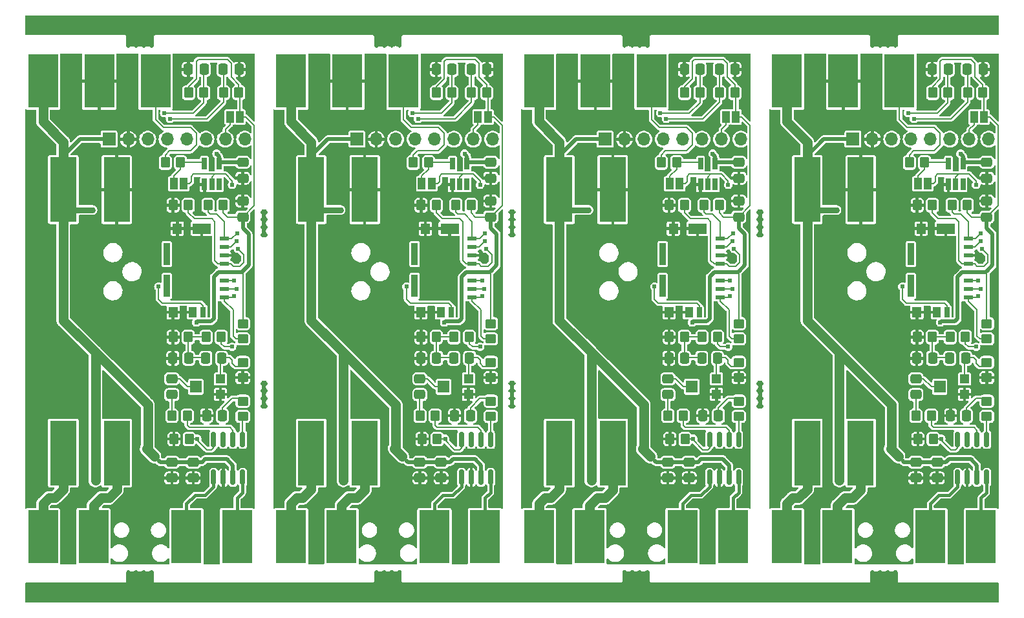
<source format=gbl>
G04 #@! TF.GenerationSoftware,KiCad,Pcbnew,7.0.1*
G04 #@! TF.CreationDate,2023-04-19T14:44:16-07:00*
G04 #@! TF.ProjectId,momentum_panel,6d6f6d65-6e74-4756-9d5f-70616e656c2e,A*
G04 #@! TF.SameCoordinates,Original*
G04 #@! TF.FileFunction,Copper,L2,Bot*
G04 #@! TF.FilePolarity,Positive*
%FSLAX46Y46*%
G04 Gerber Fmt 4.6, Leading zero omitted, Abs format (unit mm)*
G04 Created by KiCad (PCBNEW 7.0.1) date 2023-04-19 14:44:16*
%MOMM*%
%LPD*%
G01*
G04 APERTURE LIST*
G04 Aperture macros list*
%AMRoundRect*
0 Rectangle with rounded corners*
0 $1 Rounding radius*
0 $2 $3 $4 $5 $6 $7 $8 $9 X,Y pos of 4 corners*
0 Add a 4 corners polygon primitive as box body*
4,1,4,$2,$3,$4,$5,$6,$7,$8,$9,$2,$3,0*
0 Add four circle primitives for the rounded corners*
1,1,$1+$1,$2,$3*
1,1,$1+$1,$4,$5*
1,1,$1+$1,$6,$7*
1,1,$1+$1,$8,$9*
0 Add four rect primitives between the rounded corners*
20,1,$1+$1,$2,$3,$4,$5,0*
20,1,$1+$1,$4,$5,$6,$7,0*
20,1,$1+$1,$6,$7,$8,$9,0*
20,1,$1+$1,$8,$9,$2,$3,0*%
G04 Aperture macros list end*
G04 #@! TA.AperFunction,SMDPad,CuDef*
%ADD10RoundRect,0.250000X-0.350000X-0.450000X0.350000X-0.450000X0.350000X0.450000X-0.350000X0.450000X0*%
G04 #@! TD*
G04 #@! TA.AperFunction,SMDPad,CuDef*
%ADD11RoundRect,0.250000X-0.475000X0.337500X-0.475000X-0.337500X0.475000X-0.337500X0.475000X0.337500X0*%
G04 #@! TD*
G04 #@! TA.AperFunction,SMDPad,CuDef*
%ADD12R,1.200000X1.200000*%
G04 #@! TD*
G04 #@! TA.AperFunction,SMDPad,CuDef*
%ADD13R,1.500000X1.600000*%
G04 #@! TD*
G04 #@! TA.AperFunction,SMDPad,CuDef*
%ADD14RoundRect,0.250000X0.337500X0.475000X-0.337500X0.475000X-0.337500X-0.475000X0.337500X-0.475000X0*%
G04 #@! TD*
G04 #@! TA.AperFunction,SMDPad,CuDef*
%ADD15RoundRect,0.250000X-0.450000X0.350000X-0.450000X-0.350000X0.450000X-0.350000X0.450000X0.350000X0*%
G04 #@! TD*
G04 #@! TA.AperFunction,SMDPad,CuDef*
%ADD16RoundRect,0.250000X0.450000X-0.350000X0.450000X0.350000X-0.450000X0.350000X-0.450000X-0.350000X0*%
G04 #@! TD*
G04 #@! TA.AperFunction,SMDPad,CuDef*
%ADD17RoundRect,0.250000X-0.337500X-0.475000X0.337500X-0.475000X0.337500X0.475000X-0.337500X0.475000X0*%
G04 #@! TD*
G04 #@! TA.AperFunction,SMDPad,CuDef*
%ADD18R,1.000000X1.500000*%
G04 #@! TD*
G04 #@! TA.AperFunction,SMDPad,CuDef*
%ADD19RoundRect,0.250000X0.475000X-0.337500X0.475000X0.337500X-0.475000X0.337500X-0.475000X-0.337500X0*%
G04 #@! TD*
G04 #@! TA.AperFunction,SMDPad,CuDef*
%ADD20R,4.000000X7.000000*%
G04 #@! TD*
G04 #@! TA.AperFunction,SMDPad,CuDef*
%ADD21R,3.500000X8.500000*%
G04 #@! TD*
G04 #@! TA.AperFunction,SMDPad,CuDef*
%ADD22RoundRect,0.250000X0.350000X0.450000X-0.350000X0.450000X-0.350000X-0.450000X0.350000X-0.450000X0*%
G04 #@! TD*
G04 #@! TA.AperFunction,ComponentPad*
%ADD23R,1.700000X1.700000*%
G04 #@! TD*
G04 #@! TA.AperFunction,ComponentPad*
%ADD24O,1.700000X1.700000*%
G04 #@! TD*
G04 #@! TA.AperFunction,SMDPad,CuDef*
%ADD25RoundRect,0.150000X-0.150000X0.825000X-0.150000X-0.825000X0.150000X-0.825000X0.150000X0.825000X0*%
G04 #@! TD*
G04 #@! TA.AperFunction,SMDPad,CuDef*
%ADD26R,1.300000X0.500000*%
G04 #@! TD*
G04 #@! TA.AperFunction,SMDPad,CuDef*
%ADD27R,0.680000X1.350000*%
G04 #@! TD*
G04 #@! TA.AperFunction,SMDPad,CuDef*
%ADD28R,2.390000X1.350000*%
G04 #@! TD*
G04 #@! TA.AperFunction,SMDPad,CuDef*
%ADD29R,1.200000X1.350000*%
G04 #@! TD*
G04 #@! TA.AperFunction,SMDPad,CuDef*
%ADD30R,1.080000X1.350000*%
G04 #@! TD*
G04 #@! TA.AperFunction,SMDPad,CuDef*
%ADD31R,0.850000X2.910000*%
G04 #@! TD*
G04 #@! TA.AperFunction,SMDPad,CuDef*
%ADD32R,0.650000X1.560000*%
G04 #@! TD*
G04 #@! TA.AperFunction,ViaPad*
%ADD33C,0.609600*%
G04 #@! TD*
G04 #@! TA.AperFunction,ViaPad*
%ADD34C,1.016000*%
G04 #@! TD*
G04 #@! TA.AperFunction,ViaPad*
%ADD35C,0.762000*%
G04 #@! TD*
G04 #@! TA.AperFunction,Conductor*
%ADD36C,0.203200*%
G04 #@! TD*
G04 #@! TA.AperFunction,Conductor*
%ADD37C,0.127000*%
G04 #@! TD*
G04 #@! TA.AperFunction,Conductor*
%ADD38C,0.508000*%
G04 #@! TD*
G04 #@! TA.AperFunction,Conductor*
%ADD39C,0.762000*%
G04 #@! TD*
G04 #@! TA.AperFunction,Conductor*
%ADD40C,1.270000*%
G04 #@! TD*
G04 #@! TA.AperFunction,Conductor*
%ADD41C,0.381000*%
G04 #@! TD*
G04 APERTURE END LIST*
D10*
G04 #@! TO.P,R8,1*
G04 #@! TO.N,Board_1-/BTN_A*
X58658000Y-10334000D03*
G04 #@! TO.P,R8,2*
G04 #@! TO.N,Board_1-+3.3V*
X60658000Y-10334000D03*
G04 #@! TD*
G04 #@! TO.P,R8,1*
G04 #@! TO.N,Board_0-/BTN_A*
X26178000Y-10334000D03*
G04 #@! TO.P,R8,2*
G04 #@! TO.N,Board_0-+3.3V*
X28178000Y-10334000D03*
G04 #@! TD*
G04 #@! TO.P,R8,1*
G04 #@! TO.N,Board_2-/BTN_A*
X91138000Y-10334000D03*
G04 #@! TO.P,R8,2*
G04 #@! TO.N,Board_2-+3.3V*
X93138000Y-10334000D03*
G04 #@! TD*
G04 #@! TO.P,R8,1*
G04 #@! TO.N,Board_3-/BTN_A*
X123618000Y-10334000D03*
G04 #@! TO.P,R8,2*
G04 #@! TO.N,Board_3-+3.3V*
X125618000Y-10334000D03*
G04 #@! TD*
D11*
G04 #@! TO.P,C8,1*
G04 #@! TO.N,Board_2-GND*
X93662000Y-24536500D03*
G04 #@! TO.P,C8,2*
G04 #@! TO.N,Board_2-+3.3V*
X93662000Y-26611500D03*
G04 #@! TD*
G04 #@! TO.P,C8,1*
G04 #@! TO.N,Board_1-GND*
X61182000Y-24536500D03*
G04 #@! TO.P,C8,2*
G04 #@! TO.N,Board_1-+3.3V*
X61182000Y-26611500D03*
G04 #@! TD*
G04 #@! TO.P,C8,1*
G04 #@! TO.N,Board_0-GND*
X28702000Y-24536500D03*
G04 #@! TO.P,C8,2*
G04 #@! TO.N,Board_0-+3.3V*
X28702000Y-26611500D03*
G04 #@! TD*
G04 #@! TO.P,C8,1*
G04 #@! TO.N,Board_3-GND*
X126142000Y-24536500D03*
G04 #@! TO.P,C8,2*
G04 #@! TO.N,Board_3-+3.3V*
X126142000Y-26611500D03*
G04 #@! TD*
G04 #@! TO.P,C2,1*
G04 #@! TO.N,Board_0-Net-(C2-Pad1)*
X19414000Y-47805900D03*
G04 #@! TO.P,C2,2*
G04 #@! TO.N,Board_0-Net-(C2-Pad2)*
X19414000Y-49880900D03*
G04 #@! TD*
G04 #@! TO.P,C2,1*
G04 #@! TO.N,Board_1-Net-(C2-Pad1)*
X51894000Y-47805900D03*
G04 #@! TO.P,C2,2*
G04 #@! TO.N,Board_1-Net-(C2-Pad2)*
X51894000Y-49880900D03*
G04 #@! TD*
G04 #@! TO.P,C2,1*
G04 #@! TO.N,Board_2-Net-(C2-Pad1)*
X84374000Y-47805900D03*
G04 #@! TO.P,C2,2*
G04 #@! TO.N,Board_2-Net-(C2-Pad2)*
X84374000Y-49880900D03*
G04 #@! TD*
G04 #@! TO.P,C2,1*
G04 #@! TO.N,Board_3-Net-(C2-Pad1)*
X116854000Y-47805900D03*
G04 #@! TO.P,C2,2*
G04 #@! TO.N,Board_3-Net-(C2-Pad2)*
X116854000Y-49880900D03*
G04 #@! TD*
D12*
G04 #@! TO.P,RV1,1,1*
G04 #@! TO.N,Board_0-Net-(C7-Pad1)*
X25786000Y-47843400D03*
D13*
G04 #@! TO.P,RV1,2,2*
G04 #@! TO.N,Board_0-Net-(C2-Pad1)*
X22536000Y-48843400D03*
D12*
G04 #@! TO.P,RV1,3,3*
G04 #@! TO.N,Board_0-GND*
X25786000Y-49843400D03*
G04 #@! TD*
G04 #@! TO.P,RV1,1,1*
G04 #@! TO.N,Board_3-Net-(C7-Pad1)*
X123226000Y-47843400D03*
D13*
G04 #@! TO.P,RV1,2,2*
G04 #@! TO.N,Board_3-Net-(C2-Pad1)*
X119976000Y-48843400D03*
D12*
G04 #@! TO.P,RV1,3,3*
G04 #@! TO.N,Board_3-GND*
X123226000Y-49843400D03*
G04 #@! TD*
G04 #@! TO.P,RV1,1,1*
G04 #@! TO.N,Board_1-Net-(C7-Pad1)*
X58266000Y-47843400D03*
D13*
G04 #@! TO.P,RV1,2,2*
G04 #@! TO.N,Board_1-Net-(C2-Pad1)*
X55016000Y-48843400D03*
D12*
G04 #@! TO.P,RV1,3,3*
G04 #@! TO.N,Board_1-GND*
X58266000Y-49843400D03*
G04 #@! TD*
G04 #@! TO.P,RV1,1,1*
G04 #@! TO.N,Board_2-Net-(C7-Pad1)*
X90746000Y-47843400D03*
D13*
G04 #@! TO.P,RV1,2,2*
G04 #@! TO.N,Board_2-Net-(C2-Pad1)*
X87496000Y-48843400D03*
D12*
G04 #@! TO.P,RV1,3,3*
G04 #@! TO.N,Board_2-GND*
X90746000Y-49843400D03*
G04 #@! TD*
D14*
G04 #@! TO.P,C9,1*
G04 #@! TO.N,Board_2-GND*
X93175500Y-7286000D03*
G04 #@! TO.P,C9,2*
G04 #@! TO.N,Board_2-/BTN_A*
X91100500Y-7286000D03*
G04 #@! TD*
G04 #@! TO.P,C9,1*
G04 #@! TO.N,Board_1-GND*
X60695500Y-7286000D03*
G04 #@! TO.P,C9,2*
G04 #@! TO.N,Board_1-/BTN_A*
X58620500Y-7286000D03*
G04 #@! TD*
G04 #@! TO.P,C9,1*
G04 #@! TO.N,Board_3-GND*
X125655500Y-7286000D03*
G04 #@! TO.P,C9,2*
G04 #@! TO.N,Board_3-/BTN_A*
X123580500Y-7286000D03*
G04 #@! TD*
G04 #@! TO.P,C9,1*
G04 #@! TO.N,Board_0-GND*
X28215500Y-7286000D03*
G04 #@! TO.P,C9,2*
G04 #@! TO.N,Board_0-/BTN_A*
X26140500Y-7286000D03*
G04 #@! TD*
D15*
G04 #@! TO.P,R13,1*
G04 #@! TO.N,Board_1-Net-(C7-Pad1)*
X61182000Y-45656000D03*
G04 #@! TO.P,R13,2*
G04 #@! TO.N,Board_1-GND*
X61182000Y-47656000D03*
G04 #@! TD*
G04 #@! TO.P,R13,1*
G04 #@! TO.N,Board_0-Net-(C7-Pad1)*
X28702000Y-45656000D03*
G04 #@! TO.P,R13,2*
G04 #@! TO.N,Board_0-GND*
X28702000Y-47656000D03*
G04 #@! TD*
G04 #@! TO.P,R13,1*
G04 #@! TO.N,Board_2-Net-(C7-Pad1)*
X93662000Y-45656000D03*
G04 #@! TO.P,R13,2*
G04 #@! TO.N,Board_2-GND*
X93662000Y-47656000D03*
G04 #@! TD*
G04 #@! TO.P,R13,1*
G04 #@! TO.N,Board_3-Net-(C7-Pad1)*
X126142000Y-45656000D03*
G04 #@! TO.P,R13,2*
G04 #@! TO.N,Board_3-GND*
X126142000Y-47656000D03*
G04 #@! TD*
D16*
G04 #@! TO.P,R4,1*
G04 #@! TO.N,Board_0-/SD_DAT2*
X28702000Y-42576000D03*
G04 #@! TO.P,R4,2*
G04 #@! TO.N,Board_0-+3.3V*
X28702000Y-40576000D03*
G04 #@! TD*
G04 #@! TO.P,R4,1*
G04 #@! TO.N,Board_1-/SD_DAT2*
X61182000Y-42576000D03*
G04 #@! TO.P,R4,2*
G04 #@! TO.N,Board_1-+3.3V*
X61182000Y-40576000D03*
G04 #@! TD*
G04 #@! TO.P,R4,1*
G04 #@! TO.N,Board_2-/SD_DAT2*
X93662000Y-42576000D03*
G04 #@! TO.P,R4,2*
G04 #@! TO.N,Board_2-+3.3V*
X93662000Y-40576000D03*
G04 #@! TD*
G04 #@! TO.P,R4,1*
G04 #@! TO.N,Board_3-/SD_DAT2*
X126142000Y-42576000D03*
G04 #@! TO.P,R4,2*
G04 #@! TO.N,Board_3-+3.3V*
X126142000Y-40576000D03*
G04 #@! TD*
D10*
G04 #@! TO.P,R1,1*
G04 #@! TO.N,Board_2-Net-(C2-Pad2)*
X84390000Y-52653400D03*
G04 #@! TO.P,R1,2*
G04 #@! TO.N,Board_2-Net-(U2-IN+)*
X86390000Y-52653400D03*
G04 #@! TD*
G04 #@! TO.P,R1,1*
G04 #@! TO.N,Board_0-Net-(C2-Pad2)*
X19430000Y-52653400D03*
G04 #@! TO.P,R1,2*
G04 #@! TO.N,Board_0-Net-(U2-IN+)*
X21430000Y-52653400D03*
G04 #@! TD*
G04 #@! TO.P,R1,1*
G04 #@! TO.N,Board_1-Net-(C2-Pad2)*
X51910000Y-52653400D03*
G04 #@! TO.P,R1,2*
G04 #@! TO.N,Board_1-Net-(U2-IN+)*
X53910000Y-52653400D03*
G04 #@! TD*
G04 #@! TO.P,R1,1*
G04 #@! TO.N,Board_3-Net-(C2-Pad2)*
X116870000Y-52653400D03*
G04 #@! TO.P,R1,2*
G04 #@! TO.N,Board_3-Net-(U2-IN+)*
X118870000Y-52653400D03*
G04 #@! TD*
D17*
G04 #@! TO.P,C3,1*
G04 #@! TO.N,Board_1-GND*
X56444500Y-52653400D03*
G04 #@! TO.P,C3,2*
G04 #@! TO.N,Board_1-Net-(C3-Pad2)*
X58519500Y-52653400D03*
G04 #@! TD*
G04 #@! TO.P,C3,1*
G04 #@! TO.N,Board_2-GND*
X88924500Y-52653400D03*
G04 #@! TO.P,C3,2*
G04 #@! TO.N,Board_2-Net-(C3-Pad2)*
X90999500Y-52653400D03*
G04 #@! TD*
G04 #@! TO.P,C3,1*
G04 #@! TO.N,Board_3-GND*
X121404500Y-52653400D03*
G04 #@! TO.P,C3,2*
G04 #@! TO.N,Board_3-Net-(C3-Pad2)*
X123479500Y-52653400D03*
G04 #@! TD*
G04 #@! TO.P,C3,1*
G04 #@! TO.N,Board_0-GND*
X23964500Y-52653400D03*
G04 #@! TO.P,C3,2*
G04 #@! TO.N,Board_0-Net-(C3-Pad2)*
X26039500Y-52653400D03*
G04 #@! TD*
D15*
G04 #@! TO.P,R2,1*
G04 #@! TO.N,Board_0-Net-(C3-Pad2)*
X28702000Y-50736000D03*
G04 #@! TO.P,R2,2*
G04 #@! TO.N,Board_0-Net-(U2-IN-)*
X28702000Y-52736000D03*
G04 #@! TD*
G04 #@! TO.P,R2,1*
G04 #@! TO.N,Board_1-Net-(C3-Pad2)*
X61182000Y-50736000D03*
G04 #@! TO.P,R2,2*
G04 #@! TO.N,Board_1-Net-(U2-IN-)*
X61182000Y-52736000D03*
G04 #@! TD*
G04 #@! TO.P,R2,1*
G04 #@! TO.N,Board_3-Net-(C3-Pad2)*
X126142000Y-50736000D03*
G04 #@! TO.P,R2,2*
G04 #@! TO.N,Board_3-Net-(U2-IN-)*
X126142000Y-52736000D03*
G04 #@! TD*
G04 #@! TO.P,R2,1*
G04 #@! TO.N,Board_2-Net-(C3-Pad2)*
X93662000Y-50736000D03*
G04 #@! TO.P,R2,2*
G04 #@! TO.N,Board_2-Net-(U2-IN-)*
X93662000Y-52736000D03*
G04 #@! TD*
D10*
G04 #@! TO.P,R6,1*
G04 #@! TO.N,Board_0-GND*
X19574000Y-25066000D03*
G04 #@! TO.P,R6,2*
G04 #@! TO.N,Board_0-/SD_CLK*
X21574000Y-25066000D03*
G04 #@! TD*
G04 #@! TO.P,R6,1*
G04 #@! TO.N,Board_1-GND*
X52054000Y-25066000D03*
G04 #@! TO.P,R6,2*
G04 #@! TO.N,Board_1-/SD_CLK*
X54054000Y-25066000D03*
G04 #@! TD*
G04 #@! TO.P,R6,1*
G04 #@! TO.N,Board_2-GND*
X84534000Y-25066000D03*
G04 #@! TO.P,R6,2*
G04 #@! TO.N,Board_2-/SD_CLK*
X86534000Y-25066000D03*
G04 #@! TD*
G04 #@! TO.P,R6,1*
G04 #@! TO.N,Board_3-GND*
X117014000Y-25066000D03*
G04 #@! TO.P,R6,2*
G04 #@! TO.N,Board_3-/SD_CLK*
X119014000Y-25066000D03*
G04 #@! TD*
D18*
G04 #@! TO.P,JP2,1,A*
G04 #@! TO.N,Board_2-/STRIP_OUT*
X85930000Y-22272000D03*
G04 #@! TO.P,JP2,2,B*
G04 #@! TO.N,Board_2-Net-(JP2-B)*
X84630000Y-22272000D03*
G04 #@! TD*
G04 #@! TO.P,JP2,1,A*
G04 #@! TO.N,Board_1-/STRIP_OUT*
X53450000Y-22272000D03*
G04 #@! TO.P,JP2,2,B*
G04 #@! TO.N,Board_1-Net-(JP2-B)*
X52150000Y-22272000D03*
G04 #@! TD*
G04 #@! TO.P,JP2,1,A*
G04 #@! TO.N,Board_0-/STRIP_OUT*
X20970000Y-22272000D03*
G04 #@! TO.P,JP2,2,B*
G04 #@! TO.N,Board_0-Net-(JP2-B)*
X19670000Y-22272000D03*
G04 #@! TD*
G04 #@! TO.P,JP2,1,A*
G04 #@! TO.N,Board_3-/STRIP_OUT*
X118410000Y-22272000D03*
G04 #@! TO.P,JP2,2,B*
G04 #@! TO.N,Board_3-Net-(JP2-B)*
X117110000Y-22272000D03*
G04 #@! TD*
D10*
G04 #@! TO.P,R3,1*
G04 #@! TO.N,Board_3-GND*
X117124000Y-55701400D03*
G04 #@! TO.P,R3,2*
G04 #@! TO.N,Board_3-/SPK_EN*
X119124000Y-55701400D03*
G04 #@! TD*
G04 #@! TO.P,R3,1*
G04 #@! TO.N,Board_2-GND*
X84644000Y-55701400D03*
G04 #@! TO.P,R3,2*
G04 #@! TO.N,Board_2-/SPK_EN*
X86644000Y-55701400D03*
G04 #@! TD*
G04 #@! TO.P,R3,1*
G04 #@! TO.N,Board_0-GND*
X19684000Y-55701400D03*
G04 #@! TO.P,R3,2*
G04 #@! TO.N,Board_0-/SPK_EN*
X21684000Y-55701400D03*
G04 #@! TD*
G04 #@! TO.P,R3,1*
G04 #@! TO.N,Board_1-GND*
X52164000Y-55701400D03*
G04 #@! TO.P,R3,2*
G04 #@! TO.N,Board_1-/SPK_EN*
X54164000Y-55701400D03*
G04 #@! TD*
D19*
G04 #@! TO.P,C5,1*
G04 #@! TO.N,Board_1-GND*
X51894000Y-60802900D03*
G04 #@! TO.P,C5,2*
G04 #@! TO.N,Board_1-+5V*
X51894000Y-58727900D03*
G04 #@! TD*
G04 #@! TO.P,C5,1*
G04 #@! TO.N,Board_2-GND*
X84374000Y-60802900D03*
G04 #@! TO.P,C5,2*
G04 #@! TO.N,Board_2-+5V*
X84374000Y-58727900D03*
G04 #@! TD*
G04 #@! TO.P,C5,1*
G04 #@! TO.N,Board_3-GND*
X116854000Y-60802900D03*
G04 #@! TO.P,C5,2*
G04 #@! TO.N,Board_3-+5V*
X116854000Y-58727900D03*
G04 #@! TD*
G04 #@! TO.P,C5,1*
G04 #@! TO.N,Board_0-GND*
X19414000Y-60802900D03*
G04 #@! TO.P,C5,2*
G04 #@! TO.N,Board_0-+5V*
X19414000Y-58727900D03*
G04 #@! TD*
D20*
G04 #@! TO.P,J9,1,Pin_1*
G04 #@! TO.N,Board_1-+BATT*
X35020000Y-68500000D03*
G04 #@! TD*
G04 #@! TO.P,J9,1,Pin_1*
G04 #@! TO.N,Board_0-+BATT*
X2540000Y-68500000D03*
G04 #@! TD*
G04 #@! TO.P,J9,1,Pin_1*
G04 #@! TO.N,Board_2-+BATT*
X67500000Y-68500000D03*
G04 #@! TD*
G04 #@! TO.P,J9,1,Pin_1*
G04 #@! TO.N,Board_3-+BATT*
X99980000Y-68500000D03*
G04 #@! TD*
D21*
G04 #@! TO.P,A3,1,VIN+*
G04 #@! TO.N,Board_2-+BATT*
X70152000Y-57534000D03*
G04 #@! TO.P,A3,2,VIN-*
G04 #@! TO.N,Board_2--BATT*
X77152000Y-57534000D03*
G04 #@! TO.P,A3,3,VOUT-*
G04 #@! TO.N,Board_2-GND*
X77152000Y-23034000D03*
G04 #@! TO.P,A3,4,VOUT+*
G04 #@! TO.N,Board_2-+5V*
X70152000Y-23034000D03*
G04 #@! TD*
G04 #@! TO.P,A3,1,VIN+*
G04 #@! TO.N,Board_0-+BATT*
X5192000Y-57534000D03*
G04 #@! TO.P,A3,2,VIN-*
G04 #@! TO.N,Board_0--BATT*
X12192000Y-57534000D03*
G04 #@! TO.P,A3,3,VOUT-*
G04 #@! TO.N,Board_0-GND*
X12192000Y-23034000D03*
G04 #@! TO.P,A3,4,VOUT+*
G04 #@! TO.N,Board_0-+5V*
X5192000Y-23034000D03*
G04 #@! TD*
G04 #@! TO.P,A3,1,VIN+*
G04 #@! TO.N,Board_3-+BATT*
X102632000Y-57534000D03*
G04 #@! TO.P,A3,2,VIN-*
G04 #@! TO.N,Board_3--BATT*
X109632000Y-57534000D03*
G04 #@! TO.P,A3,3,VOUT-*
G04 #@! TO.N,Board_3-GND*
X109632000Y-23034000D03*
G04 #@! TO.P,A3,4,VOUT+*
G04 #@! TO.N,Board_3-+5V*
X102632000Y-23034000D03*
G04 #@! TD*
G04 #@! TO.P,A3,1,VIN+*
G04 #@! TO.N,Board_1-+BATT*
X37672000Y-57534000D03*
G04 #@! TO.P,A3,2,VIN-*
G04 #@! TO.N,Board_1--BATT*
X44672000Y-57534000D03*
G04 #@! TO.P,A3,3,VOUT-*
G04 #@! TO.N,Board_1-GND*
X44672000Y-23034000D03*
G04 #@! TO.P,A3,4,VOUT+*
G04 #@! TO.N,Board_1-+5V*
X37672000Y-23034000D03*
G04 #@! TD*
D22*
G04 #@! TO.P,R11,1*
G04 #@! TO.N,Board_0-Net-(C6-Pad2)*
X21574000Y-42338000D03*
G04 #@! TO.P,R11,2*
G04 #@! TO.N,Board_0-GND*
X19574000Y-42338000D03*
G04 #@! TD*
G04 #@! TO.P,R11,1*
G04 #@! TO.N,Board_1-Net-(C6-Pad2)*
X54054000Y-42338000D03*
G04 #@! TO.P,R11,2*
G04 #@! TO.N,Board_1-GND*
X52054000Y-42338000D03*
G04 #@! TD*
G04 #@! TO.P,R11,1*
G04 #@! TO.N,Board_2-Net-(C6-Pad2)*
X86534000Y-42338000D03*
G04 #@! TO.P,R11,2*
G04 #@! TO.N,Board_2-GND*
X84534000Y-42338000D03*
G04 #@! TD*
G04 #@! TO.P,R11,1*
G04 #@! TO.N,Board_3-Net-(C6-Pad2)*
X119014000Y-42338000D03*
G04 #@! TO.P,R11,2*
G04 #@! TO.N,Board_3-GND*
X117014000Y-42338000D03*
G04 #@! TD*
G04 #@! TO.P,R12,1*
G04 #@! TO.N,Board_2-/SPK_OUT*
X90852000Y-42338000D03*
G04 #@! TO.P,R12,2*
G04 #@! TO.N,Board_2-Net-(C6-Pad2)*
X88852000Y-42338000D03*
G04 #@! TD*
G04 #@! TO.P,R12,1*
G04 #@! TO.N,Board_1-/SPK_OUT*
X58372000Y-42338000D03*
G04 #@! TO.P,R12,2*
G04 #@! TO.N,Board_1-Net-(C6-Pad2)*
X56372000Y-42338000D03*
G04 #@! TD*
G04 #@! TO.P,R12,1*
G04 #@! TO.N,Board_3-/SPK_OUT*
X123332000Y-42338000D03*
G04 #@! TO.P,R12,2*
G04 #@! TO.N,Board_3-Net-(C6-Pad2)*
X121332000Y-42338000D03*
G04 #@! TD*
G04 #@! TO.P,R12,1*
G04 #@! TO.N,Board_0-/SPK_OUT*
X25892000Y-42338000D03*
G04 #@! TO.P,R12,2*
G04 #@! TO.N,Board_0-Net-(C6-Pad2)*
X23892000Y-42338000D03*
G04 #@! TD*
D10*
G04 #@! TO.P,R5,1*
G04 #@! TO.N,Board_0-/SD_DAT1*
X24146000Y-25066000D03*
G04 #@! TO.P,R5,2*
G04 #@! TO.N,Board_0-+3.3V*
X26146000Y-25066000D03*
G04 #@! TD*
G04 #@! TO.P,R5,1*
G04 #@! TO.N,Board_1-/SD_DAT1*
X56626000Y-25066000D03*
G04 #@! TO.P,R5,2*
G04 #@! TO.N,Board_1-+3.3V*
X58626000Y-25066000D03*
G04 #@! TD*
G04 #@! TO.P,R5,1*
G04 #@! TO.N,Board_3-/SD_DAT1*
X121586000Y-25066000D03*
G04 #@! TO.P,R5,2*
G04 #@! TO.N,Board_3-+3.3V*
X123586000Y-25066000D03*
G04 #@! TD*
G04 #@! TO.P,R5,1*
G04 #@! TO.N,Board_2-/SD_DAT1*
X89106000Y-25066000D03*
G04 #@! TO.P,R5,2*
G04 #@! TO.N,Board_2-+3.3V*
X91106000Y-25066000D03*
G04 #@! TD*
D20*
G04 #@! TO.P,J4,1,Pin_1*
G04 #@! TO.N,Board_1-GND*
X42386000Y-8810000D03*
G04 #@! TD*
G04 #@! TO.P,J4,1,Pin_1*
G04 #@! TO.N,Board_2-GND*
X74866000Y-8810000D03*
G04 #@! TD*
G04 #@! TO.P,J4,1,Pin_1*
G04 #@! TO.N,Board_3-GND*
X107346000Y-8810000D03*
G04 #@! TD*
G04 #@! TO.P,J4,1,Pin_1*
G04 #@! TO.N,Board_0-GND*
X9906000Y-8810000D03*
G04 #@! TD*
D22*
G04 #@! TO.P,R9,1*
G04 #@! TO.N,Board_1-/BTN_B*
X56086000Y-10334000D03*
G04 #@! TO.P,R9,2*
G04 #@! TO.N,Board_1-+3.3V*
X54086000Y-10334000D03*
G04 #@! TD*
G04 #@! TO.P,R9,1*
G04 #@! TO.N,Board_0-/BTN_B*
X23606000Y-10334000D03*
G04 #@! TO.P,R9,2*
G04 #@! TO.N,Board_0-+3.3V*
X21606000Y-10334000D03*
G04 #@! TD*
G04 #@! TO.P,R9,1*
G04 #@! TO.N,Board_2-/BTN_B*
X88566000Y-10334000D03*
G04 #@! TO.P,R9,2*
G04 #@! TO.N,Board_2-+3.3V*
X86566000Y-10334000D03*
G04 #@! TD*
G04 #@! TO.P,R9,1*
G04 #@! TO.N,Board_3-/BTN_B*
X121046000Y-10334000D03*
G04 #@! TO.P,R9,2*
G04 #@! TO.N,Board_3-+3.3V*
X119046000Y-10334000D03*
G04 #@! TD*
D23*
G04 #@! TO.P,A2,1,VCC*
G04 #@! TO.N,Board_0-+5V*
X11176000Y-16430000D03*
D24*
G04 #@! TO.P,A2,2,GND*
G04 #@! TO.N,Board_0-GND*
X13716000Y-16430000D03*
G04 #@! TO.P,A2,3,SCL*
G04 #@! TO.N,Board_0-/IMU_SCL*
X16256000Y-16430000D03*
G04 #@! TO.P,A2,4,SDA*
G04 #@! TO.N,Board_0-/IMU_SDA*
X18796000Y-16430000D03*
G04 #@! TO.P,A2,5,XDA*
G04 #@! TO.N,Board_0-unconnected-(A2-XDA-Pad5)*
X21336000Y-16430000D03*
G04 #@! TO.P,A2,6,XCL*
G04 #@! TO.N,Board_0-unconnected-(A2-XCL-Pad6)*
X23876000Y-16430000D03*
G04 #@! TO.P,A2,7,AD0*
G04 #@! TO.N,Board_0-/IMU_ADDR*
X26416000Y-16430000D03*
G04 #@! TO.P,A2,8,INT*
G04 #@! TO.N,Board_0-/IMU_INT*
X28956000Y-16430000D03*
G04 #@! TD*
D23*
G04 #@! TO.P,A2,1,VCC*
G04 #@! TO.N,Board_1-+5V*
X43656000Y-16430000D03*
D24*
G04 #@! TO.P,A2,2,GND*
G04 #@! TO.N,Board_1-GND*
X46196000Y-16430000D03*
G04 #@! TO.P,A2,3,SCL*
G04 #@! TO.N,Board_1-/IMU_SCL*
X48736000Y-16430000D03*
G04 #@! TO.P,A2,4,SDA*
G04 #@! TO.N,Board_1-/IMU_SDA*
X51276000Y-16430000D03*
G04 #@! TO.P,A2,5,XDA*
G04 #@! TO.N,Board_1-unconnected-(A2-XDA-Pad5)*
X53816000Y-16430000D03*
G04 #@! TO.P,A2,6,XCL*
G04 #@! TO.N,Board_1-unconnected-(A2-XCL-Pad6)*
X56356000Y-16430000D03*
G04 #@! TO.P,A2,7,AD0*
G04 #@! TO.N,Board_1-/IMU_ADDR*
X58896000Y-16430000D03*
G04 #@! TO.P,A2,8,INT*
G04 #@! TO.N,Board_1-/IMU_INT*
X61436000Y-16430000D03*
G04 #@! TD*
D23*
G04 #@! TO.P,A2,1,VCC*
G04 #@! TO.N,Board_2-+5V*
X76136000Y-16430000D03*
D24*
G04 #@! TO.P,A2,2,GND*
G04 #@! TO.N,Board_2-GND*
X78676000Y-16430000D03*
G04 #@! TO.P,A2,3,SCL*
G04 #@! TO.N,Board_2-/IMU_SCL*
X81216000Y-16430000D03*
G04 #@! TO.P,A2,4,SDA*
G04 #@! TO.N,Board_2-/IMU_SDA*
X83756000Y-16430000D03*
G04 #@! TO.P,A2,5,XDA*
G04 #@! TO.N,Board_2-unconnected-(A2-XDA-Pad5)*
X86296000Y-16430000D03*
G04 #@! TO.P,A2,6,XCL*
G04 #@! TO.N,Board_2-unconnected-(A2-XCL-Pad6)*
X88836000Y-16430000D03*
G04 #@! TO.P,A2,7,AD0*
G04 #@! TO.N,Board_2-/IMU_ADDR*
X91376000Y-16430000D03*
G04 #@! TO.P,A2,8,INT*
G04 #@! TO.N,Board_2-/IMU_INT*
X93916000Y-16430000D03*
G04 #@! TD*
D23*
G04 #@! TO.P,A2,1,VCC*
G04 #@! TO.N,Board_3-+5V*
X108616000Y-16430000D03*
D24*
G04 #@! TO.P,A2,2,GND*
G04 #@! TO.N,Board_3-GND*
X111156000Y-16430000D03*
G04 #@! TO.P,A2,3,SCL*
G04 #@! TO.N,Board_3-/IMU_SCL*
X113696000Y-16430000D03*
G04 #@! TO.P,A2,4,SDA*
G04 #@! TO.N,Board_3-/IMU_SDA*
X116236000Y-16430000D03*
G04 #@! TO.P,A2,5,XDA*
G04 #@! TO.N,Board_3-unconnected-(A2-XDA-Pad5)*
X118776000Y-16430000D03*
G04 #@! TO.P,A2,6,XCL*
G04 #@! TO.N,Board_3-unconnected-(A2-XCL-Pad6)*
X121316000Y-16430000D03*
G04 #@! TO.P,A2,7,AD0*
G04 #@! TO.N,Board_3-/IMU_ADDR*
X123856000Y-16430000D03*
G04 #@! TO.P,A2,8,INT*
G04 #@! TO.N,Board_3-/IMU_INT*
X126396000Y-16430000D03*
G04 #@! TD*
D20*
G04 #@! TO.P,J10,1,Pin_1*
G04 #@! TO.N,Board_0--BATT*
X9144000Y-68500000D03*
G04 #@! TD*
G04 #@! TO.P,J10,1,Pin_1*
G04 #@! TO.N,Board_1--BATT*
X41624000Y-68500000D03*
G04 #@! TD*
G04 #@! TO.P,J10,1,Pin_1*
G04 #@! TO.N,Board_2--BATT*
X74104000Y-68500000D03*
G04 #@! TD*
G04 #@! TO.P,J10,1,Pin_1*
G04 #@! TO.N,Board_3--BATT*
X106584000Y-68500000D03*
G04 #@! TD*
D17*
G04 #@! TO.P,C6,1*
G04 #@! TO.N,Board_2-GND*
X84496500Y-45132000D03*
G04 #@! TO.P,C6,2*
G04 #@! TO.N,Board_2-Net-(C6-Pad2)*
X86571500Y-45132000D03*
G04 #@! TD*
G04 #@! TO.P,C6,1*
G04 #@! TO.N,Board_1-GND*
X52016500Y-45132000D03*
G04 #@! TO.P,C6,2*
G04 #@! TO.N,Board_1-Net-(C6-Pad2)*
X54091500Y-45132000D03*
G04 #@! TD*
G04 #@! TO.P,C6,1*
G04 #@! TO.N,Board_3-GND*
X116976500Y-45132000D03*
G04 #@! TO.P,C6,2*
G04 #@! TO.N,Board_3-Net-(C6-Pad2)*
X119051500Y-45132000D03*
G04 #@! TD*
G04 #@! TO.P,C6,1*
G04 #@! TO.N,Board_0-GND*
X19536500Y-45132000D03*
G04 #@! TO.P,C6,2*
G04 #@! TO.N,Board_0-Net-(C6-Pad2)*
X21611500Y-45132000D03*
G04 #@! TD*
D20*
G04 #@! TO.P,J11,1,Pin_1*
G04 #@! TO.N,Board_3-/SPK_PAD_P*
X125380000Y-68500000D03*
G04 #@! TD*
G04 #@! TO.P,J11,1,Pin_1*
G04 #@! TO.N,Board_1-/SPK_PAD_P*
X60420000Y-68500000D03*
G04 #@! TD*
G04 #@! TO.P,J11,1,Pin_1*
G04 #@! TO.N,Board_2-/SPK_PAD_P*
X92900000Y-68500000D03*
G04 #@! TD*
G04 #@! TO.P,J11,1,Pin_1*
G04 #@! TO.N,Board_0-/SPK_PAD_P*
X27940000Y-68500000D03*
G04 #@! TD*
G04 #@! TO.P,J12,1,Pin_1*
G04 #@! TO.N,Board_0-/SPK_PAD_N*
X21319000Y-68500000D03*
G04 #@! TD*
G04 #@! TO.P,J12,1,Pin_1*
G04 #@! TO.N,Board_2-/SPK_PAD_N*
X86279000Y-68500000D03*
G04 #@! TD*
G04 #@! TO.P,J12,1,Pin_1*
G04 #@! TO.N,Board_1-/SPK_PAD_N*
X53799000Y-68500000D03*
G04 #@! TD*
G04 #@! TO.P,J12,1,Pin_1*
G04 #@! TO.N,Board_3-/SPK_PAD_N*
X118759000Y-68500000D03*
G04 #@! TD*
D25*
G04 #@! TO.P,U2,1,~{SD}*
G04 #@! TO.N,Board_3-/SPK_EN*
X122315000Y-55766400D03*
G04 #@! TO.P,U2,2,NC*
G04 #@! TO.N,Board_3-unconnected-(U2-NC-Pad2)*
X123585000Y-55766400D03*
G04 #@! TO.P,U2,3,IN+*
G04 #@! TO.N,Board_3-Net-(U2-IN+)*
X124855000Y-55766400D03*
G04 #@! TO.P,U2,4,IN-*
G04 #@! TO.N,Board_3-Net-(U2-IN-)*
X126125000Y-55766400D03*
G04 #@! TO.P,U2,5,OUT+*
G04 #@! TO.N,Board_3-/SPK_PAD_P*
X126125000Y-60716400D03*
G04 #@! TO.P,U2,6,VDD*
G04 #@! TO.N,Board_3-+5V*
X124855000Y-60716400D03*
G04 #@! TO.P,U2,7,GND*
G04 #@! TO.N,Board_3-GND*
X123585000Y-60716400D03*
G04 #@! TO.P,U2,8,OUT-*
G04 #@! TO.N,Board_3-/SPK_PAD_N*
X122315000Y-60716400D03*
G04 #@! TD*
G04 #@! TO.P,U2,1,~{SD}*
G04 #@! TO.N,Board_2-/SPK_EN*
X89835000Y-55766400D03*
G04 #@! TO.P,U2,2,NC*
G04 #@! TO.N,Board_2-unconnected-(U2-NC-Pad2)*
X91105000Y-55766400D03*
G04 #@! TO.P,U2,3,IN+*
G04 #@! TO.N,Board_2-Net-(U2-IN+)*
X92375000Y-55766400D03*
G04 #@! TO.P,U2,4,IN-*
G04 #@! TO.N,Board_2-Net-(U2-IN-)*
X93645000Y-55766400D03*
G04 #@! TO.P,U2,5,OUT+*
G04 #@! TO.N,Board_2-/SPK_PAD_P*
X93645000Y-60716400D03*
G04 #@! TO.P,U2,6,VDD*
G04 #@! TO.N,Board_2-+5V*
X92375000Y-60716400D03*
G04 #@! TO.P,U2,7,GND*
G04 #@! TO.N,Board_2-GND*
X91105000Y-60716400D03*
G04 #@! TO.P,U2,8,OUT-*
G04 #@! TO.N,Board_2-/SPK_PAD_N*
X89835000Y-60716400D03*
G04 #@! TD*
G04 #@! TO.P,U2,1,~{SD}*
G04 #@! TO.N,Board_0-/SPK_EN*
X24875000Y-55766400D03*
G04 #@! TO.P,U2,2,NC*
G04 #@! TO.N,Board_0-unconnected-(U2-NC-Pad2)*
X26145000Y-55766400D03*
G04 #@! TO.P,U2,3,IN+*
G04 #@! TO.N,Board_0-Net-(U2-IN+)*
X27415000Y-55766400D03*
G04 #@! TO.P,U2,4,IN-*
G04 #@! TO.N,Board_0-Net-(U2-IN-)*
X28685000Y-55766400D03*
G04 #@! TO.P,U2,5,OUT+*
G04 #@! TO.N,Board_0-/SPK_PAD_P*
X28685000Y-60716400D03*
G04 #@! TO.P,U2,6,VDD*
G04 #@! TO.N,Board_0-+5V*
X27415000Y-60716400D03*
G04 #@! TO.P,U2,7,GND*
G04 #@! TO.N,Board_0-GND*
X26145000Y-60716400D03*
G04 #@! TO.P,U2,8,OUT-*
G04 #@! TO.N,Board_0-/SPK_PAD_N*
X24875000Y-60716400D03*
G04 #@! TD*
G04 #@! TO.P,U2,1,~{SD}*
G04 #@! TO.N,Board_1-/SPK_EN*
X57355000Y-55766400D03*
G04 #@! TO.P,U2,2,NC*
G04 #@! TO.N,Board_1-unconnected-(U2-NC-Pad2)*
X58625000Y-55766400D03*
G04 #@! TO.P,U2,3,IN+*
G04 #@! TO.N,Board_1-Net-(U2-IN+)*
X59895000Y-55766400D03*
G04 #@! TO.P,U2,4,IN-*
G04 #@! TO.N,Board_1-Net-(U2-IN-)*
X61165000Y-55766400D03*
G04 #@! TO.P,U2,5,OUT+*
G04 #@! TO.N,Board_1-/SPK_PAD_P*
X61165000Y-60716400D03*
G04 #@! TO.P,U2,6,VDD*
G04 #@! TO.N,Board_1-+5V*
X59895000Y-60716400D03*
G04 #@! TO.P,U2,7,GND*
G04 #@! TO.N,Board_1-GND*
X58625000Y-60716400D03*
G04 #@! TO.P,U2,8,OUT-*
G04 #@! TO.N,Board_1-/SPK_PAD_N*
X57355000Y-60716400D03*
G04 #@! TD*
D26*
G04 #@! TO.P,J1,1,DAT2*
G04 #@! TO.N,Board_3-/SD_DAT2*
X123711000Y-37156000D03*
G04 #@! TO.P,J1,2,DAT3/CD*
G04 #@! TO.N,Board_3-/SD_DAT3*
X123711000Y-36056000D03*
G04 #@! TO.P,J1,3,CMD*
G04 #@! TO.N,Board_3-/SD_CMD*
X123711000Y-34956000D03*
G04 #@! TO.P,J1,4,VDD*
G04 #@! TO.N,Board_3-+3.3V*
X123711000Y-33856000D03*
G04 #@! TO.P,J1,5,CLK*
G04 #@! TO.N,Board_3-/SD_CLK*
X123711000Y-32756000D03*
G04 #@! TO.P,J1,6,VSS*
G04 #@! TO.N,Board_3-GND*
X123711000Y-31656000D03*
G04 #@! TO.P,J1,7,DAT0*
G04 #@! TO.N,Board_3-/SD_DAT0*
X123711000Y-30556000D03*
G04 #@! TO.P,J1,8,DAT1*
G04 #@! TO.N,Board_3-/SD_DAT1*
X123711000Y-29456000D03*
D27*
G04 #@! TO.P,J1,9,DET*
G04 #@! TO.N,Board_3-/SD_DET*
X120961000Y-39081000D03*
D28*
G04 #@! TO.P,J1,10,SHIELD*
G04 #@! TO.N,Board_3-GND*
X120756500Y-28131000D03*
D29*
X117571000Y-28131000D03*
D30*
X119611000Y-39081000D03*
D29*
X117001000Y-39081000D03*
D31*
G04 #@! TO.P,J1,11*
G04 #@! TO.N,N/C*
X116176000Y-31461000D03*
X116176000Y-35651000D03*
G04 #@! TD*
D26*
G04 #@! TO.P,J1,1,DAT2*
G04 #@! TO.N,Board_0-/SD_DAT2*
X26271000Y-37156000D03*
G04 #@! TO.P,J1,2,DAT3/CD*
G04 #@! TO.N,Board_0-/SD_DAT3*
X26271000Y-36056000D03*
G04 #@! TO.P,J1,3,CMD*
G04 #@! TO.N,Board_0-/SD_CMD*
X26271000Y-34956000D03*
G04 #@! TO.P,J1,4,VDD*
G04 #@! TO.N,Board_0-+3.3V*
X26271000Y-33856000D03*
G04 #@! TO.P,J1,5,CLK*
G04 #@! TO.N,Board_0-/SD_CLK*
X26271000Y-32756000D03*
G04 #@! TO.P,J1,6,VSS*
G04 #@! TO.N,Board_0-GND*
X26271000Y-31656000D03*
G04 #@! TO.P,J1,7,DAT0*
G04 #@! TO.N,Board_0-/SD_DAT0*
X26271000Y-30556000D03*
G04 #@! TO.P,J1,8,DAT1*
G04 #@! TO.N,Board_0-/SD_DAT1*
X26271000Y-29456000D03*
D27*
G04 #@! TO.P,J1,9,DET*
G04 #@! TO.N,Board_0-/SD_DET*
X23521000Y-39081000D03*
D28*
G04 #@! TO.P,J1,10,SHIELD*
G04 #@! TO.N,Board_0-GND*
X23316500Y-28131000D03*
D29*
X20131000Y-28131000D03*
D30*
X22171000Y-39081000D03*
D29*
X19561000Y-39081000D03*
D31*
G04 #@! TO.P,J1,11*
G04 #@! TO.N,N/C*
X18736000Y-31461000D03*
X18736000Y-35651000D03*
G04 #@! TD*
D26*
G04 #@! TO.P,J1,1,DAT2*
G04 #@! TO.N,Board_2-/SD_DAT2*
X91231000Y-37156000D03*
G04 #@! TO.P,J1,2,DAT3/CD*
G04 #@! TO.N,Board_2-/SD_DAT3*
X91231000Y-36056000D03*
G04 #@! TO.P,J1,3,CMD*
G04 #@! TO.N,Board_2-/SD_CMD*
X91231000Y-34956000D03*
G04 #@! TO.P,J1,4,VDD*
G04 #@! TO.N,Board_2-+3.3V*
X91231000Y-33856000D03*
G04 #@! TO.P,J1,5,CLK*
G04 #@! TO.N,Board_2-/SD_CLK*
X91231000Y-32756000D03*
G04 #@! TO.P,J1,6,VSS*
G04 #@! TO.N,Board_2-GND*
X91231000Y-31656000D03*
G04 #@! TO.P,J1,7,DAT0*
G04 #@! TO.N,Board_2-/SD_DAT0*
X91231000Y-30556000D03*
G04 #@! TO.P,J1,8,DAT1*
G04 #@! TO.N,Board_2-/SD_DAT1*
X91231000Y-29456000D03*
D27*
G04 #@! TO.P,J1,9,DET*
G04 #@! TO.N,Board_2-/SD_DET*
X88481000Y-39081000D03*
D28*
G04 #@! TO.P,J1,10,SHIELD*
G04 #@! TO.N,Board_2-GND*
X88276500Y-28131000D03*
D29*
X85091000Y-28131000D03*
D30*
X87131000Y-39081000D03*
D29*
X84521000Y-39081000D03*
D31*
G04 #@! TO.P,J1,11*
G04 #@! TO.N,N/C*
X83696000Y-31461000D03*
X83696000Y-35651000D03*
G04 #@! TD*
D26*
G04 #@! TO.P,J1,1,DAT2*
G04 #@! TO.N,Board_1-/SD_DAT2*
X58751000Y-37156000D03*
G04 #@! TO.P,J1,2,DAT3/CD*
G04 #@! TO.N,Board_1-/SD_DAT3*
X58751000Y-36056000D03*
G04 #@! TO.P,J1,3,CMD*
G04 #@! TO.N,Board_1-/SD_CMD*
X58751000Y-34956000D03*
G04 #@! TO.P,J1,4,VDD*
G04 #@! TO.N,Board_1-+3.3V*
X58751000Y-33856000D03*
G04 #@! TO.P,J1,5,CLK*
G04 #@! TO.N,Board_1-/SD_CLK*
X58751000Y-32756000D03*
G04 #@! TO.P,J1,6,VSS*
G04 #@! TO.N,Board_1-GND*
X58751000Y-31656000D03*
G04 #@! TO.P,J1,7,DAT0*
G04 #@! TO.N,Board_1-/SD_DAT0*
X58751000Y-30556000D03*
G04 #@! TO.P,J1,8,DAT1*
G04 #@! TO.N,Board_1-/SD_DAT1*
X58751000Y-29456000D03*
D27*
G04 #@! TO.P,J1,9,DET*
G04 #@! TO.N,Board_1-/SD_DET*
X56001000Y-39081000D03*
D28*
G04 #@! TO.P,J1,10,SHIELD*
G04 #@! TO.N,Board_1-GND*
X55796500Y-28131000D03*
D29*
X52611000Y-28131000D03*
D30*
X54651000Y-39081000D03*
D29*
X52041000Y-39081000D03*
D31*
G04 #@! TO.P,J1,11*
G04 #@! TO.N,N/C*
X51216000Y-31461000D03*
X51216000Y-35651000D03*
G04 #@! TD*
D20*
G04 #@! TO.P,J3,1,Pin_1*
G04 #@! TO.N,Board_3-/STRIP_PAD*
X114712000Y-8810000D03*
G04 #@! TD*
G04 #@! TO.P,J3,1,Pin_1*
G04 #@! TO.N,Board_1-/STRIP_PAD*
X49752000Y-8810000D03*
G04 #@! TD*
G04 #@! TO.P,J3,1,Pin_1*
G04 #@! TO.N,Board_0-/STRIP_PAD*
X17272000Y-8810000D03*
G04 #@! TD*
G04 #@! TO.P,J3,1,Pin_1*
G04 #@! TO.N,Board_2-/STRIP_PAD*
X82232000Y-8810000D03*
G04 #@! TD*
D17*
G04 #@! TO.P,C10,1*
G04 #@! TO.N,Board_2-GND*
X86528500Y-7286000D03*
G04 #@! TO.P,C10,2*
G04 #@! TO.N,Board_2-/BTN_B*
X88603500Y-7286000D03*
G04 #@! TD*
G04 #@! TO.P,C10,1*
G04 #@! TO.N,Board_1-GND*
X54048500Y-7286000D03*
G04 #@! TO.P,C10,2*
G04 #@! TO.N,Board_1-/BTN_B*
X56123500Y-7286000D03*
G04 #@! TD*
G04 #@! TO.P,C10,1*
G04 #@! TO.N,Board_3-GND*
X119008500Y-7286000D03*
G04 #@! TO.P,C10,2*
G04 #@! TO.N,Board_3-/BTN_B*
X121083500Y-7286000D03*
G04 #@! TD*
G04 #@! TO.P,C10,1*
G04 #@! TO.N,Board_0-GND*
X21568500Y-7286000D03*
G04 #@! TO.P,C10,2*
G04 #@! TO.N,Board_0-/BTN_B*
X23643500Y-7286000D03*
G04 #@! TD*
D11*
G04 #@! TO.P,C1,1*
G04 #@! TO.N,Board_0-+5V*
X28702000Y-19456500D03*
G04 #@! TO.P,C1,2*
G04 #@! TO.N,Board_0-GND*
X28702000Y-21531500D03*
G04 #@! TD*
G04 #@! TO.P,C1,1*
G04 #@! TO.N,Board_3-+5V*
X126142000Y-19456500D03*
G04 #@! TO.P,C1,2*
G04 #@! TO.N,Board_3-GND*
X126142000Y-21531500D03*
G04 #@! TD*
G04 #@! TO.P,C1,1*
G04 #@! TO.N,Board_1-+5V*
X61182000Y-19456500D03*
G04 #@! TO.P,C1,2*
G04 #@! TO.N,Board_1-GND*
X61182000Y-21531500D03*
G04 #@! TD*
G04 #@! TO.P,C1,1*
G04 #@! TO.N,Board_2-+5V*
X93662000Y-19456500D03*
G04 #@! TO.P,C1,2*
G04 #@! TO.N,Board_2-GND*
X93662000Y-21531500D03*
G04 #@! TD*
D22*
G04 #@! TO.P,R10,1*
G04 #@! TO.N,Board_0-Net-(JP2-B)*
X20558000Y-19478000D03*
G04 #@! TO.P,R10,2*
G04 #@! TO.N,Board_0-/STRIP_PAD*
X18558000Y-19478000D03*
G04 #@! TD*
G04 #@! TO.P,R10,1*
G04 #@! TO.N,Board_2-Net-(JP2-B)*
X85518000Y-19478000D03*
G04 #@! TO.P,R10,2*
G04 #@! TO.N,Board_2-/STRIP_PAD*
X83518000Y-19478000D03*
G04 #@! TD*
G04 #@! TO.P,R10,1*
G04 #@! TO.N,Board_1-Net-(JP2-B)*
X53038000Y-19478000D03*
G04 #@! TO.P,R10,2*
G04 #@! TO.N,Board_1-/STRIP_PAD*
X51038000Y-19478000D03*
G04 #@! TD*
G04 #@! TO.P,R10,1*
G04 #@! TO.N,Board_3-Net-(JP2-B)*
X117998000Y-19478000D03*
G04 #@! TO.P,R10,2*
G04 #@! TO.N,Board_3-/STRIP_PAD*
X115998000Y-19478000D03*
G04 #@! TD*
D14*
G04 #@! TO.P,C7,1*
G04 #@! TO.N,Board_0-Net-(C7-Pad1)*
X25929500Y-45132000D03*
G04 #@! TO.P,C7,2*
G04 #@! TO.N,Board_0-Net-(C6-Pad2)*
X23854500Y-45132000D03*
G04 #@! TD*
G04 #@! TO.P,C7,1*
G04 #@! TO.N,Board_2-Net-(C7-Pad1)*
X90889500Y-45132000D03*
G04 #@! TO.P,C7,2*
G04 #@! TO.N,Board_2-Net-(C6-Pad2)*
X88814500Y-45132000D03*
G04 #@! TD*
G04 #@! TO.P,C7,1*
G04 #@! TO.N,Board_3-Net-(C7-Pad1)*
X123369500Y-45132000D03*
G04 #@! TO.P,C7,2*
G04 #@! TO.N,Board_3-Net-(C6-Pad2)*
X121294500Y-45132000D03*
G04 #@! TD*
G04 #@! TO.P,C7,1*
G04 #@! TO.N,Board_1-Net-(C7-Pad1)*
X58409500Y-45132000D03*
G04 #@! TO.P,C7,2*
G04 #@! TO.N,Board_1-Net-(C6-Pad2)*
X56334500Y-45132000D03*
G04 #@! TD*
D18*
G04 #@! TO.P,JP1,1,A*
G04 #@! TO.N,Board_1-+3.3V*
X60816000Y-13509000D03*
G04 #@! TO.P,JP1,2,B*
G04 #@! TO.N,Board_1-/IMU_ADDR*
X59516000Y-13509000D03*
G04 #@! TD*
G04 #@! TO.P,JP1,1,A*
G04 #@! TO.N,Board_0-+3.3V*
X28336000Y-13509000D03*
G04 #@! TO.P,JP1,2,B*
G04 #@! TO.N,Board_0-/IMU_ADDR*
X27036000Y-13509000D03*
G04 #@! TD*
G04 #@! TO.P,JP1,1,A*
G04 #@! TO.N,Board_3-+3.3V*
X125776000Y-13509000D03*
G04 #@! TO.P,JP1,2,B*
G04 #@! TO.N,Board_3-/IMU_ADDR*
X124476000Y-13509000D03*
G04 #@! TD*
G04 #@! TO.P,JP1,1,A*
G04 #@! TO.N,Board_2-+3.3V*
X93296000Y-13509000D03*
G04 #@! TO.P,JP1,2,B*
G04 #@! TO.N,Board_2-/IMU_ADDR*
X91996000Y-13509000D03*
G04 #@! TD*
D20*
G04 #@! TO.P,J2,1,Pin_1*
G04 #@! TO.N,Board_2-+5V*
X67500000Y-8810000D03*
G04 #@! TD*
G04 #@! TO.P,J2,1,Pin_1*
G04 #@! TO.N,Board_0-+5V*
X2540000Y-8810000D03*
G04 #@! TD*
G04 #@! TO.P,J2,1,Pin_1*
G04 #@! TO.N,Board_1-+5V*
X35020000Y-8810000D03*
G04 #@! TD*
G04 #@! TO.P,J2,1,Pin_1*
G04 #@! TO.N,Board_3-+5V*
X99980000Y-8810000D03*
G04 #@! TD*
D32*
G04 #@! TO.P,U1,1,NC*
G04 #@! TO.N,Board_2-unconnected-(U1-NC-Pad1)*
X90548000Y-22352000D03*
G04 #@! TO.P,U1,2,A*
G04 #@! TO.N,Board_2-/STRIP_OUT*
X89598000Y-22352000D03*
G04 #@! TO.P,U1,3,GND*
G04 #@! TO.N,Board_2-GND*
X88648000Y-22352000D03*
G04 #@! TO.P,U1,4,Y*
G04 #@! TO.N,Board_2-Net-(JP2-B)*
X88648000Y-19652000D03*
G04 #@! TO.P,U1,5,VCC*
G04 #@! TO.N,Board_2-+5V*
X90548000Y-19652000D03*
G04 #@! TD*
G04 #@! TO.P,U1,1,NC*
G04 #@! TO.N,Board_0-unconnected-(U1-NC-Pad1)*
X25588000Y-22352000D03*
G04 #@! TO.P,U1,2,A*
G04 #@! TO.N,Board_0-/STRIP_OUT*
X24638000Y-22352000D03*
G04 #@! TO.P,U1,3,GND*
G04 #@! TO.N,Board_0-GND*
X23688000Y-22352000D03*
G04 #@! TO.P,U1,4,Y*
G04 #@! TO.N,Board_0-Net-(JP2-B)*
X23688000Y-19652000D03*
G04 #@! TO.P,U1,5,VCC*
G04 #@! TO.N,Board_0-+5V*
X25588000Y-19652000D03*
G04 #@! TD*
G04 #@! TO.P,U1,1,NC*
G04 #@! TO.N,Board_1-unconnected-(U1-NC-Pad1)*
X58068000Y-22352000D03*
G04 #@! TO.P,U1,2,A*
G04 #@! TO.N,Board_1-/STRIP_OUT*
X57118000Y-22352000D03*
G04 #@! TO.P,U1,3,GND*
G04 #@! TO.N,Board_1-GND*
X56168000Y-22352000D03*
G04 #@! TO.P,U1,4,Y*
G04 #@! TO.N,Board_1-Net-(JP2-B)*
X56168000Y-19652000D03*
G04 #@! TO.P,U1,5,VCC*
G04 #@! TO.N,Board_1-+5V*
X58068000Y-19652000D03*
G04 #@! TD*
G04 #@! TO.P,U1,1,NC*
G04 #@! TO.N,Board_3-unconnected-(U1-NC-Pad1)*
X123028000Y-22352000D03*
G04 #@! TO.P,U1,2,A*
G04 #@! TO.N,Board_3-/STRIP_OUT*
X122078000Y-22352000D03*
G04 #@! TO.P,U1,3,GND*
G04 #@! TO.N,Board_3-GND*
X121128000Y-22352000D03*
G04 #@! TO.P,U1,4,Y*
G04 #@! TO.N,Board_3-Net-(JP2-B)*
X121128000Y-19652000D03*
G04 #@! TO.P,U1,5,VCC*
G04 #@! TO.N,Board_3-+5V*
X123028000Y-19652000D03*
G04 #@! TD*
D19*
G04 #@! TO.P,C4,1*
G04 #@! TO.N,Board_1-GND*
X54688000Y-60802900D03*
G04 #@! TO.P,C4,2*
G04 #@! TO.N,Board_1-+5V*
X54688000Y-58727900D03*
G04 #@! TD*
G04 #@! TO.P,C4,1*
G04 #@! TO.N,Board_0-GND*
X22208000Y-60802900D03*
G04 #@! TO.P,C4,2*
G04 #@! TO.N,Board_0-+5V*
X22208000Y-58727900D03*
G04 #@! TD*
G04 #@! TO.P,C4,1*
G04 #@! TO.N,Board_2-GND*
X87168000Y-60802900D03*
G04 #@! TO.P,C4,2*
G04 #@! TO.N,Board_2-+5V*
X87168000Y-58727900D03*
G04 #@! TD*
G04 #@! TO.P,C4,1*
G04 #@! TO.N,Board_3-GND*
X119648000Y-60802900D03*
G04 #@! TO.P,C4,2*
G04 #@! TO.N,Board_3-+5V*
X119648000Y-58727900D03*
G04 #@! TD*
D33*
G04 #@! TO.N,Board_0-+3.3V*
X22606000Y-40433000D03*
D34*
G04 #@! TO.N,Board_0-+5V*
X9398000Y-61134000D03*
D35*
X9017000Y-25701000D03*
D33*
X25273000Y-18335000D03*
G04 #@! TO.N,Board_0-/BTN_A*
X19177000Y-13763000D03*
G04 #@! TO.N,Board_0-/BTN_B*
X18415000Y-13001000D03*
G04 #@! TO.N,Board_0-/SD_CLK*
X28067000Y-30781000D03*
G04 #@! TO.N,Board_0-/SD_CMD*
X27559000Y-34956000D03*
G04 #@! TO.N,Board_0-/SD_DAT0*
X27899300Y-29805700D03*
G04 #@! TO.N,Board_0-/SD_DAT1*
X27940000Y-28749000D03*
G04 #@! TO.N,Board_0-/SD_DAT2*
X27559000Y-37004000D03*
G04 #@! TO.N,Board_0-/SD_DAT3*
X27880999Y-36055999D03*
G04 #@! TO.N,Board_0-/SD_DET*
X17653000Y-35734000D03*
G04 #@! TO.N,Board_0-/SPK_EN*
X22733000Y-55673000D03*
G04 #@! TO.N,Board_0-/SPK_OUT*
X27305000Y-43608000D03*
G04 #@! TO.N,Board_0-/STRIP_OUT*
X27305000Y-22399000D03*
G04 #@! TO.N,Board_0-GND*
X17780000Y-25320000D03*
X10922000Y-48180000D03*
D35*
X5715000Y-65833000D03*
D33*
X635000Y-58340000D03*
X21209000Y-40560000D03*
X27432000Y-18208000D03*
X29845000Y-58340000D03*
X12700000Y-50720000D03*
X27415000Y-48589400D03*
X635000Y-60880000D03*
D35*
X24494000Y-65988400D03*
D33*
X7874000Y-33956000D03*
X27288000Y-62559400D03*
X6350000Y-8810000D03*
X22733000Y-23796000D03*
X29337000Y-49450000D03*
X15240000Y-43100000D03*
X9652000Y-14652000D03*
X635000Y-45640000D03*
X15240000Y-30400000D03*
X6350000Y-11350000D03*
X15240000Y-45640000D03*
X18796000Y-54276000D03*
X635000Y-15160000D03*
X19414000Y-62178400D03*
X17780000Y-60880000D03*
X635000Y-32940000D03*
X23495000Y-13001000D03*
X635000Y-43100000D03*
X27432000Y-20494000D03*
X29845000Y-44370000D03*
X7874000Y-31035000D03*
X15240000Y-60880000D03*
X5715000Y-15160000D03*
X13970000Y-6270000D03*
X15240000Y-65960000D03*
X17780000Y-45640000D03*
X635000Y-38020000D03*
X2921000Y-46402000D03*
X17780000Y-63420000D03*
X635000Y-17700000D03*
X17780000Y-30400000D03*
X635000Y-55800000D03*
X635000Y-20240000D03*
X27432000Y-23923000D03*
X635000Y-35480000D03*
X1092200Y-27860000D03*
X12700000Y-43100000D03*
X1092200Y-25320000D03*
X29514800Y-27707600D03*
X635000Y-40560000D03*
X29845000Y-60880000D03*
X24892000Y-8810000D03*
X17780000Y-40560000D03*
X29845000Y-38020000D03*
X15240000Y-68500000D03*
X15240000Y-38020000D03*
X1092200Y-30400000D03*
X1016000Y-50720000D03*
X25146000Y-15033000D03*
X17780000Y-48180000D03*
X15240000Y-58340000D03*
X3175000Y-27733000D03*
X9652000Y-21891000D03*
X12700000Y-65960000D03*
X22606000Y-47037000D03*
X13208000Y-63420000D03*
X17780000Y-32940000D03*
X22589000Y-62178400D03*
X15240000Y-71040000D03*
X29845000Y-55800000D03*
X17780000Y-43100000D03*
X3556000Y-17192000D03*
X20684000Y-62178400D03*
X13970000Y-8810000D03*
X7874000Y-36877000D03*
X17780000Y-51990000D03*
X15240000Y-63420000D03*
X635000Y-53260000D03*
X17780000Y-22780000D03*
X13970000Y-14652000D03*
X15240000Y-25320000D03*
X15240000Y-40560000D03*
X29845000Y-35480000D03*
X22716000Y-53415400D03*
X29083000Y-23034000D03*
X27940000Y-32178000D03*
X635000Y-63420000D03*
X22225000Y-11731000D03*
X6350000Y-6270000D03*
X2921000Y-43735000D03*
X29210000Y-15033000D03*
X3175000Y-40433000D03*
X1016000Y-48180000D03*
X17780000Y-65960000D03*
X23368000Y-18208000D03*
X635000Y-22780000D03*
X29845000Y-63420000D03*
X8001000Y-61642000D03*
X22225000Y-5635000D03*
X22606000Y-43735000D03*
X13970000Y-11350000D03*
X7874000Y-63420000D03*
X10160000Y-40560000D03*
X12700000Y-40560000D03*
G04 #@! TO.N,Board_1-+3.3V*
X55086000Y-40433000D03*
D34*
G04 #@! TO.N,Board_1-+5V*
X41878000Y-61134000D03*
D35*
X41497000Y-25701000D03*
D33*
X57753000Y-18335000D03*
G04 #@! TO.N,Board_1-/BTN_A*
X51657000Y-13763000D03*
G04 #@! TO.N,Board_1-/BTN_B*
X50895000Y-13001000D03*
G04 #@! TO.N,Board_1-/SD_CLK*
X60547000Y-30781000D03*
G04 #@! TO.N,Board_1-/SD_CMD*
X60039000Y-34956000D03*
G04 #@! TO.N,Board_1-/SD_DAT0*
X60379300Y-29805700D03*
G04 #@! TO.N,Board_1-/SD_DAT1*
X60420000Y-28749000D03*
G04 #@! TO.N,Board_1-/SD_DAT2*
X60039000Y-37004000D03*
G04 #@! TO.N,Board_1-/SD_DAT3*
X60360999Y-36055999D03*
G04 #@! TO.N,Board_1-/SD_DET*
X50133000Y-35734000D03*
G04 #@! TO.N,Board_1-/SPK_EN*
X55213000Y-55673000D03*
G04 #@! TO.N,Board_1-/SPK_OUT*
X59785000Y-43608000D03*
G04 #@! TO.N,Board_1-/STRIP_OUT*
X59785000Y-22399000D03*
G04 #@! TO.N,Board_1-GND*
X50260000Y-25320000D03*
X43402000Y-48180000D03*
D35*
X38195000Y-65833000D03*
D33*
X33115000Y-58340000D03*
X53689000Y-40560000D03*
X59912000Y-18208000D03*
X62325000Y-58340000D03*
X45180000Y-50720000D03*
X59895000Y-48589400D03*
X33115000Y-60880000D03*
D35*
X56974000Y-65988400D03*
D33*
X40354000Y-33956000D03*
X59768000Y-62559400D03*
X38830000Y-8810000D03*
X55213000Y-23796000D03*
X61817000Y-49450000D03*
X47720000Y-43100000D03*
X42132000Y-14652000D03*
X33115000Y-45640000D03*
X47720000Y-30400000D03*
X38830000Y-11350000D03*
X47720000Y-45640000D03*
X51276000Y-54276000D03*
X33115000Y-15160000D03*
X51894000Y-62178400D03*
X50260000Y-60880000D03*
X33115000Y-32940000D03*
X55975000Y-13001000D03*
X33115000Y-43100000D03*
X59912000Y-20494000D03*
X62325000Y-44370000D03*
X40354000Y-31035000D03*
X47720000Y-60880000D03*
X38195000Y-15160000D03*
X46450000Y-6270000D03*
X47720000Y-65960000D03*
X50260000Y-45640000D03*
X33115000Y-38020000D03*
X35401000Y-46402000D03*
X50260000Y-63420000D03*
X33115000Y-17700000D03*
X50260000Y-30400000D03*
X33115000Y-55800000D03*
X33115000Y-20240000D03*
X59912000Y-23923000D03*
X33115000Y-35480000D03*
X33572200Y-27860000D03*
X45180000Y-43100000D03*
X33572200Y-25320000D03*
X61994800Y-27707600D03*
X33115000Y-40560000D03*
X62325000Y-60880000D03*
X57372000Y-8810000D03*
X50260000Y-40560000D03*
X62325000Y-38020000D03*
X47720000Y-68500000D03*
X47720000Y-38020000D03*
X33572200Y-30400000D03*
X33496000Y-50720000D03*
X57626000Y-15033000D03*
X50260000Y-48180000D03*
X47720000Y-58340000D03*
X35655000Y-27733000D03*
X42132000Y-21891000D03*
X45180000Y-65960000D03*
X55086000Y-47037000D03*
X45688000Y-63420000D03*
X50260000Y-32940000D03*
X55069000Y-62178400D03*
X47720000Y-71040000D03*
X62325000Y-55800000D03*
X50260000Y-43100000D03*
X36036000Y-17192000D03*
X53164000Y-62178400D03*
X46450000Y-8810000D03*
X40354000Y-36877000D03*
X50260000Y-51990000D03*
X47720000Y-63420000D03*
X33115000Y-53260000D03*
X50260000Y-22780000D03*
X46450000Y-14652000D03*
X47720000Y-25320000D03*
X47720000Y-40560000D03*
X62325000Y-35480000D03*
X55196000Y-53415400D03*
X61563000Y-23034000D03*
X60420000Y-32178000D03*
X33115000Y-63420000D03*
X54705000Y-11731000D03*
X38830000Y-6270000D03*
X35401000Y-43735000D03*
X61690000Y-15033000D03*
X35655000Y-40433000D03*
X33496000Y-48180000D03*
X50260000Y-65960000D03*
X55848000Y-18208000D03*
X33115000Y-22780000D03*
X62325000Y-63420000D03*
X40481000Y-61642000D03*
X54705000Y-5635000D03*
X55086000Y-43735000D03*
X46450000Y-11350000D03*
X40354000Y-63420000D03*
X42640000Y-40560000D03*
X45180000Y-40560000D03*
G04 #@! TO.N,Board_2-+3.3V*
X87566000Y-40433000D03*
D34*
G04 #@! TO.N,Board_2-+5V*
X74358000Y-61134000D03*
D35*
X73977000Y-25701000D03*
D33*
X90233000Y-18335000D03*
G04 #@! TO.N,Board_2-/BTN_A*
X84137000Y-13763000D03*
G04 #@! TO.N,Board_2-/BTN_B*
X83375000Y-13001000D03*
G04 #@! TO.N,Board_2-/SD_CLK*
X93027000Y-30781000D03*
G04 #@! TO.N,Board_2-/SD_CMD*
X92519000Y-34956000D03*
G04 #@! TO.N,Board_2-/SD_DAT0*
X92859300Y-29805700D03*
G04 #@! TO.N,Board_2-/SD_DAT1*
X92900000Y-28749000D03*
G04 #@! TO.N,Board_2-/SD_DAT2*
X92519000Y-37004000D03*
G04 #@! TO.N,Board_2-/SD_DAT3*
X92840999Y-36055999D03*
G04 #@! TO.N,Board_2-/SD_DET*
X82613000Y-35734000D03*
G04 #@! TO.N,Board_2-/SPK_EN*
X87693000Y-55673000D03*
G04 #@! TO.N,Board_2-/SPK_OUT*
X92265000Y-43608000D03*
G04 #@! TO.N,Board_2-/STRIP_OUT*
X92265000Y-22399000D03*
G04 #@! TO.N,Board_2-GND*
X82740000Y-25320000D03*
X75882000Y-48180000D03*
D35*
X70675000Y-65833000D03*
D33*
X65595000Y-58340000D03*
X86169000Y-40560000D03*
X92392000Y-18208000D03*
X94805000Y-58340000D03*
X77660000Y-50720000D03*
X92375000Y-48589400D03*
X65595000Y-60880000D03*
D35*
X89454000Y-65988400D03*
D33*
X72834000Y-33956000D03*
X92248000Y-62559400D03*
X71310000Y-8810000D03*
X87693000Y-23796000D03*
X94297000Y-49450000D03*
X80200000Y-43100000D03*
X74612000Y-14652000D03*
X65595000Y-45640000D03*
X80200000Y-30400000D03*
X71310000Y-11350000D03*
X80200000Y-45640000D03*
X83756000Y-54276000D03*
X65595000Y-15160000D03*
X84374000Y-62178400D03*
X82740000Y-60880000D03*
X65595000Y-32940000D03*
X88455000Y-13001000D03*
X65595000Y-43100000D03*
X92392000Y-20494000D03*
X94805000Y-44370000D03*
X72834000Y-31035000D03*
X80200000Y-60880000D03*
X70675000Y-15160000D03*
X78930000Y-6270000D03*
X80200000Y-65960000D03*
X82740000Y-45640000D03*
X65595000Y-38020000D03*
X67881000Y-46402000D03*
X82740000Y-63420000D03*
X65595000Y-17700000D03*
X82740000Y-30400000D03*
X65595000Y-55800000D03*
X65595000Y-20240000D03*
X92392000Y-23923000D03*
X65595000Y-35480000D03*
X66052200Y-27860000D03*
X77660000Y-43100000D03*
X66052200Y-25320000D03*
X94474800Y-27707600D03*
X65595000Y-40560000D03*
X94805000Y-60880000D03*
X89852000Y-8810000D03*
X82740000Y-40560000D03*
X94805000Y-38020000D03*
X80200000Y-68500000D03*
X80200000Y-38020000D03*
X66052200Y-30400000D03*
X65976000Y-50720000D03*
X90106000Y-15033000D03*
X82740000Y-48180000D03*
X80200000Y-58340000D03*
X68135000Y-27733000D03*
X74612000Y-21891000D03*
X77660000Y-65960000D03*
X87566000Y-47037000D03*
X78168000Y-63420000D03*
X82740000Y-32940000D03*
X87549000Y-62178400D03*
X80200000Y-71040000D03*
X94805000Y-55800000D03*
X82740000Y-43100000D03*
X68516000Y-17192000D03*
X85644000Y-62178400D03*
X78930000Y-8810000D03*
X72834000Y-36877000D03*
X82740000Y-51990000D03*
X80200000Y-63420000D03*
X65595000Y-53260000D03*
X82740000Y-22780000D03*
X78930000Y-14652000D03*
X80200000Y-25320000D03*
X80200000Y-40560000D03*
X94805000Y-35480000D03*
X87676000Y-53415400D03*
X94043000Y-23034000D03*
X92900000Y-32178000D03*
X65595000Y-63420000D03*
X87185000Y-11731000D03*
X71310000Y-6270000D03*
X67881000Y-43735000D03*
X94170000Y-15033000D03*
X68135000Y-40433000D03*
X65976000Y-48180000D03*
X82740000Y-65960000D03*
X88328000Y-18208000D03*
X65595000Y-22780000D03*
X94805000Y-63420000D03*
X72961000Y-61642000D03*
X87185000Y-5635000D03*
X87566000Y-43735000D03*
X78930000Y-11350000D03*
X72834000Y-63420000D03*
X75120000Y-40560000D03*
X77660000Y-40560000D03*
G04 #@! TO.N,Board_3-+3.3V*
X120046000Y-40433000D03*
D34*
G04 #@! TO.N,Board_3-+5V*
X106838000Y-61134000D03*
D35*
X106457000Y-25701000D03*
D33*
X122713000Y-18335000D03*
G04 #@! TO.N,Board_3-/BTN_A*
X116617000Y-13763000D03*
G04 #@! TO.N,Board_3-/BTN_B*
X115855000Y-13001000D03*
G04 #@! TO.N,Board_3-/SD_CLK*
X125507000Y-30781000D03*
G04 #@! TO.N,Board_3-/SD_CMD*
X124999000Y-34956000D03*
G04 #@! TO.N,Board_3-/SD_DAT0*
X125339300Y-29805700D03*
G04 #@! TO.N,Board_3-/SD_DAT1*
X125380000Y-28749000D03*
G04 #@! TO.N,Board_3-/SD_DAT2*
X124999000Y-37004000D03*
G04 #@! TO.N,Board_3-/SD_DAT3*
X125320999Y-36055999D03*
G04 #@! TO.N,Board_3-/SD_DET*
X115093000Y-35734000D03*
G04 #@! TO.N,Board_3-/SPK_EN*
X120173000Y-55673000D03*
G04 #@! TO.N,Board_3-/SPK_OUT*
X124745000Y-43608000D03*
G04 #@! TO.N,Board_3-/STRIP_OUT*
X124745000Y-22399000D03*
G04 #@! TO.N,Board_3-GND*
X115220000Y-25320000D03*
X108362000Y-48180000D03*
D35*
X103155000Y-65833000D03*
D33*
X98075000Y-58340000D03*
X118649000Y-40560000D03*
X124872000Y-18208000D03*
X127285000Y-58340000D03*
X110140000Y-50720000D03*
X124855000Y-48589400D03*
X98075000Y-60880000D03*
D35*
X121934000Y-65988400D03*
D33*
X105314000Y-33956000D03*
X124728000Y-62559400D03*
X103790000Y-8810000D03*
X120173000Y-23796000D03*
X126777000Y-49450000D03*
X112680000Y-43100000D03*
X107092000Y-14652000D03*
X98075000Y-45640000D03*
X112680000Y-30400000D03*
X103790000Y-11350000D03*
X112680000Y-45640000D03*
X116236000Y-54276000D03*
X98075000Y-15160000D03*
X116854000Y-62178400D03*
X115220000Y-60880000D03*
X98075000Y-32940000D03*
X120935000Y-13001000D03*
X98075000Y-43100000D03*
X124872000Y-20494000D03*
X127285000Y-44370000D03*
X105314000Y-31035000D03*
X112680000Y-60880000D03*
X103155000Y-15160000D03*
X111410000Y-6270000D03*
X112680000Y-65960000D03*
X115220000Y-45640000D03*
X98075000Y-38020000D03*
X100361000Y-46402000D03*
X115220000Y-63420000D03*
X98075000Y-17700000D03*
X115220000Y-30400000D03*
X98075000Y-55800000D03*
X98075000Y-20240000D03*
X124872000Y-23923000D03*
X98075000Y-35480000D03*
X98532200Y-27860000D03*
X110140000Y-43100000D03*
X98532200Y-25320000D03*
X126954800Y-27707600D03*
X98075000Y-40560000D03*
X127285000Y-60880000D03*
X122332000Y-8810000D03*
X115220000Y-40560000D03*
X127285000Y-38020000D03*
X112680000Y-68500000D03*
X112680000Y-38020000D03*
X98532200Y-30400000D03*
X98456000Y-50720000D03*
X122586000Y-15033000D03*
X115220000Y-48180000D03*
X112680000Y-58340000D03*
X100615000Y-27733000D03*
X107092000Y-21891000D03*
X110140000Y-65960000D03*
X120046000Y-47037000D03*
X110648000Y-63420000D03*
X115220000Y-32940000D03*
X120029000Y-62178400D03*
X112680000Y-71040000D03*
X127285000Y-55800000D03*
X115220000Y-43100000D03*
X100996000Y-17192000D03*
X118124000Y-62178400D03*
X111410000Y-8810000D03*
X105314000Y-36877000D03*
X115220000Y-51990000D03*
X112680000Y-63420000D03*
X98075000Y-53260000D03*
X115220000Y-22780000D03*
X111410000Y-14652000D03*
X112680000Y-25320000D03*
X112680000Y-40560000D03*
X127285000Y-35480000D03*
X120156000Y-53415400D03*
X126523000Y-23034000D03*
X125380000Y-32178000D03*
X98075000Y-63420000D03*
X119665000Y-11731000D03*
X103790000Y-6270000D03*
X100361000Y-43735000D03*
X126650000Y-15033000D03*
X100615000Y-40433000D03*
X98456000Y-48180000D03*
X115220000Y-65960000D03*
X120808000Y-18208000D03*
X98075000Y-22780000D03*
X127285000Y-63420000D03*
X105441000Y-61642000D03*
X119665000Y-5635000D03*
X120046000Y-43735000D03*
X111410000Y-11350000D03*
X105314000Y-63420000D03*
X107600000Y-40560000D03*
X110140000Y-40560000D03*
G04 #@! TD*
D36*
G04 #@! TO.N,Board_0-+3.3V*
X21606000Y-9556000D02*
X22606000Y-8556000D01*
X22860000Y-6016000D02*
X26670000Y-6016000D01*
X26691500Y-26611500D02*
X26146000Y-26066000D01*
D37*
X29082998Y-13508998D02*
X28336000Y-13508998D01*
D36*
X22606000Y-8556000D02*
X22606000Y-6270000D01*
X28178000Y-10334000D02*
X28336000Y-10492000D01*
X28336000Y-10492000D02*
X28336000Y-13508998D01*
D38*
X28765500Y-33638500D02*
X28539000Y-33865000D01*
D37*
X30178400Y-14604400D02*
X29082998Y-13508998D01*
D36*
X26670000Y-6016000D02*
X27178000Y-6524000D01*
D37*
X30178400Y-25135100D02*
X30178400Y-14604400D01*
D36*
X21606000Y-10334000D02*
X21606000Y-9556000D01*
D38*
X28539000Y-33865000D02*
X26564000Y-33865000D01*
D36*
X26146000Y-26066000D02*
X26146000Y-25066000D01*
X28178000Y-9302000D02*
X28178000Y-10334000D01*
D38*
X24892000Y-34464000D02*
X24892000Y-39941400D01*
D37*
X28702000Y-26611500D02*
X30178400Y-25135100D01*
D36*
X22606000Y-6270000D02*
X22860000Y-6016000D01*
X27178000Y-8302000D02*
X28178000Y-9302000D01*
X28702000Y-33702000D02*
X28765500Y-33638500D01*
D38*
X26564000Y-33865000D02*
X25491000Y-33865000D01*
X28702000Y-28114000D02*
X29464000Y-28876000D01*
X29464000Y-28876000D02*
X29464000Y-32940000D01*
X25491000Y-33865000D02*
X24892000Y-34464000D01*
X22733000Y-40306000D02*
X22606000Y-40433000D01*
X28702000Y-26611500D02*
X28702000Y-28114000D01*
X29464000Y-32940000D02*
X28765500Y-33638500D01*
D36*
X27178000Y-6524000D02*
X27178000Y-8302000D01*
X28702000Y-40576000D02*
X28702000Y-33702000D01*
D38*
X24527400Y-40306000D02*
X22733000Y-40306000D01*
X24892000Y-39941400D02*
X24527400Y-40306000D01*
D36*
X28702000Y-26611500D02*
X26691500Y-26611500D01*
D39*
G04 #@! TO.N,Board_0-+5V*
X9017000Y-25701000D02*
X6223000Y-25701000D01*
D40*
X16256000Y-53260000D02*
X16256000Y-56816000D01*
D38*
X25588000Y-19652000D02*
X25588000Y-18650000D01*
X27415000Y-60716400D02*
X27415000Y-59130400D01*
D40*
X16112000Y-56971400D02*
X17128000Y-57987400D01*
D38*
X23368000Y-58727900D02*
X22208000Y-58727900D01*
X17868500Y-58727900D02*
X17636000Y-58495400D01*
D39*
X5192000Y-24670000D02*
X5192000Y-23070000D01*
D40*
X5192000Y-23070000D02*
X5192000Y-16796000D01*
D38*
X23755900Y-58340000D02*
X23368000Y-58727900D01*
X22208000Y-58727900D02*
X19414000Y-58727900D01*
D40*
X8890000Y-43862000D02*
X9398000Y-44370000D01*
X5192000Y-40164000D02*
X8890000Y-43862000D01*
X5192000Y-16796000D02*
X2540000Y-14144000D01*
D38*
X5192000Y-18604000D02*
X7366000Y-16430000D01*
X28702000Y-19456500D02*
X25783500Y-19456500D01*
D40*
X5192000Y-23070000D02*
X5192000Y-40164000D01*
D38*
X26624600Y-58340000D02*
X23755900Y-58340000D01*
X5192000Y-18970000D02*
X5192000Y-18604000D01*
X25588000Y-18650000D02*
X25273000Y-18335000D01*
X19414000Y-58727900D02*
X17868500Y-58727900D01*
D40*
X16256000Y-51228000D02*
X16256000Y-53260000D01*
D38*
X27415000Y-59130400D02*
X26624600Y-58340000D01*
X7366000Y-16430000D02*
X11176000Y-16430000D01*
D39*
X6223000Y-25701000D02*
X5192000Y-24670000D01*
D40*
X8890000Y-43862000D02*
X16256000Y-51228000D01*
X9398000Y-44370000D02*
X9398000Y-61134000D01*
X2540000Y-14144000D02*
X2540000Y-8810000D01*
D38*
X25783500Y-19456500D02*
X25588000Y-19652000D01*
D40*
G04 #@! TO.N,Board_0-+BATT*
X5192000Y-62292000D02*
X5192000Y-57070000D01*
X2540000Y-67738000D02*
X2540000Y-64182000D01*
X3302000Y-63420000D02*
X4064000Y-63420000D01*
X2540000Y-64182000D02*
X3302000Y-63420000D01*
X4064000Y-63420000D02*
X5192000Y-62292000D01*
G04 #@! TO.N,Board_0--BATT*
X10160000Y-63420000D02*
X11176000Y-63420000D01*
X9144000Y-64436000D02*
X10160000Y-63420000D01*
X12192000Y-62404000D02*
X12192000Y-57534000D01*
X11176000Y-63420000D02*
X12192000Y-62404000D01*
X9144000Y-68500000D02*
X9144000Y-64436000D01*
D36*
G04 #@! TO.N,Board_0-/BTN_A*
X26178000Y-7323500D02*
X26140500Y-7286000D01*
X24003000Y-13763000D02*
X26178000Y-11588000D01*
X26178000Y-11588000D02*
X26178000Y-10334000D01*
X26178000Y-10334000D02*
X26178000Y-7323500D01*
X19177000Y-13763000D02*
X24003000Y-13763000D01*
G04 #@! TO.N,Board_0-/BTN_B*
X22225000Y-13001000D02*
X23606000Y-11620000D01*
X23606000Y-10334000D02*
X23606000Y-7323500D01*
X23606000Y-11620000D02*
X23606000Y-10334000D01*
X18415000Y-13001000D02*
X22225000Y-13001000D01*
X23606000Y-7323500D02*
X23643500Y-7286000D01*
G04 #@! TO.N,Board_0-/IMU_ADDR*
X26416000Y-15160000D02*
X26416000Y-16430000D01*
X27036000Y-14540000D02*
X26416000Y-15160000D01*
X27036000Y-13509000D02*
X27036000Y-14540000D01*
G04 #@! TO.N,Board_0-/SD_CLK*
X28829000Y-31543000D02*
X28067000Y-30781000D01*
X21574000Y-26066000D02*
X22352000Y-26844000D01*
X25019000Y-27225000D02*
X25019000Y-32305000D01*
X27130000Y-32765000D02*
X27432000Y-33067000D01*
X21574000Y-25066000D02*
X21574000Y-26066000D01*
X24638000Y-26844000D02*
X25019000Y-27225000D01*
X28829000Y-32559000D02*
X28829000Y-31543000D01*
X27432000Y-33067000D02*
X28321000Y-33067000D01*
X25479000Y-32765000D02*
X27130000Y-32765000D01*
X28321000Y-33067000D02*
X28829000Y-32559000D01*
X25019000Y-32305000D02*
X25479000Y-32765000D01*
X22352000Y-26844000D02*
X24638000Y-26844000D01*
G04 #@! TO.N,Board_0-/SD_CMD*
X26271000Y-34956000D02*
X27559000Y-34956000D01*
G04 #@! TO.N,Board_0-/SD_DAT0*
X26564000Y-30565000D02*
X27140000Y-30565000D01*
X27140000Y-30565000D02*
X27899300Y-29805700D01*
G04 #@! TO.N,Board_0-/SD_DAT1*
X24146000Y-25066000D02*
X24146000Y-25955000D01*
X26271000Y-27207000D02*
X26271000Y-29456000D01*
X25273000Y-26209000D02*
X26271000Y-27207000D01*
X26271000Y-29456000D02*
X27233000Y-29456000D01*
X24400000Y-26209000D02*
X25273000Y-26209000D01*
X27233000Y-29456000D02*
X27940000Y-28749000D01*
X24146000Y-25955000D02*
X24400000Y-26209000D01*
G04 #@! TO.N,Board_0-/SD_DAT2*
X26271000Y-37156000D02*
X27407000Y-37156000D01*
X26271000Y-37621000D02*
X26271000Y-37156000D01*
X27407000Y-37156000D02*
X27559000Y-37004000D01*
X27432000Y-38782000D02*
X26271000Y-37621000D01*
X27432000Y-42211000D02*
X27432000Y-38782000D01*
X28702000Y-42576000D02*
X27797000Y-42576000D01*
X27797000Y-42576000D02*
X27432000Y-42211000D01*
G04 #@! TO.N,Board_0-/SD_DAT3*
X26271000Y-36056000D02*
X27880999Y-36055999D01*
G04 #@! TO.N,Board_0-/SD_DET*
X17653000Y-37385000D02*
X17653000Y-35734000D01*
X23177500Y-37893000D02*
X18161000Y-37893000D01*
X18161000Y-37893000D02*
X17653000Y-37385000D01*
X23521000Y-39081000D02*
X23521000Y-38236500D01*
X23521000Y-38236500D02*
X23177500Y-37893000D01*
G04 #@! TO.N,Board_0-/SPK_EN*
X24875000Y-56844400D02*
X24621000Y-57098400D01*
X24621000Y-57098400D02*
X23986000Y-57098400D01*
X24875000Y-55766400D02*
X24875000Y-56844400D01*
X22589000Y-55701400D02*
X21684000Y-55701400D01*
X23986000Y-57098400D02*
X22589000Y-55701400D01*
G04 #@! TO.N,Board_0-/SPK_OUT*
X26289000Y-43608000D02*
X27305000Y-43608000D01*
X25892000Y-43211000D02*
X26289000Y-43608000D01*
X25892000Y-42338000D02*
X25892000Y-43211000D01*
D41*
G04 #@! TO.N,Board_0-/SPK_PAD_N*
X24875000Y-61924400D02*
X23732000Y-63067400D01*
X23732000Y-63067400D02*
X22433600Y-63067400D01*
X24875000Y-60716400D02*
X24875000Y-61924400D01*
X21319000Y-64182000D02*
X21319000Y-68500000D01*
X22433600Y-63067400D02*
X21319000Y-64182000D01*
G04 #@! TO.N,Board_0-/SPK_PAD_P*
X27940000Y-63431400D02*
X27940000Y-68500000D01*
X28685000Y-62686400D02*
X27940000Y-63431400D01*
X28685000Y-60716400D02*
X28685000Y-62686400D01*
D36*
G04 #@! TO.N,Board_0-/STRIP_OUT*
X21717000Y-22272000D02*
X21971000Y-22018000D01*
X27305000Y-21891000D02*
X27305000Y-22399000D01*
X24638000Y-22352000D02*
X24638000Y-21383000D01*
X20970000Y-22272000D02*
X21717000Y-22272000D01*
X21971000Y-21271000D02*
X22240000Y-21002000D01*
X24638000Y-21383000D02*
X25019000Y-21002000D01*
X21971000Y-22018000D02*
X21971000Y-21271000D01*
X22240000Y-21002000D02*
X26416000Y-21002000D01*
X26416000Y-21002000D02*
X27305000Y-21891000D01*
G04 #@! TO.N,Board_0-/STRIP_PAD*
X18288000Y-14906000D02*
X17272000Y-13890000D01*
X22606000Y-15668000D02*
X21844000Y-14906000D01*
X21844000Y-17954000D02*
X22606000Y-17192000D01*
X21844000Y-14906000D02*
X18288000Y-14906000D01*
X19082000Y-17954000D02*
X21844000Y-17954000D01*
X22606000Y-17192000D02*
X22606000Y-15668000D01*
X18558000Y-19478000D02*
X18558000Y-18478000D01*
X18558000Y-18478000D02*
X19082000Y-17954000D01*
X17272000Y-13890000D02*
X17272000Y-8810000D01*
G04 #@! TO.N,Board_0-GND*
X23964500Y-52653400D02*
X23478000Y-52653400D01*
G04 #@! TO.N,Board_0-Net-(C2-Pad1)*
X20408500Y-47805900D02*
X21446000Y-48843400D01*
X21446000Y-48843400D02*
X22536000Y-48843400D01*
X19414000Y-47805900D02*
X20408500Y-47805900D01*
G04 #@! TO.N,Board_0-Net-(C2-Pad2)*
X19414000Y-52637400D02*
X19414000Y-49880900D01*
X19430000Y-52653400D02*
X19414000Y-52637400D01*
G04 #@! TO.N,Board_0-Net-(C3-Pad2)*
X26039500Y-51615900D02*
X27272000Y-50383400D01*
X26039500Y-52653400D02*
X26039500Y-51615900D01*
X27272000Y-50383400D02*
X28558000Y-50383400D01*
G04 #@! TO.N,Board_0-Net-(C6-Pad2)*
X21574000Y-45094500D02*
X21574000Y-42338000D01*
X21430000Y-42338000D02*
X23732000Y-42338000D01*
X23710500Y-45033400D02*
X21710100Y-45033400D01*
X21710100Y-45033400D02*
X21611500Y-45132000D01*
X21611500Y-45132000D02*
X21574000Y-45094500D01*
G04 #@! TO.N,Board_0-Net-(C7-Pad1)*
X27305000Y-45767000D02*
X27305000Y-45386000D01*
X28702000Y-46164000D02*
X27702000Y-46164000D01*
X27702000Y-46164000D02*
X27305000Y-45767000D01*
X27305000Y-45386000D02*
X26952400Y-45033400D01*
X25785500Y-45033400D02*
X25785500Y-47842900D01*
X25785500Y-47842900D02*
X25786000Y-47843400D01*
X26952400Y-45033400D02*
X25785500Y-45033400D01*
G04 #@! TO.N,Board_0-Net-(JP2-B)*
X19670000Y-21256000D02*
X20558000Y-20368000D01*
X20558000Y-20368000D02*
X20558000Y-19478000D01*
X23688000Y-19652000D02*
X23514000Y-19478000D01*
X19670000Y-22018000D02*
X19670000Y-21256000D01*
X23514000Y-19478000D02*
X20558000Y-19478000D01*
G04 #@! TO.N,Board_0-Net-(U2-IN+)*
X27034000Y-54177400D02*
X21700000Y-54177400D01*
X21430000Y-53907400D02*
X21430000Y-52653400D01*
X27415000Y-54558400D02*
X27034000Y-54177400D01*
X27415000Y-55766400D02*
X27415000Y-54558400D01*
X21700000Y-54177400D02*
X21430000Y-53907400D01*
G04 #@! TO.N,Board_0-Net-(U2-IN-)*
X28685000Y-52753000D02*
X28702000Y-52736000D01*
X28685000Y-55766400D02*
X28685000Y-52753000D01*
G04 #@! TO.N,Board_1-+3.3V*
X54086000Y-9556000D02*
X55086000Y-8556000D01*
X55340000Y-6016000D02*
X59150000Y-6016000D01*
X59171500Y-26611500D02*
X58626000Y-26066000D01*
D37*
X61562998Y-13508998D02*
X60816000Y-13508998D01*
D36*
X55086000Y-8556000D02*
X55086000Y-6270000D01*
X60658000Y-10334000D02*
X60816000Y-10492000D01*
X60816000Y-10492000D02*
X60816000Y-13508998D01*
D38*
X61245500Y-33638500D02*
X61019000Y-33865000D01*
D37*
X62658400Y-14604400D02*
X61562998Y-13508998D01*
D36*
X59150000Y-6016000D02*
X59658000Y-6524000D01*
D37*
X62658400Y-25135100D02*
X62658400Y-14604400D01*
D36*
X54086000Y-10334000D02*
X54086000Y-9556000D01*
D38*
X61019000Y-33865000D02*
X59044000Y-33865000D01*
D36*
X58626000Y-26066000D02*
X58626000Y-25066000D01*
X60658000Y-9302000D02*
X60658000Y-10334000D01*
D38*
X57372000Y-34464000D02*
X57372000Y-39941400D01*
D37*
X61182000Y-26611500D02*
X62658400Y-25135100D01*
D36*
X55086000Y-6270000D02*
X55340000Y-6016000D01*
X59658000Y-8302000D02*
X60658000Y-9302000D01*
X61182000Y-33702000D02*
X61245500Y-33638500D01*
D38*
X59044000Y-33865000D02*
X57971000Y-33865000D01*
X61182000Y-28114000D02*
X61944000Y-28876000D01*
X61944000Y-28876000D02*
X61944000Y-32940000D01*
X57971000Y-33865000D02*
X57372000Y-34464000D01*
X55213000Y-40306000D02*
X55086000Y-40433000D01*
X61182000Y-26611500D02*
X61182000Y-28114000D01*
X61944000Y-32940000D02*
X61245500Y-33638500D01*
D36*
X59658000Y-6524000D02*
X59658000Y-8302000D01*
X61182000Y-40576000D02*
X61182000Y-33702000D01*
D38*
X57007400Y-40306000D02*
X55213000Y-40306000D01*
X57372000Y-39941400D02*
X57007400Y-40306000D01*
D36*
X61182000Y-26611500D02*
X59171500Y-26611500D01*
D39*
G04 #@! TO.N,Board_1-+5V*
X41497000Y-25701000D02*
X38703000Y-25701000D01*
D40*
X48736000Y-53260000D02*
X48736000Y-56816000D01*
D38*
X58068000Y-19652000D02*
X58068000Y-18650000D01*
X59895000Y-60716400D02*
X59895000Y-59130400D01*
D40*
X48592000Y-56971400D02*
X49608000Y-57987400D01*
D38*
X55848000Y-58727900D02*
X54688000Y-58727900D01*
X50348500Y-58727900D02*
X50116000Y-58495400D01*
D39*
X37672000Y-24670000D02*
X37672000Y-23070000D01*
D40*
X37672000Y-23070000D02*
X37672000Y-16796000D01*
D38*
X56235900Y-58340000D02*
X55848000Y-58727900D01*
X54688000Y-58727900D02*
X51894000Y-58727900D01*
D40*
X41370000Y-43862000D02*
X41878000Y-44370000D01*
X37672000Y-40164000D02*
X41370000Y-43862000D01*
X37672000Y-16796000D02*
X35020000Y-14144000D01*
D38*
X37672000Y-18604000D02*
X39846000Y-16430000D01*
X61182000Y-19456500D02*
X58263500Y-19456500D01*
D40*
X37672000Y-23070000D02*
X37672000Y-40164000D01*
D38*
X59104600Y-58340000D02*
X56235900Y-58340000D01*
X37672000Y-18970000D02*
X37672000Y-18604000D01*
X58068000Y-18650000D02*
X57753000Y-18335000D01*
X51894000Y-58727900D02*
X50348500Y-58727900D01*
D40*
X48736000Y-51228000D02*
X48736000Y-53260000D01*
D38*
X59895000Y-59130400D02*
X59104600Y-58340000D01*
X39846000Y-16430000D02*
X43656000Y-16430000D01*
D39*
X38703000Y-25701000D02*
X37672000Y-24670000D01*
D40*
X41370000Y-43862000D02*
X48736000Y-51228000D01*
X41878000Y-44370000D02*
X41878000Y-61134000D01*
X35020000Y-14144000D02*
X35020000Y-8810000D01*
D38*
X58263500Y-19456500D02*
X58068000Y-19652000D01*
D40*
G04 #@! TO.N,Board_1-+BATT*
X37672000Y-62292000D02*
X37672000Y-57070000D01*
X35020000Y-67738000D02*
X35020000Y-64182000D01*
X35782000Y-63420000D02*
X36544000Y-63420000D01*
X35020000Y-64182000D02*
X35782000Y-63420000D01*
X36544000Y-63420000D02*
X37672000Y-62292000D01*
G04 #@! TO.N,Board_1--BATT*
X42640000Y-63420000D02*
X43656000Y-63420000D01*
X41624000Y-64436000D02*
X42640000Y-63420000D01*
X44672000Y-62404000D02*
X44672000Y-57534000D01*
X43656000Y-63420000D02*
X44672000Y-62404000D01*
X41624000Y-68500000D02*
X41624000Y-64436000D01*
D36*
G04 #@! TO.N,Board_1-/BTN_A*
X58658000Y-7323500D02*
X58620500Y-7286000D01*
X56483000Y-13763000D02*
X58658000Y-11588000D01*
X58658000Y-11588000D02*
X58658000Y-10334000D01*
X58658000Y-10334000D02*
X58658000Y-7323500D01*
X51657000Y-13763000D02*
X56483000Y-13763000D01*
G04 #@! TO.N,Board_1-/BTN_B*
X54705000Y-13001000D02*
X56086000Y-11620000D01*
X56086000Y-10334000D02*
X56086000Y-7323500D01*
X56086000Y-11620000D02*
X56086000Y-10334000D01*
X50895000Y-13001000D02*
X54705000Y-13001000D01*
X56086000Y-7323500D02*
X56123500Y-7286000D01*
G04 #@! TO.N,Board_1-/IMU_ADDR*
X58896000Y-15160000D02*
X58896000Y-16430000D01*
X59516000Y-14540000D02*
X58896000Y-15160000D01*
X59516000Y-13509000D02*
X59516000Y-14540000D01*
G04 #@! TO.N,Board_1-/SD_CLK*
X61309000Y-31543000D02*
X60547000Y-30781000D01*
X54054000Y-26066000D02*
X54832000Y-26844000D01*
X57499000Y-27225000D02*
X57499000Y-32305000D01*
X59610000Y-32765000D02*
X59912000Y-33067000D01*
X54054000Y-25066000D02*
X54054000Y-26066000D01*
X57118000Y-26844000D02*
X57499000Y-27225000D01*
X61309000Y-32559000D02*
X61309000Y-31543000D01*
X59912000Y-33067000D02*
X60801000Y-33067000D01*
X57959000Y-32765000D02*
X59610000Y-32765000D01*
X60801000Y-33067000D02*
X61309000Y-32559000D01*
X57499000Y-32305000D02*
X57959000Y-32765000D01*
X54832000Y-26844000D02*
X57118000Y-26844000D01*
G04 #@! TO.N,Board_1-/SD_CMD*
X58751000Y-34956000D02*
X60039000Y-34956000D01*
G04 #@! TO.N,Board_1-/SD_DAT0*
X59044000Y-30565000D02*
X59620000Y-30565000D01*
X59620000Y-30565000D02*
X60379300Y-29805700D01*
G04 #@! TO.N,Board_1-/SD_DAT1*
X56626000Y-25066000D02*
X56626000Y-25955000D01*
X58751000Y-27207000D02*
X58751000Y-29456000D01*
X57753000Y-26209000D02*
X58751000Y-27207000D01*
X58751000Y-29456000D02*
X59713000Y-29456000D01*
X56880000Y-26209000D02*
X57753000Y-26209000D01*
X59713000Y-29456000D02*
X60420000Y-28749000D01*
X56626000Y-25955000D02*
X56880000Y-26209000D01*
G04 #@! TO.N,Board_1-/SD_DAT2*
X58751000Y-37156000D02*
X59887000Y-37156000D01*
X58751000Y-37621000D02*
X58751000Y-37156000D01*
X59887000Y-37156000D02*
X60039000Y-37004000D01*
X59912000Y-38782000D02*
X58751000Y-37621000D01*
X59912000Y-42211000D02*
X59912000Y-38782000D01*
X61182000Y-42576000D02*
X60277000Y-42576000D01*
X60277000Y-42576000D02*
X59912000Y-42211000D01*
G04 #@! TO.N,Board_1-/SD_DAT3*
X58751000Y-36056000D02*
X60360999Y-36055999D01*
G04 #@! TO.N,Board_1-/SD_DET*
X50133000Y-37385000D02*
X50133000Y-35734000D01*
X55657500Y-37893000D02*
X50641000Y-37893000D01*
X50641000Y-37893000D02*
X50133000Y-37385000D01*
X56001000Y-39081000D02*
X56001000Y-38236500D01*
X56001000Y-38236500D02*
X55657500Y-37893000D01*
G04 #@! TO.N,Board_1-/SPK_EN*
X57355000Y-56844400D02*
X57101000Y-57098400D01*
X57101000Y-57098400D02*
X56466000Y-57098400D01*
X57355000Y-55766400D02*
X57355000Y-56844400D01*
X55069000Y-55701400D02*
X54164000Y-55701400D01*
X56466000Y-57098400D02*
X55069000Y-55701400D01*
G04 #@! TO.N,Board_1-/SPK_OUT*
X58769000Y-43608000D02*
X59785000Y-43608000D01*
X58372000Y-43211000D02*
X58769000Y-43608000D01*
X58372000Y-42338000D02*
X58372000Y-43211000D01*
D41*
G04 #@! TO.N,Board_1-/SPK_PAD_N*
X57355000Y-61924400D02*
X56212000Y-63067400D01*
X56212000Y-63067400D02*
X54913600Y-63067400D01*
X57355000Y-60716400D02*
X57355000Y-61924400D01*
X53799000Y-64182000D02*
X53799000Y-68500000D01*
X54913600Y-63067400D02*
X53799000Y-64182000D01*
G04 #@! TO.N,Board_1-/SPK_PAD_P*
X60420000Y-63431400D02*
X60420000Y-68500000D01*
X61165000Y-62686400D02*
X60420000Y-63431400D01*
X61165000Y-60716400D02*
X61165000Y-62686400D01*
D36*
G04 #@! TO.N,Board_1-/STRIP_OUT*
X54197000Y-22272000D02*
X54451000Y-22018000D01*
X59785000Y-21891000D02*
X59785000Y-22399000D01*
X57118000Y-22352000D02*
X57118000Y-21383000D01*
X53450000Y-22272000D02*
X54197000Y-22272000D01*
X54451000Y-21271000D02*
X54720000Y-21002000D01*
X57118000Y-21383000D02*
X57499000Y-21002000D01*
X54451000Y-22018000D02*
X54451000Y-21271000D01*
X54720000Y-21002000D02*
X58896000Y-21002000D01*
X58896000Y-21002000D02*
X59785000Y-21891000D01*
G04 #@! TO.N,Board_1-/STRIP_PAD*
X50768000Y-14906000D02*
X49752000Y-13890000D01*
X55086000Y-15668000D02*
X54324000Y-14906000D01*
X54324000Y-17954000D02*
X55086000Y-17192000D01*
X54324000Y-14906000D02*
X50768000Y-14906000D01*
X51562000Y-17954000D02*
X54324000Y-17954000D01*
X55086000Y-17192000D02*
X55086000Y-15668000D01*
X51038000Y-19478000D02*
X51038000Y-18478000D01*
X51038000Y-18478000D02*
X51562000Y-17954000D01*
X49752000Y-13890000D02*
X49752000Y-8810000D01*
G04 #@! TO.N,Board_1-GND*
X56444500Y-52653400D02*
X55958000Y-52653400D01*
G04 #@! TO.N,Board_1-Net-(C2-Pad1)*
X52888500Y-47805900D02*
X53926000Y-48843400D01*
X53926000Y-48843400D02*
X55016000Y-48843400D01*
X51894000Y-47805900D02*
X52888500Y-47805900D01*
G04 #@! TO.N,Board_1-Net-(C2-Pad2)*
X51894000Y-52637400D02*
X51894000Y-49880900D01*
X51910000Y-52653400D02*
X51894000Y-52637400D01*
G04 #@! TO.N,Board_1-Net-(C3-Pad2)*
X58519500Y-51615900D02*
X59752000Y-50383400D01*
X58519500Y-52653400D02*
X58519500Y-51615900D01*
X59752000Y-50383400D02*
X61038000Y-50383400D01*
G04 #@! TO.N,Board_1-Net-(C6-Pad2)*
X54054000Y-45094500D02*
X54054000Y-42338000D01*
X53910000Y-42338000D02*
X56212000Y-42338000D01*
X56190500Y-45033400D02*
X54190100Y-45033400D01*
X54190100Y-45033400D02*
X54091500Y-45132000D01*
X54091500Y-45132000D02*
X54054000Y-45094500D01*
G04 #@! TO.N,Board_1-Net-(C7-Pad1)*
X59785000Y-45767000D02*
X59785000Y-45386000D01*
X61182000Y-46164000D02*
X60182000Y-46164000D01*
X60182000Y-46164000D02*
X59785000Y-45767000D01*
X59785000Y-45386000D02*
X59432400Y-45033400D01*
X58265500Y-45033400D02*
X58265500Y-47842900D01*
X58265500Y-47842900D02*
X58266000Y-47843400D01*
X59432400Y-45033400D02*
X58265500Y-45033400D01*
G04 #@! TO.N,Board_1-Net-(JP2-B)*
X52150000Y-21256000D02*
X53038000Y-20368000D01*
X53038000Y-20368000D02*
X53038000Y-19478000D01*
X56168000Y-19652000D02*
X55994000Y-19478000D01*
X52150000Y-22018000D02*
X52150000Y-21256000D01*
X55994000Y-19478000D02*
X53038000Y-19478000D01*
G04 #@! TO.N,Board_1-Net-(U2-IN+)*
X59514000Y-54177400D02*
X54180000Y-54177400D01*
X53910000Y-53907400D02*
X53910000Y-52653400D01*
X59895000Y-54558400D02*
X59514000Y-54177400D01*
X59895000Y-55766400D02*
X59895000Y-54558400D01*
X54180000Y-54177400D02*
X53910000Y-53907400D01*
G04 #@! TO.N,Board_1-Net-(U2-IN-)*
X61165000Y-52753000D02*
X61182000Y-52736000D01*
X61165000Y-55766400D02*
X61165000Y-52753000D01*
G04 #@! TO.N,Board_2-+3.3V*
X86566000Y-9556000D02*
X87566000Y-8556000D01*
X87820000Y-6016000D02*
X91630000Y-6016000D01*
X91651500Y-26611500D02*
X91106000Y-26066000D01*
D37*
X94042998Y-13508998D02*
X93296000Y-13508998D01*
D36*
X87566000Y-8556000D02*
X87566000Y-6270000D01*
X93138000Y-10334000D02*
X93296000Y-10492000D01*
X93296000Y-10492000D02*
X93296000Y-13508998D01*
D38*
X93725500Y-33638500D02*
X93499000Y-33865000D01*
D37*
X95138400Y-14604400D02*
X94042998Y-13508998D01*
D36*
X91630000Y-6016000D02*
X92138000Y-6524000D01*
D37*
X95138400Y-25135100D02*
X95138400Y-14604400D01*
D36*
X86566000Y-10334000D02*
X86566000Y-9556000D01*
D38*
X93499000Y-33865000D02*
X91524000Y-33865000D01*
D36*
X91106000Y-26066000D02*
X91106000Y-25066000D01*
X93138000Y-9302000D02*
X93138000Y-10334000D01*
D38*
X89852000Y-34464000D02*
X89852000Y-39941400D01*
D37*
X93662000Y-26611500D02*
X95138400Y-25135100D01*
D36*
X87566000Y-6270000D02*
X87820000Y-6016000D01*
X92138000Y-8302000D02*
X93138000Y-9302000D01*
X93662000Y-33702000D02*
X93725500Y-33638500D01*
D38*
X91524000Y-33865000D02*
X90451000Y-33865000D01*
X93662000Y-28114000D02*
X94424000Y-28876000D01*
X94424000Y-28876000D02*
X94424000Y-32940000D01*
X90451000Y-33865000D02*
X89852000Y-34464000D01*
X87693000Y-40306000D02*
X87566000Y-40433000D01*
X93662000Y-26611500D02*
X93662000Y-28114000D01*
X94424000Y-32940000D02*
X93725500Y-33638500D01*
D36*
X92138000Y-6524000D02*
X92138000Y-8302000D01*
X93662000Y-40576000D02*
X93662000Y-33702000D01*
D38*
X89487400Y-40306000D02*
X87693000Y-40306000D01*
X89852000Y-39941400D02*
X89487400Y-40306000D01*
D36*
X93662000Y-26611500D02*
X91651500Y-26611500D01*
D39*
G04 #@! TO.N,Board_2-+5V*
X73977000Y-25701000D02*
X71183000Y-25701000D01*
D40*
X81216000Y-53260000D02*
X81216000Y-56816000D01*
D38*
X90548000Y-19652000D02*
X90548000Y-18650000D01*
X92375000Y-60716400D02*
X92375000Y-59130400D01*
D40*
X81072000Y-56971400D02*
X82088000Y-57987400D01*
D38*
X88328000Y-58727900D02*
X87168000Y-58727900D01*
X82828500Y-58727900D02*
X82596000Y-58495400D01*
D39*
X70152000Y-24670000D02*
X70152000Y-23070000D01*
D40*
X70152000Y-23070000D02*
X70152000Y-16796000D01*
D38*
X88715900Y-58340000D02*
X88328000Y-58727900D01*
X87168000Y-58727900D02*
X84374000Y-58727900D01*
D40*
X73850000Y-43862000D02*
X74358000Y-44370000D01*
X70152000Y-40164000D02*
X73850000Y-43862000D01*
X70152000Y-16796000D02*
X67500000Y-14144000D01*
D38*
X70152000Y-18604000D02*
X72326000Y-16430000D01*
X93662000Y-19456500D02*
X90743500Y-19456500D01*
D40*
X70152000Y-23070000D02*
X70152000Y-40164000D01*
D38*
X91584600Y-58340000D02*
X88715900Y-58340000D01*
X70152000Y-18970000D02*
X70152000Y-18604000D01*
X90548000Y-18650000D02*
X90233000Y-18335000D01*
X84374000Y-58727900D02*
X82828500Y-58727900D01*
D40*
X81216000Y-51228000D02*
X81216000Y-53260000D01*
D38*
X92375000Y-59130400D02*
X91584600Y-58340000D01*
X72326000Y-16430000D02*
X76136000Y-16430000D01*
D39*
X71183000Y-25701000D02*
X70152000Y-24670000D01*
D40*
X73850000Y-43862000D02*
X81216000Y-51228000D01*
X74358000Y-44370000D02*
X74358000Y-61134000D01*
X67500000Y-14144000D02*
X67500000Y-8810000D01*
D38*
X90743500Y-19456500D02*
X90548000Y-19652000D01*
D40*
G04 #@! TO.N,Board_2-+BATT*
X70152000Y-62292000D02*
X70152000Y-57070000D01*
X67500000Y-67738000D02*
X67500000Y-64182000D01*
X68262000Y-63420000D02*
X69024000Y-63420000D01*
X67500000Y-64182000D02*
X68262000Y-63420000D01*
X69024000Y-63420000D02*
X70152000Y-62292000D01*
G04 #@! TO.N,Board_2--BATT*
X75120000Y-63420000D02*
X76136000Y-63420000D01*
X74104000Y-64436000D02*
X75120000Y-63420000D01*
X77152000Y-62404000D02*
X77152000Y-57534000D01*
X76136000Y-63420000D02*
X77152000Y-62404000D01*
X74104000Y-68500000D02*
X74104000Y-64436000D01*
D36*
G04 #@! TO.N,Board_2-/BTN_A*
X91138000Y-7323500D02*
X91100500Y-7286000D01*
X88963000Y-13763000D02*
X91138000Y-11588000D01*
X91138000Y-11588000D02*
X91138000Y-10334000D01*
X91138000Y-10334000D02*
X91138000Y-7323500D01*
X84137000Y-13763000D02*
X88963000Y-13763000D01*
G04 #@! TO.N,Board_2-/BTN_B*
X87185000Y-13001000D02*
X88566000Y-11620000D01*
X88566000Y-10334000D02*
X88566000Y-7323500D01*
X88566000Y-11620000D02*
X88566000Y-10334000D01*
X83375000Y-13001000D02*
X87185000Y-13001000D01*
X88566000Y-7323500D02*
X88603500Y-7286000D01*
G04 #@! TO.N,Board_2-/IMU_ADDR*
X91376000Y-15160000D02*
X91376000Y-16430000D01*
X91996000Y-14540000D02*
X91376000Y-15160000D01*
X91996000Y-13509000D02*
X91996000Y-14540000D01*
G04 #@! TO.N,Board_2-/SD_CLK*
X93789000Y-31543000D02*
X93027000Y-30781000D01*
X86534000Y-26066000D02*
X87312000Y-26844000D01*
X89979000Y-27225000D02*
X89979000Y-32305000D01*
X92090000Y-32765000D02*
X92392000Y-33067000D01*
X86534000Y-25066000D02*
X86534000Y-26066000D01*
X89598000Y-26844000D02*
X89979000Y-27225000D01*
X93789000Y-32559000D02*
X93789000Y-31543000D01*
X92392000Y-33067000D02*
X93281000Y-33067000D01*
X90439000Y-32765000D02*
X92090000Y-32765000D01*
X93281000Y-33067000D02*
X93789000Y-32559000D01*
X89979000Y-32305000D02*
X90439000Y-32765000D01*
X87312000Y-26844000D02*
X89598000Y-26844000D01*
G04 #@! TO.N,Board_2-/SD_CMD*
X91231000Y-34956000D02*
X92519000Y-34956000D01*
G04 #@! TO.N,Board_2-/SD_DAT0*
X91524000Y-30565000D02*
X92100000Y-30565000D01*
X92100000Y-30565000D02*
X92859300Y-29805700D01*
G04 #@! TO.N,Board_2-/SD_DAT1*
X89106000Y-25066000D02*
X89106000Y-25955000D01*
X91231000Y-27207000D02*
X91231000Y-29456000D01*
X90233000Y-26209000D02*
X91231000Y-27207000D01*
X91231000Y-29456000D02*
X92193000Y-29456000D01*
X89360000Y-26209000D02*
X90233000Y-26209000D01*
X92193000Y-29456000D02*
X92900000Y-28749000D01*
X89106000Y-25955000D02*
X89360000Y-26209000D01*
G04 #@! TO.N,Board_2-/SD_DAT2*
X91231000Y-37156000D02*
X92367000Y-37156000D01*
X91231000Y-37621000D02*
X91231000Y-37156000D01*
X92367000Y-37156000D02*
X92519000Y-37004000D01*
X92392000Y-38782000D02*
X91231000Y-37621000D01*
X92392000Y-42211000D02*
X92392000Y-38782000D01*
X93662000Y-42576000D02*
X92757000Y-42576000D01*
X92757000Y-42576000D02*
X92392000Y-42211000D01*
G04 #@! TO.N,Board_2-/SD_DAT3*
X91231000Y-36056000D02*
X92840999Y-36055999D01*
G04 #@! TO.N,Board_2-/SD_DET*
X82613000Y-37385000D02*
X82613000Y-35734000D01*
X88137500Y-37893000D02*
X83121000Y-37893000D01*
X83121000Y-37893000D02*
X82613000Y-37385000D01*
X88481000Y-39081000D02*
X88481000Y-38236500D01*
X88481000Y-38236500D02*
X88137500Y-37893000D01*
G04 #@! TO.N,Board_2-/SPK_EN*
X89835000Y-56844400D02*
X89581000Y-57098400D01*
X89581000Y-57098400D02*
X88946000Y-57098400D01*
X89835000Y-55766400D02*
X89835000Y-56844400D01*
X87549000Y-55701400D02*
X86644000Y-55701400D01*
X88946000Y-57098400D02*
X87549000Y-55701400D01*
G04 #@! TO.N,Board_2-/SPK_OUT*
X91249000Y-43608000D02*
X92265000Y-43608000D01*
X90852000Y-43211000D02*
X91249000Y-43608000D01*
X90852000Y-42338000D02*
X90852000Y-43211000D01*
D41*
G04 #@! TO.N,Board_2-/SPK_PAD_N*
X89835000Y-61924400D02*
X88692000Y-63067400D01*
X88692000Y-63067400D02*
X87393600Y-63067400D01*
X89835000Y-60716400D02*
X89835000Y-61924400D01*
X86279000Y-64182000D02*
X86279000Y-68500000D01*
X87393600Y-63067400D02*
X86279000Y-64182000D01*
G04 #@! TO.N,Board_2-/SPK_PAD_P*
X92900000Y-63431400D02*
X92900000Y-68500000D01*
X93645000Y-62686400D02*
X92900000Y-63431400D01*
X93645000Y-60716400D02*
X93645000Y-62686400D01*
D36*
G04 #@! TO.N,Board_2-/STRIP_OUT*
X86677000Y-22272000D02*
X86931000Y-22018000D01*
X92265000Y-21891000D02*
X92265000Y-22399000D01*
X89598000Y-22352000D02*
X89598000Y-21383000D01*
X85930000Y-22272000D02*
X86677000Y-22272000D01*
X86931000Y-21271000D02*
X87200000Y-21002000D01*
X89598000Y-21383000D02*
X89979000Y-21002000D01*
X86931000Y-22018000D02*
X86931000Y-21271000D01*
X87200000Y-21002000D02*
X91376000Y-21002000D01*
X91376000Y-21002000D02*
X92265000Y-21891000D01*
G04 #@! TO.N,Board_2-/STRIP_PAD*
X83248000Y-14906000D02*
X82232000Y-13890000D01*
X87566000Y-15668000D02*
X86804000Y-14906000D01*
X86804000Y-17954000D02*
X87566000Y-17192000D01*
X86804000Y-14906000D02*
X83248000Y-14906000D01*
X84042000Y-17954000D02*
X86804000Y-17954000D01*
X87566000Y-17192000D02*
X87566000Y-15668000D01*
X83518000Y-19478000D02*
X83518000Y-18478000D01*
X83518000Y-18478000D02*
X84042000Y-17954000D01*
X82232000Y-13890000D02*
X82232000Y-8810000D01*
G04 #@! TO.N,Board_2-GND*
X88924500Y-52653400D02*
X88438000Y-52653400D01*
G04 #@! TO.N,Board_2-Net-(C2-Pad1)*
X85368500Y-47805900D02*
X86406000Y-48843400D01*
X86406000Y-48843400D02*
X87496000Y-48843400D01*
X84374000Y-47805900D02*
X85368500Y-47805900D01*
G04 #@! TO.N,Board_2-Net-(C2-Pad2)*
X84374000Y-52637400D02*
X84374000Y-49880900D01*
X84390000Y-52653400D02*
X84374000Y-52637400D01*
G04 #@! TO.N,Board_2-Net-(C3-Pad2)*
X90999500Y-51615900D02*
X92232000Y-50383400D01*
X90999500Y-52653400D02*
X90999500Y-51615900D01*
X92232000Y-50383400D02*
X93518000Y-50383400D01*
G04 #@! TO.N,Board_2-Net-(C6-Pad2)*
X86534000Y-45094500D02*
X86534000Y-42338000D01*
X86390000Y-42338000D02*
X88692000Y-42338000D01*
X88670500Y-45033400D02*
X86670100Y-45033400D01*
X86670100Y-45033400D02*
X86571500Y-45132000D01*
X86571500Y-45132000D02*
X86534000Y-45094500D01*
G04 #@! TO.N,Board_2-Net-(C7-Pad1)*
X92265000Y-45767000D02*
X92265000Y-45386000D01*
X93662000Y-46164000D02*
X92662000Y-46164000D01*
X92662000Y-46164000D02*
X92265000Y-45767000D01*
X92265000Y-45386000D02*
X91912400Y-45033400D01*
X90745500Y-45033400D02*
X90745500Y-47842900D01*
X90745500Y-47842900D02*
X90746000Y-47843400D01*
X91912400Y-45033400D02*
X90745500Y-45033400D01*
G04 #@! TO.N,Board_2-Net-(JP2-B)*
X84630000Y-21256000D02*
X85518000Y-20368000D01*
X85518000Y-20368000D02*
X85518000Y-19478000D01*
X88648000Y-19652000D02*
X88474000Y-19478000D01*
X84630000Y-22018000D02*
X84630000Y-21256000D01*
X88474000Y-19478000D02*
X85518000Y-19478000D01*
G04 #@! TO.N,Board_2-Net-(U2-IN+)*
X91994000Y-54177400D02*
X86660000Y-54177400D01*
X86390000Y-53907400D02*
X86390000Y-52653400D01*
X92375000Y-54558400D02*
X91994000Y-54177400D01*
X92375000Y-55766400D02*
X92375000Y-54558400D01*
X86660000Y-54177400D02*
X86390000Y-53907400D01*
G04 #@! TO.N,Board_2-Net-(U2-IN-)*
X93645000Y-52753000D02*
X93662000Y-52736000D01*
X93645000Y-55766400D02*
X93645000Y-52753000D01*
G04 #@! TO.N,Board_3-+3.3V*
X119046000Y-9556000D02*
X120046000Y-8556000D01*
X120300000Y-6016000D02*
X124110000Y-6016000D01*
X124131500Y-26611500D02*
X123586000Y-26066000D01*
D37*
X126522998Y-13508998D02*
X125776000Y-13508998D01*
D36*
X120046000Y-8556000D02*
X120046000Y-6270000D01*
X125618000Y-10334000D02*
X125776000Y-10492000D01*
X125776000Y-10492000D02*
X125776000Y-13508998D01*
D38*
X126205500Y-33638500D02*
X125979000Y-33865000D01*
D37*
X127618400Y-14604400D02*
X126522998Y-13508998D01*
D36*
X124110000Y-6016000D02*
X124618000Y-6524000D01*
D37*
X127618400Y-25135100D02*
X127618400Y-14604400D01*
D36*
X119046000Y-10334000D02*
X119046000Y-9556000D01*
D38*
X125979000Y-33865000D02*
X124004000Y-33865000D01*
D36*
X123586000Y-26066000D02*
X123586000Y-25066000D01*
X125618000Y-9302000D02*
X125618000Y-10334000D01*
D38*
X122332000Y-34464000D02*
X122332000Y-39941400D01*
D37*
X126142000Y-26611500D02*
X127618400Y-25135100D01*
D36*
X120046000Y-6270000D02*
X120300000Y-6016000D01*
X124618000Y-8302000D02*
X125618000Y-9302000D01*
X126142000Y-33702000D02*
X126205500Y-33638500D01*
D38*
X124004000Y-33865000D02*
X122931000Y-33865000D01*
X126142000Y-28114000D02*
X126904000Y-28876000D01*
X126904000Y-28876000D02*
X126904000Y-32940000D01*
X122931000Y-33865000D02*
X122332000Y-34464000D01*
X120173000Y-40306000D02*
X120046000Y-40433000D01*
X126142000Y-26611500D02*
X126142000Y-28114000D01*
X126904000Y-32940000D02*
X126205500Y-33638500D01*
D36*
X124618000Y-6524000D02*
X124618000Y-8302000D01*
X126142000Y-40576000D02*
X126142000Y-33702000D01*
D38*
X121967400Y-40306000D02*
X120173000Y-40306000D01*
X122332000Y-39941400D02*
X121967400Y-40306000D01*
D36*
X126142000Y-26611500D02*
X124131500Y-26611500D01*
D39*
G04 #@! TO.N,Board_3-+5V*
X106457000Y-25701000D02*
X103663000Y-25701000D01*
D40*
X113696000Y-53260000D02*
X113696000Y-56816000D01*
D38*
X123028000Y-19652000D02*
X123028000Y-18650000D01*
X124855000Y-60716400D02*
X124855000Y-59130400D01*
D40*
X113552000Y-56971400D02*
X114568000Y-57987400D01*
D38*
X120808000Y-58727900D02*
X119648000Y-58727900D01*
X115308500Y-58727900D02*
X115076000Y-58495400D01*
D39*
X102632000Y-24670000D02*
X102632000Y-23070000D01*
D40*
X102632000Y-23070000D02*
X102632000Y-16796000D01*
D38*
X121195900Y-58340000D02*
X120808000Y-58727900D01*
X119648000Y-58727900D02*
X116854000Y-58727900D01*
D40*
X106330000Y-43862000D02*
X106838000Y-44370000D01*
X102632000Y-40164000D02*
X106330000Y-43862000D01*
X102632000Y-16796000D02*
X99980000Y-14144000D01*
D38*
X102632000Y-18604000D02*
X104806000Y-16430000D01*
X126142000Y-19456500D02*
X123223500Y-19456500D01*
D40*
X102632000Y-23070000D02*
X102632000Y-40164000D01*
D38*
X124064600Y-58340000D02*
X121195900Y-58340000D01*
X102632000Y-18970000D02*
X102632000Y-18604000D01*
X123028000Y-18650000D02*
X122713000Y-18335000D01*
X116854000Y-58727900D02*
X115308500Y-58727900D01*
D40*
X113696000Y-51228000D02*
X113696000Y-53260000D01*
D38*
X124855000Y-59130400D02*
X124064600Y-58340000D01*
X104806000Y-16430000D02*
X108616000Y-16430000D01*
D39*
X103663000Y-25701000D02*
X102632000Y-24670000D01*
D40*
X106330000Y-43862000D02*
X113696000Y-51228000D01*
X106838000Y-44370000D02*
X106838000Y-61134000D01*
X99980000Y-14144000D02*
X99980000Y-8810000D01*
D38*
X123223500Y-19456500D02*
X123028000Y-19652000D01*
D40*
G04 #@! TO.N,Board_3-+BATT*
X102632000Y-62292000D02*
X102632000Y-57070000D01*
X99980000Y-67738000D02*
X99980000Y-64182000D01*
X100742000Y-63420000D02*
X101504000Y-63420000D01*
X99980000Y-64182000D02*
X100742000Y-63420000D01*
X101504000Y-63420000D02*
X102632000Y-62292000D01*
G04 #@! TO.N,Board_3--BATT*
X107600000Y-63420000D02*
X108616000Y-63420000D01*
X106584000Y-64436000D02*
X107600000Y-63420000D01*
X109632000Y-62404000D02*
X109632000Y-57534000D01*
X108616000Y-63420000D02*
X109632000Y-62404000D01*
X106584000Y-68500000D02*
X106584000Y-64436000D01*
D36*
G04 #@! TO.N,Board_3-/BTN_A*
X123618000Y-7323500D02*
X123580500Y-7286000D01*
X121443000Y-13763000D02*
X123618000Y-11588000D01*
X123618000Y-11588000D02*
X123618000Y-10334000D01*
X123618000Y-10334000D02*
X123618000Y-7323500D01*
X116617000Y-13763000D02*
X121443000Y-13763000D01*
G04 #@! TO.N,Board_3-/BTN_B*
X119665000Y-13001000D02*
X121046000Y-11620000D01*
X121046000Y-10334000D02*
X121046000Y-7323500D01*
X121046000Y-11620000D02*
X121046000Y-10334000D01*
X115855000Y-13001000D02*
X119665000Y-13001000D01*
X121046000Y-7323500D02*
X121083500Y-7286000D01*
G04 #@! TO.N,Board_3-/IMU_ADDR*
X123856000Y-15160000D02*
X123856000Y-16430000D01*
X124476000Y-14540000D02*
X123856000Y-15160000D01*
X124476000Y-13509000D02*
X124476000Y-14540000D01*
G04 #@! TO.N,Board_3-/SD_CLK*
X126269000Y-31543000D02*
X125507000Y-30781000D01*
X119014000Y-26066000D02*
X119792000Y-26844000D01*
X122459000Y-27225000D02*
X122459000Y-32305000D01*
X124570000Y-32765000D02*
X124872000Y-33067000D01*
X119014000Y-25066000D02*
X119014000Y-26066000D01*
X122078000Y-26844000D02*
X122459000Y-27225000D01*
X126269000Y-32559000D02*
X126269000Y-31543000D01*
X124872000Y-33067000D02*
X125761000Y-33067000D01*
X122919000Y-32765000D02*
X124570000Y-32765000D01*
X125761000Y-33067000D02*
X126269000Y-32559000D01*
X122459000Y-32305000D02*
X122919000Y-32765000D01*
X119792000Y-26844000D02*
X122078000Y-26844000D01*
G04 #@! TO.N,Board_3-/SD_CMD*
X123711000Y-34956000D02*
X124999000Y-34956000D01*
G04 #@! TO.N,Board_3-/SD_DAT0*
X124004000Y-30565000D02*
X124580000Y-30565000D01*
X124580000Y-30565000D02*
X125339300Y-29805700D01*
G04 #@! TO.N,Board_3-/SD_DAT1*
X121586000Y-25066000D02*
X121586000Y-25955000D01*
X123711000Y-27207000D02*
X123711000Y-29456000D01*
X122713000Y-26209000D02*
X123711000Y-27207000D01*
X123711000Y-29456000D02*
X124673000Y-29456000D01*
X121840000Y-26209000D02*
X122713000Y-26209000D01*
X124673000Y-29456000D02*
X125380000Y-28749000D01*
X121586000Y-25955000D02*
X121840000Y-26209000D01*
G04 #@! TO.N,Board_3-/SD_DAT2*
X123711000Y-37156000D02*
X124847000Y-37156000D01*
X123711000Y-37621000D02*
X123711000Y-37156000D01*
X124847000Y-37156000D02*
X124999000Y-37004000D01*
X124872000Y-38782000D02*
X123711000Y-37621000D01*
X124872000Y-42211000D02*
X124872000Y-38782000D01*
X126142000Y-42576000D02*
X125237000Y-42576000D01*
X125237000Y-42576000D02*
X124872000Y-42211000D01*
G04 #@! TO.N,Board_3-/SD_DAT3*
X123711000Y-36056000D02*
X125320999Y-36055999D01*
G04 #@! TO.N,Board_3-/SD_DET*
X115093000Y-37385000D02*
X115093000Y-35734000D01*
X120617500Y-37893000D02*
X115601000Y-37893000D01*
X115601000Y-37893000D02*
X115093000Y-37385000D01*
X120961000Y-39081000D02*
X120961000Y-38236500D01*
X120961000Y-38236500D02*
X120617500Y-37893000D01*
G04 #@! TO.N,Board_3-/SPK_EN*
X122315000Y-56844400D02*
X122061000Y-57098400D01*
X122061000Y-57098400D02*
X121426000Y-57098400D01*
X122315000Y-55766400D02*
X122315000Y-56844400D01*
X120029000Y-55701400D02*
X119124000Y-55701400D01*
X121426000Y-57098400D02*
X120029000Y-55701400D01*
G04 #@! TO.N,Board_3-/SPK_OUT*
X123729000Y-43608000D02*
X124745000Y-43608000D01*
X123332000Y-43211000D02*
X123729000Y-43608000D01*
X123332000Y-42338000D02*
X123332000Y-43211000D01*
D41*
G04 #@! TO.N,Board_3-/SPK_PAD_N*
X122315000Y-61924400D02*
X121172000Y-63067400D01*
X121172000Y-63067400D02*
X119873600Y-63067400D01*
X122315000Y-60716400D02*
X122315000Y-61924400D01*
X118759000Y-64182000D02*
X118759000Y-68500000D01*
X119873600Y-63067400D02*
X118759000Y-64182000D01*
G04 #@! TO.N,Board_3-/SPK_PAD_P*
X125380000Y-63431400D02*
X125380000Y-68500000D01*
X126125000Y-62686400D02*
X125380000Y-63431400D01*
X126125000Y-60716400D02*
X126125000Y-62686400D01*
D36*
G04 #@! TO.N,Board_3-/STRIP_OUT*
X119157000Y-22272000D02*
X119411000Y-22018000D01*
X124745000Y-21891000D02*
X124745000Y-22399000D01*
X122078000Y-22352000D02*
X122078000Y-21383000D01*
X118410000Y-22272000D02*
X119157000Y-22272000D01*
X119411000Y-21271000D02*
X119680000Y-21002000D01*
X122078000Y-21383000D02*
X122459000Y-21002000D01*
X119411000Y-22018000D02*
X119411000Y-21271000D01*
X119680000Y-21002000D02*
X123856000Y-21002000D01*
X123856000Y-21002000D02*
X124745000Y-21891000D01*
G04 #@! TO.N,Board_3-/STRIP_PAD*
X115728000Y-14906000D02*
X114712000Y-13890000D01*
X120046000Y-15668000D02*
X119284000Y-14906000D01*
X119284000Y-17954000D02*
X120046000Y-17192000D01*
X119284000Y-14906000D02*
X115728000Y-14906000D01*
X116522000Y-17954000D02*
X119284000Y-17954000D01*
X120046000Y-17192000D02*
X120046000Y-15668000D01*
X115998000Y-19478000D02*
X115998000Y-18478000D01*
X115998000Y-18478000D02*
X116522000Y-17954000D01*
X114712000Y-13890000D02*
X114712000Y-8810000D01*
G04 #@! TO.N,Board_3-GND*
X121404500Y-52653400D02*
X120918000Y-52653400D01*
G04 #@! TO.N,Board_3-Net-(C2-Pad1)*
X117848500Y-47805900D02*
X118886000Y-48843400D01*
X118886000Y-48843400D02*
X119976000Y-48843400D01*
X116854000Y-47805900D02*
X117848500Y-47805900D01*
G04 #@! TO.N,Board_3-Net-(C2-Pad2)*
X116854000Y-52637400D02*
X116854000Y-49880900D01*
X116870000Y-52653400D02*
X116854000Y-52637400D01*
G04 #@! TO.N,Board_3-Net-(C3-Pad2)*
X123479500Y-51615900D02*
X124712000Y-50383400D01*
X123479500Y-52653400D02*
X123479500Y-51615900D01*
X124712000Y-50383400D02*
X125998000Y-50383400D01*
G04 #@! TO.N,Board_3-Net-(C6-Pad2)*
X119014000Y-45094500D02*
X119014000Y-42338000D01*
X118870000Y-42338000D02*
X121172000Y-42338000D01*
X121150500Y-45033400D02*
X119150100Y-45033400D01*
X119150100Y-45033400D02*
X119051500Y-45132000D01*
X119051500Y-45132000D02*
X119014000Y-45094500D01*
G04 #@! TO.N,Board_3-Net-(C7-Pad1)*
X124745000Y-45767000D02*
X124745000Y-45386000D01*
X126142000Y-46164000D02*
X125142000Y-46164000D01*
X125142000Y-46164000D02*
X124745000Y-45767000D01*
X124745000Y-45386000D02*
X124392400Y-45033400D01*
X123225500Y-45033400D02*
X123225500Y-47842900D01*
X123225500Y-47842900D02*
X123226000Y-47843400D01*
X124392400Y-45033400D02*
X123225500Y-45033400D01*
G04 #@! TO.N,Board_3-Net-(JP2-B)*
X117110000Y-21256000D02*
X117998000Y-20368000D01*
X117998000Y-20368000D02*
X117998000Y-19478000D01*
X121128000Y-19652000D02*
X120954000Y-19478000D01*
X117110000Y-22018000D02*
X117110000Y-21256000D01*
X120954000Y-19478000D02*
X117998000Y-19478000D01*
G04 #@! TO.N,Board_3-Net-(U2-IN+)*
X124474000Y-54177400D02*
X119140000Y-54177400D01*
X118870000Y-53907400D02*
X118870000Y-52653400D01*
X124855000Y-54558400D02*
X124474000Y-54177400D01*
X124855000Y-55766400D02*
X124855000Y-54558400D01*
X119140000Y-54177400D02*
X118870000Y-53907400D01*
G04 #@! TO.N,Board_3-Net-(U2-IN-)*
X126125000Y-52753000D02*
X126142000Y-52736000D01*
X126125000Y-55766400D02*
X126125000Y-52753000D01*
G04 #@! TD*
G04 #@! TA.AperFunction,Conductor*
G04 #@! TO.N,Board_3-GND*
G36*
X107899235Y-46689178D02*
G01*
X112777035Y-51566978D01*
X112798842Y-51599615D01*
X112806500Y-51638113D01*
X112806500Y-56456378D01*
X112790270Y-56511169D01*
X112755083Y-56565351D01*
X112688075Y-56739913D01*
X112682293Y-56776422D01*
X112658826Y-56924590D01*
X112659851Y-56944158D01*
X112668610Y-57111313D01*
X112717007Y-57291926D01*
X112801892Y-57458524D01*
X112890060Y-57567403D01*
X112890063Y-57567406D01*
X113971994Y-58649337D01*
X114080875Y-58737507D01*
X114247476Y-58822394D01*
X114428085Y-58870789D01*
X114614810Y-58880574D01*
X114674023Y-58871195D01*
X114720844Y-58874879D01*
X114760893Y-58899421D01*
X114902631Y-59041158D01*
X114916126Y-59057904D01*
X114920250Y-59064322D01*
X114959059Y-59097949D01*
X114964316Y-59102843D01*
X114974653Y-59113180D01*
X114986346Y-59121933D01*
X114991940Y-59126441D01*
X115030757Y-59160076D01*
X115037692Y-59163243D01*
X115056184Y-59174214D01*
X115062296Y-59178789D01*
X115110429Y-59196741D01*
X115117049Y-59199484D01*
X115163763Y-59220818D01*
X115163764Y-59220818D01*
X115163766Y-59220819D01*
X115171314Y-59221904D01*
X115192153Y-59227223D01*
X115199300Y-59229889D01*
X115250552Y-59233554D01*
X115257663Y-59234319D01*
X115268622Y-59235895D01*
X115272131Y-59236400D01*
X115272132Y-59236400D01*
X115286741Y-59236400D01*
X115293918Y-59236656D01*
X115345148Y-59240320D01*
X115345148Y-59240319D01*
X115345149Y-59240320D01*
X115352602Y-59238698D01*
X115373985Y-59236400D01*
X115834483Y-59236400D01*
X115891858Y-59254366D01*
X115928741Y-59301846D01*
X115931658Y-59309669D01*
X116006336Y-59409426D01*
X116018596Y-59425804D01*
X116134733Y-59512742D01*
X116270658Y-59563440D01*
X116330745Y-59569900D01*
X117377254Y-59569899D01*
X117437342Y-59563440D01*
X117573267Y-59512742D01*
X117689404Y-59425804D01*
X117776342Y-59309667D01*
X117779259Y-59301845D01*
X117816142Y-59254366D01*
X117873517Y-59236400D01*
X118628483Y-59236400D01*
X118685858Y-59254366D01*
X118722741Y-59301846D01*
X118725658Y-59309669D01*
X118800336Y-59409426D01*
X118812596Y-59425804D01*
X118928733Y-59512742D01*
X119064658Y-59563440D01*
X119124745Y-59569900D01*
X120171254Y-59569899D01*
X120231342Y-59563440D01*
X120367267Y-59512742D01*
X120483404Y-59425804D01*
X120570342Y-59309667D01*
X120573259Y-59301845D01*
X120610142Y-59254366D01*
X120667517Y-59236400D01*
X120742515Y-59236400D01*
X120763897Y-59238698D01*
X120771351Y-59240320D01*
X120822583Y-59236655D01*
X120829759Y-59236400D01*
X120844370Y-59236400D01*
X120855863Y-59234746D01*
X120858827Y-59234320D01*
X120865953Y-59233553D01*
X120917201Y-59229889D01*
X120924353Y-59227221D01*
X120945185Y-59221904D01*
X120952734Y-59220819D01*
X120999450Y-59199484D01*
X121006084Y-59196737D01*
X121054199Y-59178791D01*
X121054199Y-59178790D01*
X121054204Y-59178789D01*
X121060310Y-59174217D01*
X121078802Y-59163245D01*
X121085743Y-59160076D01*
X121124573Y-59126427D01*
X121130127Y-59121953D01*
X121141848Y-59113180D01*
X121152201Y-59102825D01*
X121157428Y-59097958D01*
X121196250Y-59064321D01*
X121200374Y-59057904D01*
X121213861Y-59041165D01*
X121377062Y-58877965D01*
X121409700Y-58856158D01*
X121448198Y-58848500D01*
X123812302Y-58848500D01*
X123850800Y-58856158D01*
X123883437Y-58877965D01*
X124317035Y-59311563D01*
X124338842Y-59344200D01*
X124346500Y-59382698D01*
X124346500Y-59679857D01*
X124335534Y-59725530D01*
X124309353Y-59776911D01*
X124272281Y-59817014D01*
X124219718Y-59831838D01*
X124167155Y-59817013D01*
X124130084Y-59776909D01*
X124065918Y-59650976D01*
X123975423Y-59560481D01*
X123861402Y-59502384D01*
X123775500Y-59488780D01*
X123775500Y-61944020D01*
X123861401Y-61930415D01*
X123975423Y-61872318D01*
X124065918Y-61781823D01*
X124130084Y-61655890D01*
X124167155Y-61615786D01*
X124219718Y-61600961D01*
X124272282Y-61615785D01*
X124309354Y-61655889D01*
X124315501Y-61667954D01*
X124315502Y-61667955D01*
X124373674Y-61782123D01*
X124464277Y-61872726D01*
X124578445Y-61930898D01*
X124673166Y-61945900D01*
X125036831Y-61945900D01*
X125036834Y-61945900D01*
X125131555Y-61930898D01*
X125245723Y-61872726D01*
X125336326Y-61782123D01*
X125394498Y-61667955D01*
X125394498Y-61667953D01*
X125400365Y-61656440D01*
X125437437Y-61616336D01*
X125490000Y-61601512D01*
X125542563Y-61616336D01*
X125579635Y-61656440D01*
X125585501Y-61667954D01*
X125585502Y-61667955D01*
X125643674Y-61782123D01*
X125650537Y-61788986D01*
X125672342Y-61821620D01*
X125680000Y-61860118D01*
X125680000Y-62460405D01*
X125672342Y-62498903D01*
X125650535Y-62531540D01*
X125086997Y-63095076D01*
X125078588Y-63102591D01*
X125050107Y-63125305D01*
X125018079Y-63172279D01*
X125015905Y-63175343D01*
X124979934Y-63224084D01*
X124975631Y-63232606D01*
X124957781Y-63290471D01*
X124956607Y-63294040D01*
X124940303Y-63340638D01*
X124936598Y-63351226D01*
X124935000Y-63360634D01*
X124935000Y-63421197D01*
X124934930Y-63424958D01*
X124932665Y-63485494D01*
X124935000Y-63503226D01*
X124935000Y-64644901D01*
X124921522Y-64695201D01*
X124884700Y-64732023D01*
X124834400Y-64745501D01*
X123354932Y-64745501D01*
X123280700Y-64760264D01*
X123244770Y-64784273D01*
X123196518Y-64816515D01*
X123196515Y-64816517D01*
X123140266Y-64900698D01*
X123125500Y-64974933D01*
X123125501Y-72008900D01*
X123112023Y-72059200D01*
X123075201Y-72096022D01*
X123024901Y-72109500D01*
X121114100Y-72109500D01*
X121063800Y-72096022D01*
X121026978Y-72059200D01*
X121013500Y-72008900D01*
X121013499Y-64974932D01*
X120998735Y-64900700D01*
X120987515Y-64883909D01*
X120942484Y-64816516D01*
X120858301Y-64760266D01*
X120784067Y-64745500D01*
X119304600Y-64745500D01*
X119254300Y-64732022D01*
X119217478Y-64695200D01*
X119204000Y-64644900D01*
X119204000Y-64407995D01*
X119211658Y-64369497D01*
X119233465Y-64336860D01*
X120028460Y-63541865D01*
X120061097Y-63520058D01*
X120099595Y-63512400D01*
X121141369Y-63512400D01*
X121152631Y-63513032D01*
X121188827Y-63517111D01*
X121244723Y-63506534D01*
X121248358Y-63505916D01*
X121304647Y-63497433D01*
X121304649Y-63497431D01*
X121308324Y-63496878D01*
X121317342Y-63493910D01*
X121320628Y-63492173D01*
X121320634Y-63492172D01*
X121370948Y-63465579D01*
X121374258Y-63463909D01*
X121425509Y-63439229D01*
X121425510Y-63439227D01*
X121428853Y-63437618D01*
X121436608Y-63432115D01*
X121439230Y-63429492D01*
X121439235Y-63429490D01*
X121479471Y-63389252D01*
X121482156Y-63386667D01*
X121506233Y-63364327D01*
X121523844Y-63347987D01*
X121523844Y-63347986D01*
X121526563Y-63345464D01*
X121537450Y-63331273D01*
X122608010Y-62260713D01*
X122616416Y-62253203D01*
X122644892Y-62230495D01*
X122676927Y-62183508D01*
X122679098Y-62180449D01*
X122712875Y-62134684D01*
X122712876Y-62134680D01*
X122715079Y-62131696D01*
X122719364Y-62123209D01*
X122737219Y-62065323D01*
X122738396Y-62061746D01*
X122740598Y-62055453D01*
X122757181Y-62008065D01*
X122757181Y-62008061D01*
X122758406Y-62004561D01*
X122760000Y-61995186D01*
X122760000Y-61934603D01*
X122760070Y-61930842D01*
X122762763Y-61858862D01*
X122765022Y-61858946D01*
X122765021Y-61832489D01*
X122791058Y-61787390D01*
X122796326Y-61782123D01*
X122854498Y-61667955D01*
X122854498Y-61667952D01*
X122860645Y-61655889D01*
X122897717Y-61615785D01*
X122950280Y-61600961D01*
X123002843Y-61615785D01*
X123039915Y-61655889D01*
X123104082Y-61781824D01*
X123194576Y-61872318D01*
X123308597Y-61930415D01*
X123394500Y-61944020D01*
X123394500Y-59488780D01*
X123308598Y-59502384D01*
X123194576Y-59560481D01*
X123104082Y-59650975D01*
X123039915Y-59776910D01*
X123002843Y-59817014D01*
X122950280Y-59831838D01*
X122897717Y-59817014D01*
X122860645Y-59776910D01*
X122854498Y-59764846D01*
X122854498Y-59764845D01*
X122796326Y-59650677D01*
X122705723Y-59560074D01*
X122612828Y-59512741D01*
X122591556Y-59501902D01*
X122567874Y-59498151D01*
X122496834Y-59486900D01*
X122133166Y-59486900D01*
X122076333Y-59495901D01*
X122038443Y-59501902D01*
X121924277Y-59560074D01*
X121833674Y-59650677D01*
X121775502Y-59764843D01*
X121775501Y-59764845D01*
X121775502Y-59764845D01*
X121767240Y-59817014D01*
X121760500Y-59859569D01*
X121760500Y-61573237D01*
X121775501Y-61667954D01*
X121798559Y-61713208D01*
X121808285Y-61774616D01*
X121780059Y-61830014D01*
X121017140Y-62592935D01*
X120984503Y-62614742D01*
X120946005Y-62622400D01*
X119904222Y-62622400D01*
X119892959Y-62621767D01*
X119889375Y-62621363D01*
X119856771Y-62617689D01*
X119800928Y-62628255D01*
X119797222Y-62628885D01*
X119737305Y-62637916D01*
X119728232Y-62640902D01*
X119674706Y-62669190D01*
X119671352Y-62670883D01*
X119616766Y-62697171D01*
X119608976Y-62702699D01*
X119566137Y-62745536D01*
X119563431Y-62748143D01*
X119519037Y-62789335D01*
X119508149Y-62803524D01*
X118465997Y-63845676D01*
X118457588Y-63853191D01*
X118429107Y-63875905D01*
X118397079Y-63922879D01*
X118394905Y-63925943D01*
X118358934Y-63974684D01*
X118354631Y-63983206D01*
X118336781Y-64041071D01*
X118335607Y-64044640D01*
X118318004Y-64094950D01*
X118315598Y-64101826D01*
X118314000Y-64111234D01*
X118314000Y-64171797D01*
X118313930Y-64175558D01*
X118311665Y-64236094D01*
X118314000Y-64253826D01*
X118314000Y-64644901D01*
X118300522Y-64695201D01*
X118263700Y-64732023D01*
X118213400Y-64745501D01*
X116733932Y-64745501D01*
X116659700Y-64760264D01*
X116623770Y-64784273D01*
X116575518Y-64816515D01*
X116575515Y-64816517D01*
X116519266Y-64900698D01*
X116504500Y-64974933D01*
X116504500Y-69888733D01*
X116486895Y-69945585D01*
X116440241Y-69982539D01*
X116380868Y-69986661D01*
X116329557Y-69956508D01*
X116297283Y-69921106D01*
X116291345Y-69913955D01*
X116261842Y-69874886D01*
X116225664Y-69841907D01*
X116219091Y-69835334D01*
X116186112Y-69799157D01*
X116147048Y-69769657D01*
X116139900Y-69763722D01*
X116103721Y-69730741D01*
X116062098Y-69704969D01*
X116054433Y-69699718D01*
X116015373Y-69670221D01*
X116015371Y-69670220D01*
X116015370Y-69670219D01*
X115991468Y-69658317D01*
X115971540Y-69648394D01*
X115963425Y-69643874D01*
X115921810Y-69618107D01*
X115876156Y-69600420D01*
X115867661Y-69596669D01*
X115823841Y-69574849D01*
X115776758Y-69561452D01*
X115767951Y-69558501D01*
X115759075Y-69555062D01*
X115722297Y-69540815D01*
X115699054Y-69536470D01*
X115674180Y-69531820D01*
X115665138Y-69529693D01*
X115618050Y-69516295D01*
X115569300Y-69511778D01*
X115560099Y-69510494D01*
X115511982Y-69501500D01*
X115511980Y-69501500D01*
X115298020Y-69501500D01*
X115298018Y-69501500D01*
X115249900Y-69510494D01*
X115240700Y-69511778D01*
X115191950Y-69516296D01*
X115144863Y-69529693D01*
X115135820Y-69531820D01*
X115087702Y-69540815D01*
X115042049Y-69558500D01*
X115033245Y-69561451D01*
X114986160Y-69574849D01*
X114942334Y-69596671D01*
X114933838Y-69600422D01*
X114888186Y-69618108D01*
X114846571Y-69643874D01*
X114838459Y-69648393D01*
X114794629Y-69670218D01*
X114755558Y-69699723D01*
X114747896Y-69704971D01*
X114706280Y-69730740D01*
X114670101Y-69763720D01*
X114662956Y-69769653D01*
X114623885Y-69799158D01*
X114590906Y-69835336D01*
X114584336Y-69841906D01*
X114548158Y-69874885D01*
X114518653Y-69913956D01*
X114512720Y-69921101D01*
X114479740Y-69957280D01*
X114453971Y-69998896D01*
X114448723Y-70006558D01*
X114419218Y-70045629D01*
X114397393Y-70089459D01*
X114392874Y-70097571D01*
X114367108Y-70139186D01*
X114349422Y-70184838D01*
X114345671Y-70193334D01*
X114323849Y-70237160D01*
X114310451Y-70284245D01*
X114307500Y-70293049D01*
X114289815Y-70338702D01*
X114280820Y-70386820D01*
X114278693Y-70395863D01*
X114265296Y-70442950D01*
X114260778Y-70491700D01*
X114259494Y-70500900D01*
X114250500Y-70549018D01*
X114250500Y-70597973D01*
X114250071Y-70607255D01*
X114245554Y-70655999D01*
X114250071Y-70704745D01*
X114250500Y-70714027D01*
X114250500Y-70762982D01*
X114259494Y-70811099D01*
X114260778Y-70820300D01*
X114265295Y-70869050D01*
X114278693Y-70916138D01*
X114280820Y-70925180D01*
X114285470Y-70950054D01*
X114289815Y-70973297D01*
X114304062Y-71010075D01*
X114307501Y-71018951D01*
X114310452Y-71027758D01*
X114323849Y-71074841D01*
X114345669Y-71118661D01*
X114349420Y-71127154D01*
X114367107Y-71172810D01*
X114367108Y-71172811D01*
X114392874Y-71214425D01*
X114397394Y-71222540D01*
X114419219Y-71266370D01*
X114419220Y-71266371D01*
X114419221Y-71266373D01*
X114448718Y-71305433D01*
X114453969Y-71313098D01*
X114479741Y-71354721D01*
X114512722Y-71390900D01*
X114518657Y-71398048D01*
X114548157Y-71437112D01*
X114584334Y-71470091D01*
X114590907Y-71476664D01*
X114623886Y-71512842D01*
X114662955Y-71542345D01*
X114670095Y-71548272D01*
X114706278Y-71581258D01*
X114747908Y-71607034D01*
X114755556Y-71612273D01*
X114778534Y-71629626D01*
X114794628Y-71641780D01*
X114794629Y-71641780D01*
X114794630Y-71641781D01*
X114838456Y-71663603D01*
X114846565Y-71668120D01*
X114869511Y-71682327D01*
X114888190Y-71693893D01*
X114933841Y-71711577D01*
X114942334Y-71715327D01*
X114986160Y-71737151D01*
X115033250Y-71750549D01*
X115042044Y-71753496D01*
X115087703Y-71771185D01*
X115126064Y-71778355D01*
X115135820Y-71780179D01*
X115144868Y-71782307D01*
X115162374Y-71787288D01*
X115191952Y-71795704D01*
X115240700Y-71800220D01*
X115249885Y-71801501D01*
X115298020Y-71810500D01*
X115351625Y-71810500D01*
X115511978Y-71810500D01*
X115511980Y-71810500D01*
X115560116Y-71801500D01*
X115569301Y-71800220D01*
X115618048Y-71795704D01*
X115665151Y-71782300D01*
X115674154Y-71780183D01*
X115722297Y-71771185D01*
X115767955Y-71753495D01*
X115776741Y-71750551D01*
X115823840Y-71737151D01*
X115867665Y-71715327D01*
X115876154Y-71711579D01*
X115921810Y-71693893D01*
X115963443Y-71668113D01*
X115971523Y-71663612D01*
X116015370Y-71641781D01*
X116054438Y-71612277D01*
X116062104Y-71607026D01*
X116070883Y-71601589D01*
X116103722Y-71581258D01*
X116139919Y-71548259D01*
X116147027Y-71542357D01*
X116186114Y-71512841D01*
X116219092Y-71476663D01*
X116225666Y-71470090D01*
X116261841Y-71437114D01*
X116291357Y-71398027D01*
X116297268Y-71390909D01*
X116329557Y-71355490D01*
X116380870Y-71325338D01*
X116440242Y-71329460D01*
X116486895Y-71366414D01*
X116504500Y-71423266D01*
X116504501Y-72008900D01*
X116491023Y-72059200D01*
X116454201Y-72096022D01*
X116403901Y-72109500D01*
X108939100Y-72109500D01*
X108888800Y-72096022D01*
X108851978Y-72059200D01*
X108838500Y-72008900D01*
X108838500Y-71711573D01*
X108838499Y-71399424D01*
X108851669Y-71349664D01*
X108887729Y-71312930D01*
X108937240Y-71298843D01*
X108987237Y-71311091D01*
X109024630Y-71346466D01*
X109029741Y-71354721D01*
X109062722Y-71390900D01*
X109068657Y-71398048D01*
X109098157Y-71437112D01*
X109134334Y-71470091D01*
X109140907Y-71476664D01*
X109173886Y-71512842D01*
X109212955Y-71542345D01*
X109220095Y-71548272D01*
X109256278Y-71581258D01*
X109297908Y-71607034D01*
X109305556Y-71612273D01*
X109328534Y-71629626D01*
X109344628Y-71641780D01*
X109344629Y-71641780D01*
X109344630Y-71641781D01*
X109388456Y-71663603D01*
X109396565Y-71668120D01*
X109419511Y-71682327D01*
X109438190Y-71693893D01*
X109483841Y-71711577D01*
X109492334Y-71715327D01*
X109536160Y-71737151D01*
X109583250Y-71750549D01*
X109592044Y-71753496D01*
X109637703Y-71771185D01*
X109676064Y-71778355D01*
X109685820Y-71780179D01*
X109694868Y-71782307D01*
X109712374Y-71787288D01*
X109741952Y-71795704D01*
X109790700Y-71800220D01*
X109799885Y-71801501D01*
X109848020Y-71810500D01*
X109901625Y-71810500D01*
X110061978Y-71810500D01*
X110061980Y-71810500D01*
X110110116Y-71801500D01*
X110119301Y-71800220D01*
X110168048Y-71795704D01*
X110215151Y-71782300D01*
X110224154Y-71780183D01*
X110272297Y-71771185D01*
X110317955Y-71753495D01*
X110326741Y-71750551D01*
X110373840Y-71737151D01*
X110417665Y-71715327D01*
X110426154Y-71711579D01*
X110471810Y-71693893D01*
X110513443Y-71668113D01*
X110521523Y-71663612D01*
X110565370Y-71641781D01*
X110604438Y-71612277D01*
X110612104Y-71607026D01*
X110620883Y-71601589D01*
X110653722Y-71581258D01*
X110689919Y-71548259D01*
X110697027Y-71542357D01*
X110736114Y-71512841D01*
X110769092Y-71476663D01*
X110775666Y-71470090D01*
X110811841Y-71437114D01*
X110841357Y-71398027D01*
X110847259Y-71390919D01*
X110880258Y-71354722D01*
X110906030Y-71313098D01*
X110911280Y-71305434D01*
X110911281Y-71305433D01*
X110940781Y-71266370D01*
X110962612Y-71222523D01*
X110967113Y-71214443D01*
X110992893Y-71172810D01*
X111010579Y-71127153D01*
X111014327Y-71118665D01*
X111036151Y-71074840D01*
X111049551Y-71027741D01*
X111052498Y-71018951D01*
X111070185Y-70973297D01*
X111079183Y-70925154D01*
X111081300Y-70916151D01*
X111094704Y-70869048D01*
X111099220Y-70820300D01*
X111100500Y-70811116D01*
X111109500Y-70762980D01*
X111109500Y-70714027D01*
X111109929Y-70704745D01*
X111114446Y-70656000D01*
X111109928Y-70607254D01*
X111109500Y-70597973D01*
X111109500Y-70549021D01*
X111109500Y-70549020D01*
X111100501Y-70500885D01*
X111099219Y-70491690D01*
X111094704Y-70442952D01*
X111081307Y-70395868D01*
X111079179Y-70386820D01*
X111077355Y-70377064D01*
X111070185Y-70338703D01*
X111052496Y-70293044D01*
X111049549Y-70284250D01*
X111036151Y-70237160D01*
X111014327Y-70193334D01*
X111010576Y-70184838D01*
X110992893Y-70139190D01*
X110981327Y-70120511D01*
X110967120Y-70097565D01*
X110962603Y-70089456D01*
X110940781Y-70045630D01*
X110940780Y-70045629D01*
X110940780Y-70045628D01*
X110916258Y-70013157D01*
X110911273Y-70006556D01*
X110906034Y-69998908D01*
X110880258Y-69957278D01*
X110847272Y-69921095D01*
X110841345Y-69913955D01*
X110811842Y-69874886D01*
X110775664Y-69841907D01*
X110769091Y-69835334D01*
X110736112Y-69799157D01*
X110697048Y-69769657D01*
X110689900Y-69763722D01*
X110653721Y-69730741D01*
X110612098Y-69704969D01*
X110604433Y-69699718D01*
X110565373Y-69670221D01*
X110565371Y-69670220D01*
X110565370Y-69670219D01*
X110541468Y-69658317D01*
X110521540Y-69648394D01*
X110513425Y-69643874D01*
X110471810Y-69618107D01*
X110426156Y-69600420D01*
X110417661Y-69596669D01*
X110373841Y-69574849D01*
X110326758Y-69561452D01*
X110317951Y-69558501D01*
X110309075Y-69555062D01*
X110272297Y-69540815D01*
X110249054Y-69536470D01*
X110224180Y-69531820D01*
X110215138Y-69529693D01*
X110168050Y-69516295D01*
X110119300Y-69511778D01*
X110110099Y-69510494D01*
X110061982Y-69501500D01*
X110061980Y-69501500D01*
X109848020Y-69501500D01*
X109848018Y-69501500D01*
X109799900Y-69510494D01*
X109790700Y-69511778D01*
X109741950Y-69516296D01*
X109694863Y-69529693D01*
X109685820Y-69531820D01*
X109637702Y-69540815D01*
X109592049Y-69558500D01*
X109583245Y-69561451D01*
X109536160Y-69574849D01*
X109492334Y-69596671D01*
X109483838Y-69600422D01*
X109438186Y-69618108D01*
X109396571Y-69643874D01*
X109388459Y-69648393D01*
X109344629Y-69670218D01*
X109305558Y-69699723D01*
X109297896Y-69704971D01*
X109256280Y-69730740D01*
X109220101Y-69763720D01*
X109212956Y-69769653D01*
X109173885Y-69799158D01*
X109140906Y-69835336D01*
X109134336Y-69841906D01*
X109098158Y-69874885D01*
X109068653Y-69913956D01*
X109062720Y-69921101D01*
X109029741Y-69957278D01*
X109024630Y-69965534D01*
X108987237Y-70000909D01*
X108937240Y-70013157D01*
X108887729Y-69999070D01*
X108851669Y-69962336D01*
X108838499Y-69912574D01*
X108838499Y-67625999D01*
X109245639Y-67625999D01*
X109247261Y-67642461D01*
X109247616Y-67657414D01*
X109246615Y-67677139D01*
X109257579Y-67748708D01*
X109258254Y-67754079D01*
X109265034Y-67822916D01*
X109270856Y-67842109D01*
X109274026Y-67856070D01*
X109277551Y-67879078D01*
X109301481Y-67943690D01*
X109303411Y-67949426D01*
X109322472Y-68012263D01*
X109333588Y-68033061D01*
X109339203Y-68045542D01*
X109348505Y-68070659D01*
X109383094Y-68126152D01*
X109386441Y-68131941D01*
X109415748Y-68186770D01*
X109428198Y-68201940D01*
X109432933Y-68207710D01*
X109440540Y-68218315D01*
X109456568Y-68244030D01*
X109499209Y-68288889D01*
X109504059Y-68294378D01*
X109534151Y-68331045D01*
X109541275Y-68339725D01*
X109564934Y-68359141D01*
X109574014Y-68367582D01*
X109585397Y-68379558D01*
X109597322Y-68392104D01*
X109645238Y-68425453D01*
X109651590Y-68430258D01*
X109694228Y-68465251D01*
X109724312Y-68481331D01*
X109734359Y-68487484D01*
X109764998Y-68508809D01*
X109764999Y-68508809D01*
X109765000Y-68508810D01*
X109815441Y-68530456D01*
X109823147Y-68534159D01*
X109868735Y-68558527D01*
X109904758Y-68569454D01*
X109915193Y-68573263D01*
X109952739Y-68589375D01*
X110003071Y-68599718D01*
X110012011Y-68601989D01*
X110058084Y-68615965D01*
X110099015Y-68619997D01*
X110109403Y-68621571D01*
X110128444Y-68625484D01*
X110152852Y-68630500D01*
X110200710Y-68630500D01*
X110210570Y-68630984D01*
X110214532Y-68631374D01*
X110255000Y-68635360D01*
X110295467Y-68631374D01*
X110299430Y-68630984D01*
X110302808Y-68630818D01*
X110305935Y-68630500D01*
X110305940Y-68630500D01*
X110355155Y-68625495D01*
X110451916Y-68615965D01*
X110451917Y-68615964D01*
X110456716Y-68615492D01*
X110458245Y-68615012D01*
X110458247Y-68615012D01*
X110551002Y-68585908D01*
X110551352Y-68585800D01*
X110641265Y-68558527D01*
X110641272Y-68558523D01*
X110645278Y-68557308D01*
X110652125Y-68554434D01*
X110653170Y-68553853D01*
X110653173Y-68553853D01*
X110734878Y-68508502D01*
X110736141Y-68507813D01*
X110815770Y-68465252D01*
X110815773Y-68465249D01*
X110816584Y-68464816D01*
X110829935Y-68455741D01*
X110831798Y-68454708D01*
X110900078Y-68396090D01*
X110901670Y-68394754D01*
X110968725Y-68339725D01*
X110970270Y-68337841D01*
X110982511Y-68325324D01*
X110986809Y-68321636D01*
X111039733Y-68253261D01*
X111041461Y-68251094D01*
X111094252Y-68186770D01*
X111097068Y-68181499D01*
X111106238Y-68167344D01*
X111111859Y-68160084D01*
X111148382Y-68085623D01*
X111149955Y-68082555D01*
X111187527Y-68012265D01*
X111190283Y-68003176D01*
X111196231Y-67988079D01*
X111201830Y-67976667D01*
X111221748Y-67899736D01*
X111222840Y-67895848D01*
X111244965Y-67822916D01*
X111246241Y-67809954D01*
X111248969Y-67794604D01*
X111253037Y-67778895D01*
X111254432Y-67751377D01*
X111256881Y-67703073D01*
X111257236Y-67698330D01*
X111264360Y-67626002D01*
X111264360Y-67625999D01*
X114095639Y-67625999D01*
X114097261Y-67642461D01*
X114097616Y-67657414D01*
X114096615Y-67677139D01*
X114107579Y-67748708D01*
X114108254Y-67754079D01*
X114115034Y-67822916D01*
X114120856Y-67842109D01*
X114124026Y-67856070D01*
X114127551Y-67879078D01*
X114151481Y-67943690D01*
X114153411Y-67949426D01*
X114172472Y-68012263D01*
X114183588Y-68033061D01*
X114189203Y-68045542D01*
X114198505Y-68070659D01*
X114233094Y-68126152D01*
X114236441Y-68131941D01*
X114265748Y-68186770D01*
X114278198Y-68201940D01*
X114282933Y-68207710D01*
X114290540Y-68218315D01*
X114306568Y-68244030D01*
X114349209Y-68288889D01*
X114354059Y-68294378D01*
X114384151Y-68331045D01*
X114391275Y-68339725D01*
X114414934Y-68359141D01*
X114424014Y-68367582D01*
X114435397Y-68379558D01*
X114447322Y-68392104D01*
X114495238Y-68425453D01*
X114501590Y-68430258D01*
X114544228Y-68465251D01*
X114574312Y-68481331D01*
X114584359Y-68487484D01*
X114614998Y-68508809D01*
X114614999Y-68508809D01*
X114615000Y-68508810D01*
X114665441Y-68530456D01*
X114673147Y-68534159D01*
X114718735Y-68558527D01*
X114754758Y-68569454D01*
X114765193Y-68573263D01*
X114802739Y-68589375D01*
X114853071Y-68599718D01*
X114862011Y-68601989D01*
X114908084Y-68615965D01*
X114949015Y-68619997D01*
X114959403Y-68621571D01*
X114978444Y-68625484D01*
X115002852Y-68630500D01*
X115050710Y-68630500D01*
X115060570Y-68630984D01*
X115064532Y-68631374D01*
X115105000Y-68635360D01*
X115145467Y-68631374D01*
X115149430Y-68630984D01*
X115152808Y-68630818D01*
X115155935Y-68630500D01*
X115155940Y-68630500D01*
X115205155Y-68625495D01*
X115301916Y-68615965D01*
X115301917Y-68615964D01*
X115306716Y-68615492D01*
X115308245Y-68615012D01*
X115308247Y-68615012D01*
X115401002Y-68585908D01*
X115401352Y-68585800D01*
X115491265Y-68558527D01*
X115491272Y-68558523D01*
X115495278Y-68557308D01*
X115502125Y-68554434D01*
X115503170Y-68553853D01*
X115503173Y-68553853D01*
X115584878Y-68508502D01*
X115586141Y-68507813D01*
X115665770Y-68465252D01*
X115665773Y-68465249D01*
X115666584Y-68464816D01*
X115679935Y-68455741D01*
X115681798Y-68454708D01*
X115750078Y-68396090D01*
X115751670Y-68394754D01*
X115818725Y-68339725D01*
X115820270Y-68337841D01*
X115832511Y-68325324D01*
X115836809Y-68321636D01*
X115889733Y-68253261D01*
X115891461Y-68251094D01*
X115944252Y-68186770D01*
X115947068Y-68181499D01*
X115956238Y-68167344D01*
X115961859Y-68160084D01*
X115998382Y-68085623D01*
X115999955Y-68082555D01*
X116037527Y-68012265D01*
X116040283Y-68003176D01*
X116046231Y-67988079D01*
X116051830Y-67976667D01*
X116071748Y-67899736D01*
X116072840Y-67895848D01*
X116094965Y-67822916D01*
X116096241Y-67809954D01*
X116098969Y-67794604D01*
X116103037Y-67778895D01*
X116104432Y-67751377D01*
X116106881Y-67703073D01*
X116107236Y-67698330D01*
X116114360Y-67626002D01*
X116112739Y-67609548D01*
X116112383Y-67594586D01*
X116113384Y-67574861D01*
X116102422Y-67503304D01*
X116101747Y-67497933D01*
X116097007Y-67449817D01*
X116094965Y-67429084D01*
X116089138Y-67409876D01*
X116085974Y-67395940D01*
X116082448Y-67372921D01*
X116058507Y-67308281D01*
X116056601Y-67302619D01*
X116037527Y-67239735D01*
X116026411Y-67218939D01*
X116020800Y-67206470D01*
X116011495Y-67181343D01*
X115976891Y-67125827D01*
X115973579Y-67120097D01*
X115944252Y-67065230D01*
X115944248Y-67065225D01*
X115927066Y-67044288D01*
X115919457Y-67033682D01*
X115903430Y-67007968D01*
X115860789Y-66963110D01*
X115855950Y-66957634D01*
X115818725Y-66912275D01*
X115818721Y-66912272D01*
X115795070Y-66892862D01*
X115785976Y-66884407D01*
X115762678Y-66859897D01*
X115714753Y-66826540D01*
X115708404Y-66821737D01*
X115665770Y-66786748D01*
X115635678Y-66770663D01*
X115625637Y-66764514D01*
X115595000Y-66743189D01*
X115544567Y-66721547D01*
X115536838Y-66717832D01*
X115500010Y-66698147D01*
X115491264Y-66693472D01*
X115455256Y-66682549D01*
X115444792Y-66678729D01*
X115407262Y-66662625D01*
X115356947Y-66652284D01*
X115348000Y-66650013D01*
X115301914Y-66636034D01*
X115260988Y-66632003D01*
X115250601Y-66630429D01*
X115207148Y-66621500D01*
X115159290Y-66621500D01*
X115149430Y-66621016D01*
X115105000Y-66616640D01*
X115060570Y-66621016D01*
X115057184Y-66621182D01*
X115004865Y-66626501D01*
X115004552Y-66626532D01*
X114903286Y-66636507D01*
X114809302Y-66665994D01*
X114808391Y-66666275D01*
X114714750Y-66694681D01*
X114707856Y-66697575D01*
X114625196Y-66743454D01*
X114623800Y-66744214D01*
X114543432Y-66787173D01*
X114530082Y-66796247D01*
X114528201Y-66797290D01*
X114459980Y-66855855D01*
X114458276Y-66857286D01*
X114391277Y-66912272D01*
X114391275Y-66912275D01*
X114389718Y-66914172D01*
X114377489Y-66926674D01*
X114373191Y-66930363D01*
X114320286Y-66998709D01*
X114318501Y-67000949D01*
X114265753Y-67065225D01*
X114265746Y-67065233D01*
X114262930Y-67070501D01*
X114253768Y-67084646D01*
X114248140Y-67091917D01*
X114211634Y-67166337D01*
X114210038Y-67169453D01*
X114172472Y-67239734D01*
X114169713Y-67248830D01*
X114163768Y-67263918D01*
X114158169Y-67275332D01*
X114138268Y-67352194D01*
X114137149Y-67356178D01*
X114115034Y-67429085D01*
X114113758Y-67442037D01*
X114111033Y-67457377D01*
X114106963Y-67473100D01*
X114103118Y-67548906D01*
X114102763Y-67553669D01*
X114095639Y-67625999D01*
X111264360Y-67625999D01*
X111262739Y-67609548D01*
X111262383Y-67594586D01*
X111263384Y-67574861D01*
X111252422Y-67503304D01*
X111251747Y-67497933D01*
X111247007Y-67449817D01*
X111244965Y-67429084D01*
X111239138Y-67409876D01*
X111235974Y-67395940D01*
X111232448Y-67372921D01*
X111208507Y-67308281D01*
X111206601Y-67302619D01*
X111187527Y-67239735D01*
X111176411Y-67218939D01*
X111170800Y-67206470D01*
X111161495Y-67181343D01*
X111126891Y-67125827D01*
X111123579Y-67120097D01*
X111094252Y-67065230D01*
X111094248Y-67065225D01*
X111077066Y-67044288D01*
X111069457Y-67033682D01*
X111053430Y-67007968D01*
X111010789Y-66963110D01*
X111005950Y-66957634D01*
X110968725Y-66912275D01*
X110968721Y-66912272D01*
X110945070Y-66892862D01*
X110935976Y-66884407D01*
X110912678Y-66859897D01*
X110864753Y-66826540D01*
X110858404Y-66821737D01*
X110815770Y-66786748D01*
X110785678Y-66770663D01*
X110775637Y-66764514D01*
X110745000Y-66743189D01*
X110694567Y-66721547D01*
X110686838Y-66717832D01*
X110650010Y-66698147D01*
X110641264Y-66693472D01*
X110605256Y-66682549D01*
X110594792Y-66678729D01*
X110557262Y-66662625D01*
X110506947Y-66652284D01*
X110498000Y-66650013D01*
X110451914Y-66636034D01*
X110410988Y-66632003D01*
X110400601Y-66630429D01*
X110357148Y-66621500D01*
X110309290Y-66621500D01*
X110299430Y-66621016D01*
X110255000Y-66616640D01*
X110210570Y-66621016D01*
X110207184Y-66621182D01*
X110154865Y-66626501D01*
X110154552Y-66626532D01*
X110053286Y-66636507D01*
X109959302Y-66665994D01*
X109958391Y-66666275D01*
X109864750Y-66694681D01*
X109857856Y-66697575D01*
X109775196Y-66743454D01*
X109773800Y-66744214D01*
X109693432Y-66787173D01*
X109680082Y-66796247D01*
X109678201Y-66797290D01*
X109609980Y-66855855D01*
X109608276Y-66857286D01*
X109541277Y-66912272D01*
X109541275Y-66912275D01*
X109539718Y-66914172D01*
X109527489Y-66926674D01*
X109523191Y-66930363D01*
X109470286Y-66998709D01*
X109468501Y-67000949D01*
X109415753Y-67065225D01*
X109415746Y-67065233D01*
X109412930Y-67070501D01*
X109403768Y-67084646D01*
X109398140Y-67091917D01*
X109361634Y-67166337D01*
X109360038Y-67169453D01*
X109322472Y-67239734D01*
X109319713Y-67248830D01*
X109313768Y-67263918D01*
X109308169Y-67275332D01*
X109288268Y-67352194D01*
X109287149Y-67356178D01*
X109265034Y-67429085D01*
X109263758Y-67442037D01*
X109261033Y-67457377D01*
X109256963Y-67473100D01*
X109253118Y-67548906D01*
X109252763Y-67553669D01*
X109245639Y-67625999D01*
X108838499Y-67625999D01*
X108838499Y-64974932D01*
X108823735Y-64900700D01*
X108812515Y-64883909D01*
X108767484Y-64816516D01*
X108683301Y-64760266D01*
X108609067Y-64745500D01*
X107775312Y-64745500D01*
X107719422Y-64728546D01*
X107682370Y-64683398D01*
X107676645Y-64625274D01*
X107704177Y-64573765D01*
X107756965Y-64520978D01*
X107938977Y-64338965D01*
X107971615Y-64317158D01*
X108010113Y-64309500D01*
X108538079Y-64309500D01*
X108553815Y-64310738D01*
X108569190Y-64313174D01*
X108636666Y-64309638D01*
X108641931Y-64309500D01*
X108662621Y-64309500D01*
X108666686Y-64309072D01*
X108683194Y-64307336D01*
X108688428Y-64306924D01*
X108755915Y-64303389D01*
X108770950Y-64299359D01*
X108786479Y-64296481D01*
X108801956Y-64294855D01*
X108866232Y-64273969D01*
X108871253Y-64272482D01*
X108936524Y-64254994D01*
X108950392Y-64247927D01*
X108964978Y-64241885D01*
X108979785Y-64237075D01*
X109038322Y-64203277D01*
X109042915Y-64200784D01*
X109103125Y-64170107D01*
X109115226Y-64160306D01*
X109128230Y-64151369D01*
X109141715Y-64143585D01*
X109191945Y-64098356D01*
X109195922Y-64094961D01*
X109212006Y-64081937D01*
X109226651Y-64067290D01*
X109230432Y-64063702D01*
X109280669Y-64018470D01*
X109289821Y-64005872D01*
X109300068Y-63993873D01*
X110205873Y-63088068D01*
X110217875Y-63077819D01*
X110230470Y-63068669D01*
X110275702Y-63018432D01*
X110279290Y-63014651D01*
X110293937Y-63000006D01*
X110306961Y-62983922D01*
X110310356Y-62979945D01*
X110355585Y-62929715D01*
X110363369Y-62916230D01*
X110372306Y-62903226D01*
X110382107Y-62891125D01*
X110412784Y-62830915D01*
X110415277Y-62826322D01*
X110449075Y-62767785D01*
X110453885Y-62752978D01*
X110459927Y-62738393D01*
X110460361Y-62737540D01*
X110466994Y-62724524D01*
X110484482Y-62659253D01*
X110485969Y-62654232D01*
X110506855Y-62589956D01*
X110508481Y-62574479D01*
X110511360Y-62558949D01*
X110515389Y-62543915D01*
X110517581Y-62502075D01*
X110518924Y-62476428D01*
X110519338Y-62471178D01*
X110521500Y-62450621D01*
X110521500Y-62429931D01*
X110521638Y-62424667D01*
X110521706Y-62423353D01*
X110525174Y-62357190D01*
X110522738Y-62341815D01*
X110521500Y-62326079D01*
X110521500Y-62139099D01*
X110534978Y-62088799D01*
X110571800Y-62051977D01*
X110622100Y-62038499D01*
X111407068Y-62038499D01*
X111481299Y-62023735D01*
X111481300Y-62023734D01*
X111481301Y-62023734D01*
X111565484Y-61967484D01*
X111621734Y-61883301D01*
X111636500Y-61809067D01*
X111636500Y-60993400D01*
X115875001Y-60993400D01*
X115875001Y-61188608D01*
X115881453Y-61248634D01*
X115932101Y-61384424D01*
X116018953Y-61500446D01*
X116134975Y-61587298D01*
X116270764Y-61637946D01*
X116330792Y-61644400D01*
X116663500Y-61644400D01*
X116663500Y-60993400D01*
X117044500Y-60993400D01*
X117044500Y-61644399D01*
X117377208Y-61644399D01*
X117437234Y-61637946D01*
X117573024Y-61587298D01*
X117689046Y-61500446D01*
X117775898Y-61384424D01*
X117826546Y-61248635D01*
X117833000Y-61188608D01*
X117833000Y-60993400D01*
X118669001Y-60993400D01*
X118669001Y-61188608D01*
X118675453Y-61248634D01*
X118726101Y-61384424D01*
X118812953Y-61500446D01*
X118928975Y-61587298D01*
X119064764Y-61637946D01*
X119124792Y-61644400D01*
X119457500Y-61644400D01*
X119457500Y-60993400D01*
X119838500Y-60993400D01*
X119838500Y-61644399D01*
X120171208Y-61644399D01*
X120231234Y-61637946D01*
X120367024Y-61587298D01*
X120483046Y-61500446D01*
X120569898Y-61384424D01*
X120620546Y-61248635D01*
X120627000Y-61188608D01*
X120627000Y-60993400D01*
X119838500Y-60993400D01*
X119457500Y-60993400D01*
X118669001Y-60993400D01*
X117833000Y-60993400D01*
X117044500Y-60993400D01*
X116663500Y-60993400D01*
X115875001Y-60993400D01*
X111636500Y-60993400D01*
X111636500Y-60612400D01*
X115875000Y-60612400D01*
X116663500Y-60612400D01*
X116663500Y-59961401D01*
X116330792Y-59961401D01*
X116270765Y-59967853D01*
X116134975Y-60018501D01*
X116018953Y-60105353D01*
X115932101Y-60221375D01*
X115881453Y-60357164D01*
X115875000Y-60417192D01*
X115875000Y-60612400D01*
X111636500Y-60612400D01*
X111636500Y-59961400D01*
X117044500Y-59961400D01*
X117044500Y-60612400D01*
X117832999Y-60612400D01*
X118669000Y-60612400D01*
X119457500Y-60612400D01*
X119457500Y-59961401D01*
X119124792Y-59961401D01*
X119064765Y-59967853D01*
X118928975Y-60018501D01*
X118812953Y-60105353D01*
X118726101Y-60221375D01*
X118675453Y-60357164D01*
X118669000Y-60417192D01*
X118669000Y-60612400D01*
X117832999Y-60612400D01*
X117832999Y-60417192D01*
X117826546Y-60357165D01*
X117775898Y-60221375D01*
X117689046Y-60105353D01*
X117573024Y-60018501D01*
X117437235Y-59967853D01*
X117377208Y-59961400D01*
X119838500Y-59961400D01*
X119838500Y-60612400D01*
X120626999Y-60612400D01*
X120626999Y-60417192D01*
X120620546Y-60357165D01*
X120569898Y-60221375D01*
X120483046Y-60105353D01*
X120367024Y-60018501D01*
X120231235Y-59967853D01*
X120171208Y-59961400D01*
X119838500Y-59961400D01*
X117377208Y-59961400D01*
X117044500Y-59961400D01*
X111636500Y-59961400D01*
X111636499Y-53258934D01*
X111636499Y-53258932D01*
X111621735Y-53184700D01*
X111599654Y-53151655D01*
X111565484Y-53100516D01*
X111481301Y-53044266D01*
X111407066Y-53029500D01*
X107856934Y-53029500D01*
X107847722Y-53031333D01*
X107789599Y-53025606D01*
X107744453Y-52988554D01*
X107727500Y-52932665D01*
X107727500Y-46760313D01*
X107744454Y-46704423D01*
X107789602Y-46667371D01*
X107847726Y-46661646D01*
X107899235Y-46689178D01*
G37*
G04 #@! TD.AperFunction*
G04 #@! TA.AperFunction,Conductor*
G36*
X97796989Y-12493800D02*
G01*
X97880699Y-12549734D01*
X97954933Y-12564500D01*
X98989900Y-12564500D01*
X99040200Y-12577978D01*
X99077022Y-12614800D01*
X99090500Y-12665100D01*
X99090500Y-14066079D01*
X99089261Y-14081816D01*
X99086826Y-14097188D01*
X99090362Y-14164667D01*
X99090500Y-14169931D01*
X99090500Y-14190624D01*
X99092661Y-14211193D01*
X99093074Y-14216439D01*
X99096610Y-14283914D01*
X99100640Y-14298952D01*
X99103516Y-14314468D01*
X99104847Y-14327126D01*
X99105145Y-14329956D01*
X99114354Y-14358299D01*
X99126020Y-14394204D01*
X99127514Y-14399250D01*
X99145006Y-14464525D01*
X99152073Y-14478396D01*
X99158112Y-14492974D01*
X99162925Y-14507786D01*
X99196710Y-14566303D01*
X99199214Y-14570913D01*
X99206216Y-14584656D01*
X99229893Y-14631126D01*
X99239689Y-14643222D01*
X99248630Y-14656231D01*
X99256415Y-14669715D01*
X99301624Y-14719925D01*
X99305041Y-14723926D01*
X99318063Y-14740006D01*
X99329309Y-14751252D01*
X99332693Y-14754636D01*
X99336316Y-14758454D01*
X99381530Y-14808669D01*
X99394124Y-14817819D01*
X99406128Y-14828071D01*
X101713035Y-17134978D01*
X101734842Y-17167615D01*
X101742500Y-17206113D01*
X101742500Y-18428901D01*
X101729022Y-18479201D01*
X101692200Y-18516023D01*
X101641900Y-18529501D01*
X100856932Y-18529501D01*
X100782700Y-18544264D01*
X100728235Y-18580658D01*
X100698518Y-18600515D01*
X100698515Y-18600517D01*
X100642266Y-18684698D01*
X100627500Y-18758933D01*
X100627500Y-27309067D01*
X100642264Y-27383299D01*
X100664703Y-27416880D01*
X100698516Y-27467484D01*
X100782699Y-27523734D01*
X100856933Y-27538500D01*
X101641900Y-27538500D01*
X101692200Y-27551978D01*
X101729022Y-27588800D01*
X101742500Y-27639100D01*
X101742500Y-40086079D01*
X101741261Y-40101816D01*
X101738826Y-40117188D01*
X101742362Y-40184667D01*
X101742500Y-40189931D01*
X101742500Y-40210624D01*
X101744661Y-40231193D01*
X101745074Y-40236439D01*
X101748610Y-40303914D01*
X101752640Y-40318952D01*
X101755516Y-40334468D01*
X101756058Y-40339618D01*
X101757145Y-40349956D01*
X101774232Y-40402545D01*
X101778020Y-40414204D01*
X101779514Y-40419250D01*
X101797006Y-40484525D01*
X101804073Y-40498396D01*
X101810112Y-40512974D01*
X101814925Y-40527786D01*
X101848710Y-40586303D01*
X101851214Y-40590913D01*
X101865657Y-40619260D01*
X101881893Y-40651126D01*
X101891689Y-40663222D01*
X101900630Y-40676231D01*
X101908415Y-40689715D01*
X101952048Y-40738175D01*
X101953624Y-40739925D01*
X101957041Y-40743926D01*
X101970063Y-40760006D01*
X101984693Y-40774636D01*
X101988316Y-40778454D01*
X102033530Y-40828669D01*
X102046124Y-40837819D01*
X102058128Y-40848071D01*
X105919035Y-44708978D01*
X105940842Y-44741615D01*
X105948500Y-44780113D01*
X105948500Y-61180619D01*
X105963144Y-61319957D01*
X106020924Y-61497784D01*
X106112206Y-61655890D01*
X106114415Y-61659715D01*
X106239530Y-61798669D01*
X106390800Y-61908573D01*
X106561615Y-61984625D01*
X106744510Y-62023500D01*
X106931488Y-62023500D01*
X106931490Y-62023500D01*
X107114385Y-61984625D01*
X107285200Y-61908573D01*
X107436470Y-61798669D01*
X107456966Y-61775905D01*
X107503465Y-61746672D01*
X107558395Y-61746222D01*
X107605372Y-61774693D01*
X107630390Y-61823597D01*
X107642264Y-61883299D01*
X107659151Y-61908571D01*
X107698516Y-61967484D01*
X107782699Y-62023734D01*
X107856933Y-62038500D01*
X108496687Y-62038499D01*
X108552577Y-62055453D01*
X108589629Y-62100601D01*
X108595354Y-62158725D01*
X108567822Y-62210234D01*
X108277022Y-62501035D01*
X108244385Y-62522842D01*
X108205887Y-62530500D01*
X107677921Y-62530500D01*
X107662184Y-62529261D01*
X107646811Y-62526826D01*
X107646810Y-62526826D01*
X107600344Y-62529261D01*
X107579333Y-62530362D01*
X107574069Y-62530500D01*
X107553374Y-62530500D01*
X107532804Y-62532661D01*
X107527559Y-62533074D01*
X107460084Y-62536610D01*
X107445036Y-62540642D01*
X107429528Y-62543516D01*
X107414044Y-62545144D01*
X107349781Y-62566023D01*
X107344736Y-62567518D01*
X107279473Y-62585006D01*
X107265599Y-62592075D01*
X107251027Y-62598111D01*
X107236215Y-62602924D01*
X107177695Y-62636710D01*
X107173069Y-62639222D01*
X107112871Y-62669895D01*
X107100770Y-62679693D01*
X107087772Y-62688627D01*
X107074286Y-62696414D01*
X107024068Y-62741629D01*
X107020075Y-62745039D01*
X107003994Y-62758063D01*
X107003990Y-62758066D01*
X107003991Y-62758066D01*
X106989359Y-62772696D01*
X106985546Y-62776314D01*
X106935328Y-62821531D01*
X106926176Y-62834128D01*
X106915928Y-62846127D01*
X106010127Y-63751928D01*
X105998128Y-63762176D01*
X105985531Y-63771328D01*
X105940314Y-63821546D01*
X105936696Y-63825359D01*
X105922068Y-63839988D01*
X105922063Y-63839994D01*
X105909044Y-63856070D01*
X105905629Y-63860068D01*
X105860414Y-63910286D01*
X105852627Y-63923772D01*
X105843693Y-63936770D01*
X105833895Y-63948871D01*
X105803222Y-64009069D01*
X105800710Y-64013695D01*
X105766924Y-64072215D01*
X105762111Y-64087027D01*
X105756075Y-64101599D01*
X105749006Y-64115473D01*
X105731518Y-64180736D01*
X105730023Y-64185781D01*
X105709144Y-64250044D01*
X105707516Y-64265528D01*
X105704642Y-64281036D01*
X105700610Y-64296084D01*
X105697074Y-64363559D01*
X105696661Y-64368804D01*
X105694500Y-64389374D01*
X105694500Y-64410069D01*
X105694362Y-64415333D01*
X105690826Y-64482811D01*
X105693261Y-64498184D01*
X105694500Y-64513921D01*
X105694500Y-64644901D01*
X105681022Y-64695201D01*
X105644200Y-64732023D01*
X105593900Y-64745501D01*
X104558932Y-64745501D01*
X104484700Y-64760264D01*
X104448770Y-64784273D01*
X104400518Y-64816515D01*
X104400515Y-64816517D01*
X104344266Y-64900698D01*
X104329500Y-64974933D01*
X104329501Y-72008900D01*
X104316023Y-72059200D01*
X104279201Y-72096022D01*
X104228901Y-72109500D01*
X102335100Y-72109500D01*
X102284800Y-72096022D01*
X102247978Y-72059200D01*
X102234500Y-72008900D01*
X102234499Y-64974932D01*
X102219735Y-64900700D01*
X102208515Y-64883909D01*
X102163484Y-64816516D01*
X102079301Y-64760266D01*
X102005067Y-64745500D01*
X100970100Y-64745500D01*
X100919800Y-64732022D01*
X100882978Y-64695200D01*
X100869500Y-64644900D01*
X100869500Y-64592113D01*
X100877158Y-64553615D01*
X100898965Y-64520978D01*
X101080978Y-64338965D01*
X101113615Y-64317158D01*
X101152113Y-64309500D01*
X101426079Y-64309500D01*
X101441815Y-64310738D01*
X101457190Y-64313174D01*
X101524666Y-64309638D01*
X101529931Y-64309500D01*
X101550621Y-64309500D01*
X101554686Y-64309072D01*
X101571194Y-64307336D01*
X101576428Y-64306924D01*
X101643915Y-64303389D01*
X101658950Y-64299359D01*
X101674479Y-64296481D01*
X101689956Y-64294855D01*
X101754232Y-64273969D01*
X101759253Y-64272482D01*
X101824524Y-64254994D01*
X101838392Y-64247927D01*
X101852978Y-64241885D01*
X101867785Y-64237075D01*
X101926322Y-64203277D01*
X101930915Y-64200784D01*
X101991125Y-64170107D01*
X102003226Y-64160306D01*
X102016230Y-64151369D01*
X102029715Y-64143585D01*
X102079945Y-64098356D01*
X102083922Y-64094961D01*
X102100006Y-64081937D01*
X102114651Y-64067290D01*
X102118432Y-64063702D01*
X102168669Y-64018470D01*
X102177821Y-64005872D01*
X102188068Y-63993873D01*
X103205873Y-62976068D01*
X103217875Y-62965819D01*
X103230470Y-62956669D01*
X103275702Y-62906432D01*
X103279290Y-62902651D01*
X103293937Y-62888006D01*
X103306961Y-62871922D01*
X103310356Y-62867945D01*
X103355585Y-62817715D01*
X103363369Y-62804230D01*
X103372306Y-62791226D01*
X103382107Y-62779125D01*
X103412784Y-62718915D01*
X103415277Y-62714322D01*
X103449075Y-62655785D01*
X103453885Y-62640978D01*
X103459927Y-62626393D01*
X103460361Y-62625540D01*
X103466994Y-62612524D01*
X103484482Y-62547253D01*
X103485969Y-62542232D01*
X103506855Y-62477956D01*
X103508481Y-62462479D01*
X103511360Y-62446949D01*
X103515389Y-62431915D01*
X103518924Y-62364437D01*
X103519338Y-62359178D01*
X103519548Y-62357188D01*
X103521500Y-62338620D01*
X103521500Y-62317931D01*
X103521638Y-62312667D01*
X103521706Y-62311353D01*
X103525174Y-62245190D01*
X103522738Y-62229815D01*
X103521500Y-62214079D01*
X103521500Y-62139099D01*
X103534978Y-62088799D01*
X103571800Y-62051977D01*
X103622100Y-62038499D01*
X104407068Y-62038499D01*
X104481299Y-62023735D01*
X104481300Y-62023734D01*
X104481301Y-62023734D01*
X104565484Y-61967484D01*
X104621734Y-61883301D01*
X104636500Y-61809067D01*
X104636499Y-53258934D01*
X104636499Y-53258932D01*
X104621735Y-53184700D01*
X104599654Y-53151655D01*
X104565484Y-53100516D01*
X104481301Y-53044266D01*
X104407066Y-53029500D01*
X100856932Y-53029500D01*
X100782700Y-53044264D01*
X100727500Y-53081149D01*
X100698518Y-53100515D01*
X100698515Y-53100517D01*
X100642266Y-53184698D01*
X100627500Y-53258933D01*
X100627500Y-61809067D01*
X100642264Y-61883299D01*
X100659151Y-61908571D01*
X100698516Y-61967484D01*
X100782699Y-62023734D01*
X100856933Y-62038500D01*
X101384688Y-62038499D01*
X101440577Y-62055453D01*
X101477629Y-62100601D01*
X101483354Y-62158725D01*
X101455822Y-62210234D01*
X101165022Y-62501035D01*
X101132385Y-62522842D01*
X101093887Y-62530500D01*
X100819921Y-62530500D01*
X100804184Y-62529261D01*
X100788811Y-62526826D01*
X100788810Y-62526826D01*
X100742344Y-62529261D01*
X100721333Y-62530362D01*
X100716069Y-62530500D01*
X100695374Y-62530500D01*
X100674804Y-62532661D01*
X100669559Y-62533074D01*
X100602084Y-62536610D01*
X100587036Y-62540642D01*
X100571528Y-62543516D01*
X100556044Y-62545144D01*
X100491781Y-62566023D01*
X100486736Y-62567518D01*
X100421473Y-62585006D01*
X100407599Y-62592075D01*
X100393027Y-62598111D01*
X100378215Y-62602924D01*
X100319695Y-62636710D01*
X100315069Y-62639222D01*
X100254871Y-62669895D01*
X100242770Y-62679693D01*
X100229772Y-62688627D01*
X100216286Y-62696414D01*
X100166068Y-62741629D01*
X100162075Y-62745039D01*
X100145994Y-62758063D01*
X100145990Y-62758066D01*
X100145991Y-62758066D01*
X100131359Y-62772696D01*
X100127546Y-62776314D01*
X100077328Y-62821531D01*
X100068176Y-62834128D01*
X100057928Y-62846127D01*
X99406127Y-63497928D01*
X99394128Y-63508176D01*
X99381531Y-63517328D01*
X99336314Y-63567546D01*
X99332696Y-63571359D01*
X99318068Y-63585988D01*
X99318063Y-63585994D01*
X99317848Y-63586260D01*
X99305044Y-63602070D01*
X99301629Y-63606068D01*
X99256414Y-63656286D01*
X99248627Y-63669772D01*
X99239693Y-63682770D01*
X99229895Y-63694871D01*
X99199222Y-63755069D01*
X99196710Y-63759695D01*
X99162924Y-63818215D01*
X99158111Y-63833027D01*
X99152075Y-63847599D01*
X99145006Y-63861473D01*
X99127518Y-63926736D01*
X99126023Y-63931781D01*
X99105144Y-63996044D01*
X99103516Y-64011528D01*
X99100642Y-64027036D01*
X99096610Y-64042084D01*
X99093074Y-64109559D01*
X99092661Y-64114804D01*
X99090500Y-64135374D01*
X99090500Y-64156069D01*
X99090362Y-64161333D01*
X99086826Y-64228811D01*
X99089261Y-64244184D01*
X99090500Y-64259921D01*
X99090500Y-64644901D01*
X99077022Y-64695201D01*
X99040200Y-64732023D01*
X98989900Y-64745501D01*
X97954932Y-64745501D01*
X97880700Y-64760264D01*
X97844770Y-64784273D01*
X97796988Y-64816200D01*
X97746037Y-64833033D01*
X97693678Y-64821276D01*
X97654813Y-64784273D01*
X97640500Y-64732554D01*
X97640500Y-12577446D01*
X97654813Y-12525727D01*
X97693678Y-12488725D01*
X97746037Y-12476967D01*
X97796989Y-12493800D01*
G37*
G04 #@! TD.AperFunction*
G04 #@! TA.AperFunction,Conductor*
G36*
X105041700Y-5213978D02*
G01*
X105078522Y-5250800D01*
X105092000Y-5301100D01*
X105092000Y-8619500D01*
X109599999Y-8619500D01*
X109599999Y-5301100D01*
X109613477Y-5250800D01*
X109650299Y-5213978D01*
X109700599Y-5200500D01*
X112356900Y-5200500D01*
X112407200Y-5213978D01*
X112444022Y-5250800D01*
X112457500Y-5301100D01*
X112457500Y-12335067D01*
X112472264Y-12409299D01*
X112494703Y-12442880D01*
X112528516Y-12493484D01*
X112612699Y-12549734D01*
X112686933Y-12564500D01*
X114255300Y-12564500D01*
X114305600Y-12577978D01*
X114342422Y-12614800D01*
X114355900Y-12665100D01*
X114355900Y-13842633D01*
X114353759Y-13863278D01*
X114351283Y-13875082D01*
X114355127Y-13905909D01*
X114355900Y-13918354D01*
X114355900Y-13919510D01*
X114359203Y-13939306D01*
X114359802Y-13943417D01*
X114366670Y-13998514D01*
X114367900Y-14002353D01*
X114394332Y-14051194D01*
X114396235Y-14054891D01*
X114420618Y-14104767D01*
X114423022Y-14107992D01*
X114463877Y-14145600D01*
X114466879Y-14148480D01*
X115442705Y-15124306D01*
X115455788Y-15140417D01*
X115462385Y-15150514D01*
X115486903Y-15169597D01*
X115496249Y-15177850D01*
X115497066Y-15178667D01*
X115513391Y-15190323D01*
X115516714Y-15192800D01*
X115556172Y-15223511D01*
X115556173Y-15223511D01*
X115560554Y-15226921D01*
X115564123Y-15228758D01*
X115569438Y-15230340D01*
X115569439Y-15230341D01*
X115617360Y-15244607D01*
X115621271Y-15245859D01*
X115668577Y-15262100D01*
X115668580Y-15262100D01*
X115673826Y-15263901D01*
X115690159Y-15266281D01*
X115696307Y-15268111D01*
X115744093Y-15299183D01*
X115767325Y-15351235D01*
X115758543Y-15407554D01*
X115720567Y-15450061D01*
X115567538Y-15544813D01*
X115416269Y-15682713D01*
X115416014Y-15683051D01*
X115292912Y-15846065D01*
X115292911Y-15846066D01*
X115292911Y-15846067D01*
X115201672Y-16029297D01*
X115145654Y-16226179D01*
X115126768Y-16430000D01*
X115145654Y-16633820D01*
X115201672Y-16830702D01*
X115209013Y-16845444D01*
X115292912Y-17013935D01*
X115416268Y-17177285D01*
X115567538Y-17315186D01*
X115741573Y-17422944D01*
X115932444Y-17496888D01*
X116054656Y-17519733D01*
X116133652Y-17534500D01*
X116194818Y-17534500D01*
X116249845Y-17550884D01*
X116286949Y-17594698D01*
X116294044Y-17651673D01*
X116268819Y-17703247D01*
X116266690Y-17705559D01*
X116266385Y-17705892D01*
X116263519Y-17708878D01*
X115779690Y-18192707D01*
X115763580Y-18205789D01*
X115753484Y-18212384D01*
X115734393Y-18236912D01*
X115726159Y-18246238D01*
X115725337Y-18247060D01*
X115713665Y-18263406D01*
X115711184Y-18266733D01*
X115677089Y-18310539D01*
X115675237Y-18314138D01*
X115659385Y-18367379D01*
X115658118Y-18371335D01*
X115640097Y-18423829D01*
X115637716Y-18440169D01*
X115634956Y-18449438D01*
X115634180Y-18449207D01*
X115629002Y-18473559D01*
X115596405Y-18511392D01*
X115549631Y-18528887D01*
X115539662Y-18529958D01*
X115403733Y-18580658D01*
X115287596Y-18667596D01*
X115200658Y-18783733D01*
X115149960Y-18919657D01*
X115143500Y-18979748D01*
X115143500Y-19976251D01*
X115144222Y-19982966D01*
X115149960Y-20036342D01*
X115200658Y-20172267D01*
X115287596Y-20288404D01*
X115403733Y-20375342D01*
X115539658Y-20426040D01*
X115599745Y-20432500D01*
X116396254Y-20432499D01*
X116456342Y-20426040D01*
X116592267Y-20375342D01*
X116708404Y-20288404D01*
X116795342Y-20172267D01*
X116846040Y-20036342D01*
X116852500Y-19976255D01*
X116852499Y-18979746D01*
X116846040Y-18919658D01*
X116795342Y-18783733D01*
X116708404Y-18667596D01*
X116592267Y-18580658D01*
X116592264Y-18580657D01*
X116580688Y-18571991D01*
X116581306Y-18571165D01*
X116557254Y-18554466D01*
X116534982Y-18509971D01*
X116536758Y-18460244D01*
X116562149Y-18417452D01*
X116640037Y-18339565D01*
X116672673Y-18317758D01*
X116711171Y-18310100D01*
X119236633Y-18310100D01*
X119257276Y-18312240D01*
X119269081Y-18314716D01*
X119269081Y-18314715D01*
X119269082Y-18314716D01*
X119285146Y-18312713D01*
X119299910Y-18310872D01*
X119312354Y-18310100D01*
X119313507Y-18310100D01*
X119313508Y-18310100D01*
X119333314Y-18306794D01*
X119337379Y-18306201D01*
X119387013Y-18300015D01*
X119387016Y-18300013D01*
X119392531Y-18299326D01*
X119396338Y-18298107D01*
X119401224Y-18295463D01*
X119445207Y-18271659D01*
X119448879Y-18269769D01*
X119493782Y-18247819D01*
X119493784Y-18247816D01*
X119498777Y-18245376D01*
X119501982Y-18242987D01*
X119505744Y-18238899D01*
X119505746Y-18238899D01*
X119539626Y-18202093D01*
X119542457Y-18199142D01*
X120264310Y-17477289D01*
X120280417Y-17464210D01*
X120290515Y-17457614D01*
X120309601Y-17433090D01*
X120317853Y-17423747D01*
X120318666Y-17422935D01*
X120330322Y-17406608D01*
X120332793Y-17403293D01*
X120363511Y-17363828D01*
X120363511Y-17363825D01*
X120366923Y-17359443D01*
X120368756Y-17355882D01*
X120370339Y-17350563D01*
X120370341Y-17350561D01*
X120384605Y-17302645D01*
X120385868Y-17298703D01*
X120394198Y-17274439D01*
X120421123Y-17233173D01*
X120464414Y-17209643D01*
X120513687Y-17209493D01*
X120557121Y-17232760D01*
X120647538Y-17315186D01*
X120821573Y-17422944D01*
X121012444Y-17496888D01*
X121134656Y-17519733D01*
X121213652Y-17534500D01*
X121213653Y-17534500D01*
X121418347Y-17534500D01*
X121418348Y-17534500D01*
X121468649Y-17525097D01*
X121619556Y-17496888D01*
X121810427Y-17422944D01*
X121984462Y-17315186D01*
X122135732Y-17177285D01*
X122259088Y-17013935D01*
X122350328Y-16830701D01*
X122406345Y-16633821D01*
X122425232Y-16430000D01*
X122406345Y-16226179D01*
X122350328Y-16029299D01*
X122259088Y-15846065D01*
X122135732Y-15682715D01*
X121984462Y-15544814D01*
X121810427Y-15437056D01*
X121619556Y-15363112D01*
X121619555Y-15363111D01*
X121619553Y-15363111D01*
X121418348Y-15325500D01*
X121418347Y-15325500D01*
X121213653Y-15325500D01*
X121213652Y-15325500D01*
X121012446Y-15363111D01*
X120821572Y-15437056D01*
X120708926Y-15506804D01*
X120647538Y-15544814D01*
X120559401Y-15625162D01*
X120510893Y-15649555D01*
X120456773Y-15645186D01*
X120412806Y-15613327D01*
X120395605Y-15572331D01*
X120395142Y-15571384D01*
X120394930Y-15570722D01*
X120391799Y-15563260D01*
X120391327Y-15559474D01*
X120390103Y-15555655D01*
X120363667Y-15506804D01*
X120361764Y-15503107D01*
X120337381Y-15453231D01*
X120334979Y-15450010D01*
X120294121Y-15412398D01*
X120291119Y-15409518D01*
X119569292Y-14687691D01*
X119556209Y-14671580D01*
X119549614Y-14661485D01*
X119534055Y-14649375D01*
X119525090Y-14642397D01*
X119515746Y-14634145D01*
X119514934Y-14633333D01*
X119498598Y-14621669D01*
X119495267Y-14619185D01*
X119451454Y-14585084D01*
X119447868Y-14583238D01*
X119394635Y-14567390D01*
X119390676Y-14566122D01*
X119338172Y-14548097D01*
X119334199Y-14547518D01*
X119278712Y-14549814D01*
X119274554Y-14549900D01*
X115917171Y-14549900D01*
X115878673Y-14542242D01*
X115846036Y-14520435D01*
X115097565Y-13771964D01*
X115075758Y-13739327D01*
X115068100Y-13700829D01*
X115068100Y-12665099D01*
X115081578Y-12614799D01*
X115118400Y-12577977D01*
X115168700Y-12564499D01*
X115280961Y-12564499D01*
X115334086Y-12579670D01*
X115371187Y-12620607D01*
X115381076Y-12674963D01*
X115368952Y-12705638D01*
X115371521Y-12706702D01*
X115310095Y-12854994D01*
X115290873Y-13000999D01*
X115310095Y-13147005D01*
X115366453Y-13283065D01*
X115456102Y-13399897D01*
X115572934Y-13489546D01*
X115623196Y-13510365D01*
X115708993Y-13545904D01*
X115757113Y-13552239D01*
X115854999Y-13565126D01*
X115854999Y-13565125D01*
X115855000Y-13565126D01*
X115882431Y-13561514D01*
X115952890Y-13552239D01*
X116012473Y-13562745D01*
X116055254Y-13605525D01*
X116065761Y-13665108D01*
X116052874Y-13763000D01*
X116072095Y-13909005D01*
X116128453Y-14045065D01*
X116218102Y-14161897D01*
X116334934Y-14251546D01*
X116345156Y-14255780D01*
X116470993Y-14307904D01*
X116617000Y-14327126D01*
X116763007Y-14307904D01*
X116899063Y-14251547D01*
X116899063Y-14251546D01*
X116899065Y-14251546D01*
X116978459Y-14190624D01*
X117015897Y-14161897D01*
X117018535Y-14158458D01*
X117053852Y-14129475D01*
X117098347Y-14119100D01*
X121395633Y-14119100D01*
X121416276Y-14121240D01*
X121428081Y-14123716D01*
X121428081Y-14123715D01*
X121428082Y-14123716D01*
X121444146Y-14121713D01*
X121458910Y-14119872D01*
X121471354Y-14119100D01*
X121472507Y-14119100D01*
X121472508Y-14119100D01*
X121492314Y-14115794D01*
X121496379Y-14115201D01*
X121546013Y-14109015D01*
X121546016Y-14109013D01*
X121551531Y-14108326D01*
X121555338Y-14107107D01*
X121568873Y-14099782D01*
X121604207Y-14080659D01*
X121607879Y-14078769D01*
X121652782Y-14056819D01*
X121652784Y-14056816D01*
X121657777Y-14054376D01*
X121660982Y-14051987D01*
X121664744Y-14047899D01*
X121664746Y-14047899D01*
X121698625Y-14011094D01*
X121701456Y-14008143D01*
X123836313Y-11873287D01*
X123852415Y-11860211D01*
X123862515Y-11853614D01*
X123881605Y-11829085D01*
X123889847Y-11819754D01*
X123890666Y-11818936D01*
X123902353Y-11802565D01*
X123904787Y-11799300D01*
X123935511Y-11759828D01*
X123935512Y-11759824D01*
X123938925Y-11755440D01*
X123940754Y-11751887D01*
X123947072Y-11730665D01*
X123956607Y-11698637D01*
X123957869Y-11694699D01*
X123966281Y-11670199D01*
X123974100Y-11647423D01*
X123975902Y-11642174D01*
X123976481Y-11638200D01*
X123975509Y-11614712D01*
X123974185Y-11582722D01*
X123974100Y-11578564D01*
X123974100Y-11383396D01*
X123985838Y-11336237D01*
X124018314Y-11300084D01*
X124063945Y-11283372D01*
X124076342Y-11282040D01*
X124212267Y-11231342D01*
X124328404Y-11144404D01*
X124415342Y-11028267D01*
X124466040Y-10892342D01*
X124472500Y-10832255D01*
X124472499Y-9835746D01*
X124466040Y-9775658D01*
X124415342Y-9639733D01*
X124328404Y-9523596D01*
X124212267Y-9436658D01*
X124076342Y-9385960D01*
X124063946Y-9384627D01*
X124018314Y-9367916D01*
X123985838Y-9331763D01*
X123974100Y-9284604D01*
X123974100Y-8348373D01*
X123992065Y-8290999D01*
X124039540Y-8254117D01*
X124124446Y-8222448D01*
X124183924Y-8219091D01*
X124234876Y-8249971D01*
X124259425Y-8304257D01*
X124261127Y-8317914D01*
X124261900Y-8330354D01*
X124261900Y-8331510D01*
X124265203Y-8351306D01*
X124265802Y-8355417D01*
X124272670Y-8410514D01*
X124273900Y-8414353D01*
X124300332Y-8463194D01*
X124302235Y-8466891D01*
X124326618Y-8516767D01*
X124329022Y-8519992D01*
X124369877Y-8557600D01*
X124372879Y-8560480D01*
X125077158Y-9264759D01*
X125102548Y-9307551D01*
X125104324Y-9357278D01*
X125082052Y-9401772D01*
X125041181Y-9430149D01*
X125023733Y-9436657D01*
X125023733Y-9436658D01*
X124907596Y-9523596D01*
X124820658Y-9639733D01*
X124769960Y-9775657D01*
X124763500Y-9835748D01*
X124763500Y-10832251D01*
X124769075Y-10884112D01*
X124769960Y-10892342D01*
X124820658Y-11028267D01*
X124907596Y-11144404D01*
X125023733Y-11231342D01*
X125159658Y-11282040D01*
X125219745Y-11288500D01*
X125319300Y-11288500D01*
X125369600Y-11301978D01*
X125406422Y-11338800D01*
X125419900Y-11389100D01*
X125419900Y-12403901D01*
X125406422Y-12454201D01*
X125369600Y-12491023D01*
X125319300Y-12504501D01*
X125250932Y-12504501D01*
X125158571Y-12522870D01*
X125125996Y-12532751D01*
X125093433Y-12522872D01*
X125022352Y-12508733D01*
X125001066Y-12504500D01*
X123950932Y-12504500D01*
X123876700Y-12519264D01*
X123809752Y-12563999D01*
X123792518Y-12575515D01*
X123792515Y-12575517D01*
X123736266Y-12659698D01*
X123721500Y-12733933D01*
X123721500Y-14284067D01*
X123736264Y-14358299D01*
X123758703Y-14391880D01*
X123792516Y-14442484D01*
X123846182Y-14478343D01*
X123856881Y-14485492D01*
X123893933Y-14530640D01*
X123899657Y-14588763D01*
X123872125Y-14640272D01*
X123637690Y-14874707D01*
X123621580Y-14887789D01*
X123611484Y-14894384D01*
X123592393Y-14918912D01*
X123584159Y-14928238D01*
X123583337Y-14929060D01*
X123571665Y-14945406D01*
X123569184Y-14948733D01*
X123535089Y-14992539D01*
X123533237Y-14996138D01*
X123517385Y-15049379D01*
X123516118Y-15053335D01*
X123498097Y-15105829D01*
X123497518Y-15109800D01*
X123499814Y-15165288D01*
X123499900Y-15169446D01*
X123499900Y-15314555D01*
X123482295Y-15371407D01*
X123435642Y-15408361D01*
X123361575Y-15437055D01*
X123361574Y-15437055D01*
X123361573Y-15437056D01*
X123187538Y-15544814D01*
X123180998Y-15550776D01*
X123036269Y-15682713D01*
X123036014Y-15683051D01*
X122912912Y-15846065D01*
X122912911Y-15846066D01*
X122912911Y-15846067D01*
X122821672Y-16029297D01*
X122765654Y-16226179D01*
X122746768Y-16430000D01*
X122765654Y-16633820D01*
X122821672Y-16830702D01*
X122829013Y-16845444D01*
X122912912Y-17013935D01*
X123036268Y-17177285D01*
X123187538Y-17315186D01*
X123361573Y-17422944D01*
X123552444Y-17496888D01*
X123674656Y-17519733D01*
X123753652Y-17534500D01*
X123753653Y-17534500D01*
X123958347Y-17534500D01*
X123958348Y-17534500D01*
X124008649Y-17525097D01*
X124159556Y-17496888D01*
X124350427Y-17422944D01*
X124524462Y-17315186D01*
X124675732Y-17177285D01*
X124799088Y-17013935D01*
X124890328Y-16830701D01*
X124946345Y-16633821D01*
X124965232Y-16430000D01*
X124946345Y-16226179D01*
X124890328Y-16029299D01*
X124799088Y-15846065D01*
X124675732Y-15682715D01*
X124524462Y-15544814D01*
X124350427Y-15437056D01*
X124301305Y-15418026D01*
X124261002Y-15389379D01*
X124239215Y-15344985D01*
X124241214Y-15295575D01*
X124266512Y-15253088D01*
X124694311Y-14825288D01*
X124710417Y-14812210D01*
X124720515Y-14805614D01*
X124739598Y-14781094D01*
X124747850Y-14771751D01*
X124748666Y-14770936D01*
X124760353Y-14754565D01*
X124762787Y-14751300D01*
X124793511Y-14711828D01*
X124793512Y-14711824D01*
X124796925Y-14707440D01*
X124798754Y-14703887D01*
X124803576Y-14687691D01*
X124814607Y-14650637D01*
X124815869Y-14646699D01*
X124837552Y-14583544D01*
X124840056Y-14584403D01*
X124845578Y-14563799D01*
X124882400Y-14526977D01*
X124932700Y-14513499D01*
X125001066Y-14513499D01*
X125075301Y-14498734D01*
X125075302Y-14498733D01*
X125093437Y-14495126D01*
X125125997Y-14485248D01*
X125158562Y-14495126D01*
X125176697Y-14498733D01*
X125176699Y-14498734D01*
X125250933Y-14513500D01*
X126301066Y-14513499D01*
X126301067Y-14513499D01*
X126375299Y-14498735D01*
X126375300Y-14498734D01*
X126375301Y-14498734D01*
X126459484Y-14442484D01*
X126515734Y-14358301D01*
X126530500Y-14284067D01*
X126530499Y-14209087D01*
X126547453Y-14153199D01*
X126592600Y-14116147D01*
X126650725Y-14110422D01*
X126702234Y-14137954D01*
X127270935Y-14706655D01*
X127292742Y-14739292D01*
X127300400Y-14777790D01*
X127300400Y-15532063D01*
X127284086Y-15586984D01*
X127240434Y-15624091D01*
X127183604Y-15631351D01*
X127132026Y-15606407D01*
X127064462Y-15544814D01*
X126890427Y-15437056D01*
X126841310Y-15418028D01*
X126699556Y-15363112D01*
X126699555Y-15363111D01*
X126699553Y-15363111D01*
X126498348Y-15325500D01*
X126498347Y-15325500D01*
X126293653Y-15325500D01*
X126293652Y-15325500D01*
X126092446Y-15363111D01*
X125901572Y-15437056D01*
X125794897Y-15503107D01*
X125727538Y-15544814D01*
X125720998Y-15550776D01*
X125576269Y-15682713D01*
X125576014Y-15683051D01*
X125452912Y-15846065D01*
X125452911Y-15846066D01*
X125452911Y-15846067D01*
X125361672Y-16029297D01*
X125305654Y-16226179D01*
X125286768Y-16430000D01*
X125305654Y-16633820D01*
X125361672Y-16830702D01*
X125369013Y-16845444D01*
X125452912Y-17013935D01*
X125576268Y-17177285D01*
X125727538Y-17315186D01*
X125901573Y-17422944D01*
X126092444Y-17496888D01*
X126214656Y-17519733D01*
X126293652Y-17534500D01*
X126293653Y-17534500D01*
X126498347Y-17534500D01*
X126498348Y-17534500D01*
X126548649Y-17525097D01*
X126699556Y-17496888D01*
X126890427Y-17422944D01*
X127064462Y-17315186D01*
X127132026Y-17253592D01*
X127183604Y-17228649D01*
X127240434Y-17235909D01*
X127284086Y-17273016D01*
X127300400Y-17327937D01*
X127300400Y-18950040D01*
X127285198Y-19003214D01*
X127244187Y-19040318D01*
X127189761Y-19050138D01*
X127138369Y-19029706D01*
X127105543Y-18985197D01*
X127103510Y-18979746D01*
X127064342Y-18874733D01*
X126977404Y-18758596D01*
X126861267Y-18671658D01*
X126725342Y-18620960D01*
X126665255Y-18614500D01*
X126665251Y-18614500D01*
X125618748Y-18614500D01*
X125558658Y-18620959D01*
X125558658Y-18620960D01*
X125422733Y-18671658D01*
X125306596Y-18758596D01*
X125306595Y-18758597D01*
X125306594Y-18758598D01*
X125219658Y-18874730D01*
X125216741Y-18882554D01*
X125179858Y-18930034D01*
X125122483Y-18948000D01*
X123708099Y-18948000D01*
X123657799Y-18934522D01*
X123620977Y-18897700D01*
X123609950Y-18856548D01*
X123609432Y-18856652D01*
X123607859Y-18848743D01*
X123607499Y-18847400D01*
X123607499Y-18846934D01*
X123599521Y-18806823D01*
X123592734Y-18772699D01*
X123555840Y-18717484D01*
X123539141Y-18668769D01*
X123536756Y-18635421D01*
X123536500Y-18628245D01*
X123536500Y-18613632D01*
X123534420Y-18599166D01*
X123533652Y-18592026D01*
X123529988Y-18540799D01*
X123527325Y-18533661D01*
X123522004Y-18512818D01*
X123520919Y-18505266D01*
X123499582Y-18458547D01*
X123496834Y-18451911D01*
X123495912Y-18449438D01*
X123478889Y-18403796D01*
X123474314Y-18397685D01*
X123463342Y-18379190D01*
X123460176Y-18372257D01*
X123426548Y-18333449D01*
X123422045Y-18327861D01*
X123413280Y-18316152D01*
X123402937Y-18305809D01*
X123398043Y-18300552D01*
X123396981Y-18299326D01*
X123364421Y-18261750D01*
X123364420Y-18261749D01*
X123358005Y-18257626D01*
X123341260Y-18244132D01*
X123252099Y-18154971D01*
X123230292Y-18122333D01*
X123201547Y-18052936D01*
X123111897Y-17936102D01*
X122995065Y-17846453D01*
X122859005Y-17790095D01*
X122713000Y-17770873D01*
X122566994Y-17790095D01*
X122430934Y-17846453D01*
X122314102Y-17936102D01*
X122224453Y-18052934D01*
X122168095Y-18188994D01*
X122148873Y-18335000D01*
X122168095Y-18481005D01*
X122224453Y-18617065D01*
X122314102Y-18733897D01*
X122409141Y-18806823D01*
X122438125Y-18842140D01*
X122448500Y-18886634D01*
X122448500Y-20457064D01*
X122462147Y-20525677D01*
X122456421Y-20583800D01*
X122419369Y-20628946D01*
X122363479Y-20645900D01*
X121792520Y-20645900D01*
X121736630Y-20628946D01*
X121699578Y-20583798D01*
X121693853Y-20525674D01*
X121700331Y-20493107D01*
X121707500Y-20457067D01*
X121707499Y-18846934D01*
X121707499Y-18846932D01*
X121692735Y-18772700D01*
X121666807Y-18733897D01*
X121636484Y-18688516D01*
X121552301Y-18632266D01*
X121478066Y-18617500D01*
X120777932Y-18617500D01*
X120703700Y-18632264D01*
X120649069Y-18668769D01*
X120619518Y-18688515D01*
X120619515Y-18688517D01*
X120563266Y-18772698D01*
X120548500Y-18846933D01*
X120548500Y-18941300D01*
X120535022Y-18991600D01*
X120498200Y-19028422D01*
X120447900Y-19041900D01*
X118949546Y-19041900D01*
X118902387Y-19030162D01*
X118866234Y-18997686D01*
X118849522Y-18952053D01*
X118849306Y-18950040D01*
X118846040Y-18919658D01*
X118795342Y-18783733D01*
X118708404Y-18667596D01*
X118592267Y-18580658D01*
X118456342Y-18529960D01*
X118396255Y-18523500D01*
X118396251Y-18523500D01*
X117599748Y-18523500D01*
X117539658Y-18529960D01*
X117403733Y-18580658D01*
X117287596Y-18667596D01*
X117200658Y-18783733D01*
X117149960Y-18919657D01*
X117143500Y-18979748D01*
X117143500Y-19976251D01*
X117144222Y-19982966D01*
X117149960Y-20036342D01*
X117200658Y-20172267D01*
X117287596Y-20288404D01*
X117358443Y-20341439D01*
X117392412Y-20386816D01*
X117396456Y-20443356D01*
X117369290Y-20493107D01*
X116891690Y-20970707D01*
X116875580Y-20983789D01*
X116865484Y-20990384D01*
X116846393Y-21014912D01*
X116838159Y-21024238D01*
X116837337Y-21025060D01*
X116825665Y-21041406D01*
X116823184Y-21044733D01*
X116789089Y-21088539D01*
X116787237Y-21092138D01*
X116771385Y-21145379D01*
X116770118Y-21149334D01*
X116752875Y-21199564D01*
X116716182Y-21248774D01*
X116657725Y-21267501D01*
X116584932Y-21267501D01*
X116510700Y-21282264D01*
X116426515Y-21338517D01*
X116370266Y-21422698D01*
X116355500Y-21496933D01*
X116355500Y-23047067D01*
X116370264Y-23121299D01*
X116392703Y-23154880D01*
X116426516Y-23205484D01*
X116510699Y-23261734D01*
X116584933Y-23276500D01*
X117635066Y-23276499D01*
X117709301Y-23261734D01*
X117709302Y-23261733D01*
X117727437Y-23258126D01*
X117759997Y-23248248D01*
X117792562Y-23258126D01*
X117810697Y-23261733D01*
X117810699Y-23261734D01*
X117884933Y-23276500D01*
X118935066Y-23276499D01*
X118935067Y-23276499D01*
X119009299Y-23261735D01*
X119009300Y-23261734D01*
X119009301Y-23261734D01*
X119093484Y-23205484D01*
X119149734Y-23121301D01*
X119164500Y-23047067D01*
X119164499Y-22718758D01*
X119175973Y-22672101D01*
X119207778Y-22636087D01*
X119252656Y-22618931D01*
X119260013Y-22618015D01*
X119260015Y-22618013D01*
X119265530Y-22617326D01*
X119269338Y-22616107D01*
X119274224Y-22613463D01*
X119318207Y-22589659D01*
X119321879Y-22587769D01*
X119366782Y-22565819D01*
X119366784Y-22565816D01*
X119371777Y-22563376D01*
X119374982Y-22560987D01*
X119378744Y-22556899D01*
X119378746Y-22556899D01*
X119392000Y-22542500D01*
X120549001Y-22542500D01*
X120549001Y-23157018D01*
X120563736Y-23231105D01*
X120619875Y-23315124D01*
X120703893Y-23371262D01*
X120777983Y-23386000D01*
X120937500Y-23386000D01*
X120937500Y-22542500D01*
X120549001Y-22542500D01*
X119392000Y-22542500D01*
X119412624Y-22520095D01*
X119415455Y-22517144D01*
X119629317Y-22303283D01*
X119645412Y-22290214D01*
X119655515Y-22283614D01*
X119674598Y-22259094D01*
X119682850Y-22249751D01*
X119683666Y-22248936D01*
X119695357Y-22232560D01*
X119697789Y-22229298D01*
X119728511Y-22189828D01*
X119728511Y-22189825D01*
X119731923Y-22185443D01*
X119733756Y-22181882D01*
X119735339Y-22176563D01*
X119735341Y-22176561D01*
X119749605Y-22128645D01*
X119750868Y-22124702D01*
X119754877Y-22113024D01*
X119767100Y-22077423D01*
X119767100Y-22077420D01*
X119768902Y-22072171D01*
X119769481Y-22068199D01*
X119767186Y-22012712D01*
X119767100Y-22008554D01*
X119767100Y-21460171D01*
X119774764Y-21421657D01*
X119796589Y-21389012D01*
X119798061Y-21387541D01*
X119830690Y-21365751D01*
X119869172Y-21358100D01*
X120463990Y-21358100D01*
X120519880Y-21375054D01*
X120556932Y-21420202D01*
X120562657Y-21478326D01*
X120549000Y-21546983D01*
X120549000Y-22161500D01*
X121217900Y-22161500D01*
X121268200Y-22174978D01*
X121305022Y-22211800D01*
X121318500Y-22262100D01*
X121318500Y-23385999D01*
X121478018Y-23385999D01*
X121571126Y-23367480D01*
X121602547Y-23357948D01*
X121637134Y-23368438D01*
X121653696Y-23371732D01*
X121653699Y-23371734D01*
X121727933Y-23386500D01*
X122428066Y-23386499D01*
X122502301Y-23371734D01*
X122502302Y-23371733D01*
X122520437Y-23368126D01*
X122552997Y-23358248D01*
X122585562Y-23368126D01*
X122603697Y-23371733D01*
X122603699Y-23371734D01*
X122677933Y-23386500D01*
X123378066Y-23386499D01*
X123378067Y-23386499D01*
X123452299Y-23371735D01*
X123452300Y-23371734D01*
X123452301Y-23371734D01*
X123536484Y-23315484D01*
X123592734Y-23231301D01*
X123607500Y-23157067D01*
X123607499Y-21546934D01*
X123600231Y-21510392D01*
X123603222Y-21459681D01*
X123630611Y-21416896D01*
X123675414Y-21392949D01*
X123726205Y-21393946D01*
X123770033Y-21419634D01*
X124285629Y-21935230D01*
X124310438Y-21976114D01*
X124313566Y-22023834D01*
X124294306Y-22067606D01*
X124256452Y-22116937D01*
X124200095Y-22252994D01*
X124180873Y-22398999D01*
X124200095Y-22545005D01*
X124256453Y-22681065D01*
X124346102Y-22797897D01*
X124462934Y-22887546D01*
X124513196Y-22908365D01*
X124598993Y-22943904D01*
X124745000Y-22963126D01*
X124891007Y-22943904D01*
X125027063Y-22887547D01*
X125027063Y-22887546D01*
X125027065Y-22887546D01*
X125143897Y-22797897D01*
X125233546Y-22681065D01*
X125255485Y-22628100D01*
X125289904Y-22545007D01*
X125289904Y-22545006D01*
X125289905Y-22545004D01*
X125308389Y-22404600D01*
X125333154Y-22350653D01*
X125384024Y-22320060D01*
X125443285Y-22323473D01*
X125558764Y-22366546D01*
X125618792Y-22373000D01*
X125951500Y-22373000D01*
X125951500Y-21722000D01*
X125121331Y-21722000D01*
X125121331Y-21718602D01*
X125095264Y-21718602D01*
X125050166Y-21692565D01*
X125043854Y-21686253D01*
X125033979Y-21673010D01*
X124993121Y-21635398D01*
X124990119Y-21632518D01*
X124698601Y-21341000D01*
X125163000Y-21341000D01*
X125951500Y-21341000D01*
X125951500Y-20690001D01*
X125618792Y-20690001D01*
X125558765Y-20696453D01*
X125422975Y-20747101D01*
X125306953Y-20833953D01*
X125220101Y-20949975D01*
X125169453Y-21085764D01*
X125163000Y-21145792D01*
X125163000Y-21341000D01*
X124698601Y-21341000D01*
X124141292Y-20783691D01*
X124128209Y-20767580D01*
X124121614Y-20757485D01*
X124097090Y-20738397D01*
X124087746Y-20730145D01*
X124086934Y-20729333D01*
X124070598Y-20717669D01*
X124067267Y-20715185D01*
X124023454Y-20681084D01*
X124019868Y-20679238D01*
X123966635Y-20663390D01*
X123962676Y-20662122D01*
X123910172Y-20644097D01*
X123906199Y-20643518D01*
X123850712Y-20645814D01*
X123846554Y-20645900D01*
X123692520Y-20645900D01*
X123636630Y-20628946D01*
X123599578Y-20583798D01*
X123593853Y-20525674D01*
X123603605Y-20476651D01*
X123607500Y-20457067D01*
X123607500Y-20065600D01*
X123620978Y-20015300D01*
X123657800Y-19978478D01*
X123708100Y-19965000D01*
X125122483Y-19965000D01*
X125179858Y-19982966D01*
X125216741Y-20030446D01*
X125219658Y-20038269D01*
X125294336Y-20138026D01*
X125306596Y-20154404D01*
X125422733Y-20241342D01*
X125558658Y-20292040D01*
X125618745Y-20298500D01*
X126665254Y-20298499D01*
X126725342Y-20292040D01*
X126861267Y-20241342D01*
X126977404Y-20154404D01*
X127064342Y-20038267D01*
X127105543Y-19927801D01*
X127138369Y-19883294D01*
X127189761Y-19862862D01*
X127244187Y-19872682D01*
X127285198Y-19909786D01*
X127300400Y-19962960D01*
X127300400Y-21026469D01*
X127285198Y-21079643D01*
X127244187Y-21116747D01*
X127189761Y-21126567D01*
X127138369Y-21106135D01*
X127105543Y-21061626D01*
X127063898Y-20949975D01*
X126977046Y-20833953D01*
X126861024Y-20747101D01*
X126725235Y-20696453D01*
X126665208Y-20690000D01*
X126332500Y-20690000D01*
X126332500Y-22372999D01*
X126665208Y-22372999D01*
X126725234Y-22366546D01*
X126861024Y-22315898D01*
X126977046Y-22229046D01*
X127063898Y-22113024D01*
X127105543Y-22001374D01*
X127138369Y-21956865D01*
X127189761Y-21936433D01*
X127244187Y-21946253D01*
X127285198Y-21983357D01*
X127300400Y-22036531D01*
X127300400Y-24031469D01*
X127285198Y-24084643D01*
X127244187Y-24121747D01*
X127189761Y-24131567D01*
X127138369Y-24111135D01*
X127105543Y-24066626D01*
X127063898Y-23954975D01*
X126977046Y-23838953D01*
X126861024Y-23752101D01*
X126725235Y-23701453D01*
X126665208Y-23695000D01*
X126332500Y-23695000D01*
X126332500Y-25377999D01*
X126665211Y-25377999D01*
X126673636Y-25377093D01*
X126733389Y-25389254D01*
X126775140Y-25433698D01*
X126783549Y-25494093D01*
X126755527Y-25548251D01*
X126563743Y-25740035D01*
X126531106Y-25761842D01*
X126492608Y-25769500D01*
X125618748Y-25769500D01*
X125558657Y-25775960D01*
X125558658Y-25775960D01*
X125422733Y-25826658D01*
X125306596Y-25913596D01*
X125219658Y-26029733D01*
X125178958Y-26138854D01*
X125167439Y-26169736D01*
X125152261Y-26211185D01*
X125116107Y-26243661D01*
X125068948Y-26255400D01*
X124320672Y-26255400D01*
X124282174Y-26247742D01*
X124249537Y-26225935D01*
X124150149Y-26126547D01*
X124124759Y-26083753D01*
X124122984Y-26034025D01*
X124145259Y-25989529D01*
X124169306Y-25972834D01*
X124168688Y-25972009D01*
X124180264Y-25963342D01*
X124180267Y-25963342D01*
X124296404Y-25876404D01*
X124383342Y-25760267D01*
X124434040Y-25624342D01*
X124440500Y-25564255D01*
X124440499Y-24727000D01*
X125163001Y-24727000D01*
X125163001Y-24922208D01*
X125169453Y-24982234D01*
X125220101Y-25118024D01*
X125306953Y-25234046D01*
X125422975Y-25320898D01*
X125558764Y-25371546D01*
X125618792Y-25378000D01*
X125951500Y-25378000D01*
X125951500Y-24727000D01*
X125163001Y-24727000D01*
X124440499Y-24727000D01*
X124440499Y-24567746D01*
X124434040Y-24507658D01*
X124383342Y-24371733D01*
X124364079Y-24346000D01*
X125163000Y-24346000D01*
X125951500Y-24346000D01*
X125951500Y-23695001D01*
X125618792Y-23695001D01*
X125558765Y-23701453D01*
X125422975Y-23752101D01*
X125306953Y-23838953D01*
X125220101Y-23954975D01*
X125169453Y-24090764D01*
X125163000Y-24150792D01*
X125163000Y-24346000D01*
X124364079Y-24346000D01*
X124296404Y-24255596D01*
X124180267Y-24168658D01*
X124044342Y-24117960D01*
X123984255Y-24111500D01*
X123984251Y-24111500D01*
X123187748Y-24111500D01*
X123127658Y-24117960D01*
X122991733Y-24168658D01*
X122875596Y-24255596D01*
X122788658Y-24371733D01*
X122737960Y-24507657D01*
X122731500Y-24567748D01*
X122731500Y-25564251D01*
X122733298Y-25580973D01*
X122737960Y-25624342D01*
X122772574Y-25717145D01*
X122778133Y-25764837D01*
X122760952Y-25809674D01*
X122724946Y-25841441D01*
X122678317Y-25852900D01*
X122493683Y-25852900D01*
X122447054Y-25841441D01*
X122411048Y-25809674D01*
X122393867Y-25764837D01*
X122399425Y-25717145D01*
X122434040Y-25624342D01*
X122440500Y-25564255D01*
X122440499Y-24567746D01*
X122434040Y-24507658D01*
X122383342Y-24371733D01*
X122296404Y-24255596D01*
X122180267Y-24168658D01*
X122044342Y-24117960D01*
X121984255Y-24111500D01*
X121984251Y-24111500D01*
X121187748Y-24111500D01*
X121127658Y-24117960D01*
X120991733Y-24168658D01*
X120875596Y-24255596D01*
X120788658Y-24371733D01*
X120737960Y-24507657D01*
X120731500Y-24567748D01*
X120731500Y-25564251D01*
X120733298Y-25580973D01*
X120737960Y-25624342D01*
X120788658Y-25760267D01*
X120875596Y-25876404D01*
X120991733Y-25963342D01*
X121127658Y-26014040D01*
X121165764Y-26018136D01*
X121211056Y-26034619D01*
X121243484Y-26070279D01*
X121253274Y-26088369D01*
X121267852Y-26115307D01*
X121268332Y-26116193D01*
X121270235Y-26119891D01*
X121294618Y-26169767D01*
X121297023Y-26172993D01*
X121337888Y-26210611D01*
X121340889Y-26213490D01*
X121443564Y-26316165D01*
X121471096Y-26367674D01*
X121465371Y-26425798D01*
X121428319Y-26470946D01*
X121372429Y-26487900D01*
X119981171Y-26487900D01*
X119942673Y-26480242D01*
X119910036Y-26458435D01*
X119578148Y-26126547D01*
X119552757Y-26083752D01*
X119550983Y-26034023D01*
X119573260Y-25989527D01*
X119597306Y-25972834D01*
X119596688Y-25972009D01*
X119608264Y-25963342D01*
X119608267Y-25963342D01*
X119724404Y-25876404D01*
X119811342Y-25760267D01*
X119862040Y-25624342D01*
X119868500Y-25564255D01*
X119868499Y-24567746D01*
X119862040Y-24507658D01*
X119811342Y-24371733D01*
X119724404Y-24255596D01*
X119608267Y-24168658D01*
X119472342Y-24117960D01*
X119412255Y-24111500D01*
X119412251Y-24111500D01*
X118615748Y-24111500D01*
X118555658Y-24117960D01*
X118419733Y-24168658D01*
X118303596Y-24255596D01*
X118216658Y-24371733D01*
X118165960Y-24507657D01*
X118159500Y-24567748D01*
X118159500Y-25564251D01*
X118161298Y-25580973D01*
X118165960Y-25624342D01*
X118216658Y-25760267D01*
X118303596Y-25876404D01*
X118419733Y-25963342D01*
X118555658Y-26014040D01*
X118570017Y-26015583D01*
X118610975Y-26029315D01*
X118642399Y-26058960D01*
X118658491Y-26099052D01*
X118661203Y-26115307D01*
X118661802Y-26119417D01*
X118668670Y-26174514D01*
X118669900Y-26178353D01*
X118696332Y-26227194D01*
X118698235Y-26230891D01*
X118722618Y-26280767D01*
X118725022Y-26283992D01*
X118765876Y-26321599D01*
X118768878Y-26324479D01*
X119495077Y-27050679D01*
X119521527Y-27097368D01*
X119520211Y-27151013D01*
X119491505Y-27196349D01*
X119477537Y-27203380D01*
X119479033Y-27205619D01*
X119378375Y-27272875D01*
X119322237Y-27356893D01*
X119307500Y-27430983D01*
X119307500Y-27940500D01*
X120846400Y-27940500D01*
X120896700Y-27953978D01*
X120933522Y-27990800D01*
X120947000Y-28041100D01*
X120947000Y-29059999D01*
X121976516Y-29059999D01*
X121982675Y-29058774D01*
X122040798Y-29064499D01*
X122085946Y-29101551D01*
X122102900Y-29157441D01*
X122102900Y-32257633D01*
X122100759Y-32278278D01*
X122098283Y-32290082D01*
X122102127Y-32320909D01*
X122102900Y-32333354D01*
X122102900Y-32334510D01*
X122106203Y-32354306D01*
X122106802Y-32358417D01*
X122113670Y-32413514D01*
X122114900Y-32417353D01*
X122141332Y-32466194D01*
X122143235Y-32469891D01*
X122167617Y-32519765D01*
X122170023Y-32522993D01*
X122210888Y-32560612D01*
X122213888Y-32563490D01*
X122633707Y-32983309D01*
X122646790Y-32999420D01*
X122653384Y-33009513D01*
X122653385Y-33009514D01*
X122653386Y-33009515D01*
X122677908Y-33028601D01*
X122687238Y-33036840D01*
X122688064Y-33037666D01*
X122704422Y-33049345D01*
X122707723Y-33051807D01*
X122751550Y-33085919D01*
X122755121Y-33087757D01*
X122760437Y-33089339D01*
X122760439Y-33089341D01*
X122788279Y-33097629D01*
X122819290Y-33113088D01*
X122843218Y-33138155D01*
X122888633Y-33206122D01*
X122885470Y-33208235D01*
X122900904Y-33227655D01*
X122904052Y-33288975D01*
X122870972Y-33340703D01*
X122834386Y-33355383D01*
X122835347Y-33357958D01*
X122814642Y-33365679D01*
X122793813Y-33370995D01*
X122786265Y-33372080D01*
X122739544Y-33393416D01*
X122732914Y-33396162D01*
X122684797Y-33414109D01*
X122678683Y-33418686D01*
X122660200Y-33429652D01*
X122653257Y-33432823D01*
X122614445Y-33466453D01*
X122608859Y-33470954D01*
X122597154Y-33479716D01*
X122586810Y-33490060D01*
X122581562Y-33494946D01*
X122542750Y-33528578D01*
X122538627Y-33534994D01*
X122525135Y-33551735D01*
X122018735Y-34058135D01*
X122001994Y-34071627D01*
X121995578Y-34075750D01*
X121961946Y-34114562D01*
X121957060Y-34119810D01*
X121946716Y-34130154D01*
X121937954Y-34141859D01*
X121933453Y-34147445D01*
X121899823Y-34186257D01*
X121896652Y-34193200D01*
X121885686Y-34211683D01*
X121881109Y-34217797D01*
X121863162Y-34265914D01*
X121860416Y-34272544D01*
X121839080Y-34319265D01*
X121837995Y-34326813D01*
X121832679Y-34347642D01*
X121830011Y-34354795D01*
X121826346Y-34406032D01*
X121825579Y-34413164D01*
X121823500Y-34427631D01*
X121823500Y-34442241D01*
X121823244Y-34449418D01*
X121819579Y-34500648D01*
X121821201Y-34508099D01*
X121823500Y-34529485D01*
X121823500Y-39689102D01*
X121815842Y-39727600D01*
X121794035Y-39760237D01*
X121786237Y-39768035D01*
X121753600Y-39789842D01*
X121715102Y-39797500D01*
X121656100Y-39797500D01*
X121605800Y-39784022D01*
X121568978Y-39747200D01*
X121555500Y-39696900D01*
X121555499Y-38380932D01*
X121540735Y-38306700D01*
X121529515Y-38289909D01*
X121484484Y-38222516D01*
X121400301Y-38166266D01*
X121393167Y-38164847D01*
X121365512Y-38159346D01*
X121325419Y-38141636D01*
X121296663Y-38108560D01*
X121278671Y-38075312D01*
X121276769Y-38071616D01*
X121252383Y-38021734D01*
X121249979Y-38018509D01*
X121209131Y-37980908D01*
X121206129Y-37978028D01*
X120902792Y-37674691D01*
X120889709Y-37658580D01*
X120883114Y-37648485D01*
X120883113Y-37648484D01*
X120858590Y-37629397D01*
X120849246Y-37621145D01*
X120848434Y-37620333D01*
X120832098Y-37608669D01*
X120828767Y-37606185D01*
X120784954Y-37572084D01*
X120781368Y-37570238D01*
X120728135Y-37554390D01*
X120724176Y-37553122D01*
X120671672Y-37535097D01*
X120667699Y-37534518D01*
X120612212Y-37536814D01*
X120608054Y-37536900D01*
X116745836Y-37536900D01*
X116696681Y-37524073D01*
X116660061Y-37488864D01*
X116645314Y-37440251D01*
X116656200Y-37390630D01*
X116689944Y-37352655D01*
X116712425Y-37337633D01*
X116784484Y-37289484D01*
X116840734Y-37205301D01*
X116855500Y-37131067D01*
X116855499Y-34170934D01*
X116855499Y-34170932D01*
X116840735Y-34096700D01*
X116819075Y-34064285D01*
X116784484Y-34012516D01*
X116700301Y-33956266D01*
X116626066Y-33941500D01*
X115725932Y-33941500D01*
X115651700Y-33956264D01*
X115584305Y-34001297D01*
X115567518Y-34012515D01*
X115567515Y-34012517D01*
X115511266Y-34096698D01*
X115496500Y-34170933D01*
X115496500Y-35145195D01*
X115484621Y-35192618D01*
X115451790Y-35228841D01*
X115405760Y-35245311D01*
X115357402Y-35238137D01*
X115239006Y-35189095D01*
X115093000Y-35169873D01*
X114946994Y-35189095D01*
X114810934Y-35245453D01*
X114694102Y-35335102D01*
X114604453Y-35451934D01*
X114548095Y-35587994D01*
X114528873Y-35734000D01*
X114548095Y-35880005D01*
X114604453Y-36016065D01*
X114694100Y-36132894D01*
X114694101Y-36132895D01*
X114694103Y-36132897D01*
X114697541Y-36135535D01*
X114726525Y-36170852D01*
X114736900Y-36215347D01*
X114736900Y-37337633D01*
X114734759Y-37358278D01*
X114732283Y-37370082D01*
X114736127Y-37400909D01*
X114736900Y-37413354D01*
X114736900Y-37414510D01*
X114740203Y-37434306D01*
X114740802Y-37438417D01*
X114747670Y-37493514D01*
X114748900Y-37497353D01*
X114775332Y-37546194D01*
X114777235Y-37549891D01*
X114801618Y-37599767D01*
X114804022Y-37602992D01*
X114844876Y-37640599D01*
X114847878Y-37643479D01*
X115315707Y-38111308D01*
X115328792Y-38127422D01*
X115335385Y-38137514D01*
X115359899Y-38156594D01*
X115369245Y-38164847D01*
X115370066Y-38165668D01*
X115386412Y-38177339D01*
X115389746Y-38179825D01*
X115433549Y-38213918D01*
X115437118Y-38215756D01*
X115442439Y-38217340D01*
X115490357Y-38231606D01*
X115494276Y-38232861D01*
X115541577Y-38249100D01*
X115541579Y-38249100D01*
X115546828Y-38250902D01*
X115550799Y-38251481D01*
X115556342Y-38251251D01*
X115556344Y-38251252D01*
X115606277Y-38249185D01*
X115610436Y-38249100D01*
X116050652Y-38249100D01*
X116106543Y-38266054D01*
X116143595Y-38311203D01*
X116149319Y-38369327D01*
X116147000Y-38380985D01*
X116147000Y-38890500D01*
X117854999Y-38890500D01*
X117854999Y-38380984D01*
X117852680Y-38369325D01*
X117858405Y-38311202D01*
X117895457Y-38266054D01*
X117951347Y-38249100D01*
X118720652Y-38249100D01*
X118776543Y-38266054D01*
X118813595Y-38311203D01*
X118819319Y-38369327D01*
X118817000Y-38380985D01*
X118817000Y-38890500D01*
X119700900Y-38890500D01*
X119751200Y-38903978D01*
X119788022Y-38940800D01*
X119801500Y-38991100D01*
X119801500Y-39170900D01*
X119788022Y-39221200D01*
X119751200Y-39258022D01*
X119700900Y-39271500D01*
X118817001Y-39271500D01*
X118817001Y-39781018D01*
X118831736Y-39855105D01*
X118887875Y-39939124D01*
X118971893Y-39995262D01*
X119045982Y-40009999D01*
X119465272Y-40009999D01*
X119512694Y-40021878D01*
X119548918Y-40054709D01*
X119565388Y-40100739D01*
X119558214Y-40149097D01*
X119501095Y-40286993D01*
X119481873Y-40432999D01*
X119501095Y-40579005D01*
X119557453Y-40715065D01*
X119647102Y-40831897D01*
X119763934Y-40921546D01*
X119814196Y-40942365D01*
X119899993Y-40977904D01*
X120046000Y-40997126D01*
X120192007Y-40977904D01*
X120328063Y-40921547D01*
X120328063Y-40921546D01*
X120328065Y-40921546D01*
X120440478Y-40835289D01*
X120469382Y-40819839D01*
X120501719Y-40814500D01*
X121901915Y-40814500D01*
X121923297Y-40816798D01*
X121930751Y-40818420D01*
X121981983Y-40814755D01*
X121989159Y-40814500D01*
X122003770Y-40814500D01*
X122015263Y-40812846D01*
X122018227Y-40812420D01*
X122025353Y-40811653D01*
X122076601Y-40807989D01*
X122083753Y-40805321D01*
X122104585Y-40800004D01*
X122112134Y-40798919D01*
X122158850Y-40777584D01*
X122165484Y-40774837D01*
X122213599Y-40756891D01*
X122213599Y-40756890D01*
X122213604Y-40756889D01*
X122219710Y-40752317D01*
X122238202Y-40741345D01*
X122245143Y-40738176D01*
X122283973Y-40704527D01*
X122289527Y-40700053D01*
X122301248Y-40691280D01*
X122311601Y-40680925D01*
X122316828Y-40676058D01*
X122355650Y-40642421D01*
X122359771Y-40636007D01*
X122373261Y-40619265D01*
X122645265Y-40347261D01*
X122662007Y-40333771D01*
X122668421Y-40329650D01*
X122702058Y-40290828D01*
X122706925Y-40285601D01*
X122717280Y-40275248D01*
X122726053Y-40263527D01*
X122730527Y-40257973D01*
X122764176Y-40219143D01*
X122767343Y-40212208D01*
X122778322Y-40193704D01*
X122782889Y-40187604D01*
X122800848Y-40139448D01*
X122803576Y-40132865D01*
X122824919Y-40086134D01*
X122826004Y-40078582D01*
X122831324Y-40057741D01*
X122833988Y-40050601D01*
X122837653Y-39999356D01*
X122838420Y-39992230D01*
X122840500Y-39977768D01*
X122840500Y-39963155D01*
X122840756Y-39955978D01*
X122844420Y-39904752D01*
X122842799Y-39897301D01*
X122840500Y-39875916D01*
X122840500Y-37744207D01*
X122857454Y-37688317D01*
X122902602Y-37651265D01*
X122960726Y-37645540D01*
X122961698Y-37645733D01*
X122961699Y-37645734D01*
X123035933Y-37660500D01*
X123271138Y-37660499D01*
X123324371Y-37675737D01*
X123361477Y-37716836D01*
X123361819Y-37717534D01*
X123366886Y-37733327D01*
X123393332Y-37782194D01*
X123395235Y-37785891D01*
X123419618Y-37835767D01*
X123422022Y-37838992D01*
X123462877Y-37876600D01*
X123465879Y-37879480D01*
X124486435Y-38900036D01*
X124508242Y-38932673D01*
X124515900Y-38971171D01*
X124515900Y-42163633D01*
X124513759Y-42184278D01*
X124511283Y-42196082D01*
X124515127Y-42226909D01*
X124515900Y-42239354D01*
X124515900Y-42240510D01*
X124519203Y-42260306D01*
X124519802Y-42264417D01*
X124526670Y-42319514D01*
X124527900Y-42323353D01*
X124554332Y-42372194D01*
X124556235Y-42375891D01*
X124580618Y-42425767D01*
X124583022Y-42428992D01*
X124623877Y-42466600D01*
X124626879Y-42469480D01*
X124951705Y-42794306D01*
X124964788Y-42810417D01*
X124971385Y-42820514D01*
X124995903Y-42839597D01*
X125005249Y-42847850D01*
X125006066Y-42848667D01*
X125022391Y-42860323D01*
X125025714Y-42862800D01*
X125065172Y-42893511D01*
X125065173Y-42893511D01*
X125069554Y-42896921D01*
X125073122Y-42898758D01*
X125078438Y-42900340D01*
X125078439Y-42900341D01*
X125118734Y-42912337D01*
X125167344Y-42944388D01*
X125190054Y-42998004D01*
X125193827Y-43033111D01*
X125183218Y-43089961D01*
X125143061Y-43131577D01*
X125086625Y-43144205D01*
X125032561Y-43123672D01*
X125027062Y-43119452D01*
X124891005Y-43063095D01*
X124745000Y-43043873D01*
X124598994Y-43063095D01*
X124462934Y-43119453D01*
X124346105Y-43209100D01*
X124343465Y-43212541D01*
X124308148Y-43241525D01*
X124263653Y-43251900D01*
X124165900Y-43251900D01*
X124113031Y-43236887D01*
X124075941Y-43196331D01*
X124065700Y-43142334D01*
X124085364Y-43091015D01*
X124129342Y-43032267D01*
X124180040Y-42896342D01*
X124186500Y-42836255D01*
X124186499Y-41839746D01*
X124180040Y-41779658D01*
X124129342Y-41643733D01*
X124042404Y-41527596D01*
X123926267Y-41440658D01*
X123790342Y-41389960D01*
X123730255Y-41383500D01*
X123730251Y-41383500D01*
X122933748Y-41383500D01*
X122873658Y-41389960D01*
X122737733Y-41440658D01*
X122621596Y-41527596D01*
X122534658Y-41643733D01*
X122483960Y-41779657D01*
X122483948Y-41779765D01*
X122478327Y-41832059D01*
X122477500Y-41839748D01*
X122477500Y-42836251D01*
X122480355Y-42862808D01*
X122483960Y-42896342D01*
X122534658Y-43032267D01*
X122621596Y-43148404D01*
X122737733Y-43235342D01*
X122873658Y-43286040D01*
X122920958Y-43291125D01*
X122966250Y-43307607D01*
X122998678Y-43343268D01*
X123014332Y-43372194D01*
X123016235Y-43375891D01*
X123040618Y-43425767D01*
X123043022Y-43428992D01*
X123083877Y-43466600D01*
X123086879Y-43469480D01*
X123443705Y-43826306D01*
X123456788Y-43842417D01*
X123463385Y-43852514D01*
X123487903Y-43871597D01*
X123497249Y-43879850D01*
X123498066Y-43880667D01*
X123514391Y-43892323D01*
X123517714Y-43894800D01*
X123557172Y-43925511D01*
X123557173Y-43925511D01*
X123561554Y-43928921D01*
X123565123Y-43930758D01*
X123570438Y-43932340D01*
X123570439Y-43932341D01*
X123618360Y-43946607D01*
X123622300Y-43947869D01*
X123634728Y-43952136D01*
X123648173Y-43956752D01*
X123693862Y-43988808D01*
X123715432Y-44040284D01*
X123706245Y-44095336D01*
X123669128Y-44137017D01*
X123615505Y-44152500D01*
X122983748Y-44152500D01*
X122923658Y-44158960D01*
X122787733Y-44209658D01*
X122671596Y-44296596D01*
X122584658Y-44412733D01*
X122533960Y-44548657D01*
X122527500Y-44608748D01*
X122527500Y-45655251D01*
X122530629Y-45684355D01*
X122533960Y-45715342D01*
X122584658Y-45851267D01*
X122671596Y-45967404D01*
X122787733Y-46054342D01*
X122803957Y-46060393D01*
X122851435Y-46097276D01*
X122869400Y-46154650D01*
X122869400Y-46888301D01*
X122855922Y-46938601D01*
X122819100Y-46975423D01*
X122768800Y-46988901D01*
X122600932Y-46988901D01*
X122526700Y-47003664D01*
X122459305Y-47048697D01*
X122442518Y-47059915D01*
X122442515Y-47059917D01*
X122386266Y-47144098D01*
X122371500Y-47218333D01*
X122371500Y-48468467D01*
X122386264Y-48542699D01*
X122408703Y-48576280D01*
X122442516Y-48626884D01*
X122526699Y-48683134D01*
X122600933Y-48697900D01*
X123851066Y-48697899D01*
X123851067Y-48697899D01*
X123925299Y-48683135D01*
X123925300Y-48683134D01*
X123925301Y-48683134D01*
X124009484Y-48626884D01*
X124065734Y-48542701D01*
X124080500Y-48468467D01*
X124080499Y-47846500D01*
X125188001Y-47846500D01*
X125188001Y-48054208D01*
X125194453Y-48114234D01*
X125245101Y-48250024D01*
X125331953Y-48366046D01*
X125447975Y-48452898D01*
X125583764Y-48503546D01*
X125643792Y-48510000D01*
X125951500Y-48510000D01*
X125951500Y-47846500D01*
X126332500Y-47846500D01*
X126332500Y-48509999D01*
X126640208Y-48509999D01*
X126700234Y-48503546D01*
X126836024Y-48452898D01*
X126952046Y-48366046D01*
X127038898Y-48250024D01*
X127089546Y-48114235D01*
X127096000Y-48054208D01*
X127096000Y-47846500D01*
X126332500Y-47846500D01*
X125951500Y-47846500D01*
X125188001Y-47846500D01*
X124080499Y-47846500D01*
X124080499Y-47465500D01*
X125188000Y-47465500D01*
X125951500Y-47465500D01*
X125951500Y-46802001D01*
X125643792Y-46802001D01*
X125583765Y-46808453D01*
X125447975Y-46859101D01*
X125331953Y-46945953D01*
X125245101Y-47061975D01*
X125194453Y-47197764D01*
X125188000Y-47257792D01*
X125188000Y-47465500D01*
X124080499Y-47465500D01*
X124080499Y-47218334D01*
X124076408Y-47197764D01*
X124065735Y-47144100D01*
X124041610Y-47107996D01*
X124009484Y-47059916D01*
X123925301Y-47003666D01*
X123851067Y-46988900D01*
X123682200Y-46988900D01*
X123631900Y-46975422D01*
X123595078Y-46938600D01*
X123581600Y-46888300D01*
X123581600Y-46802000D01*
X126332500Y-46802000D01*
X126332500Y-47465500D01*
X127095999Y-47465500D01*
X127095999Y-47257792D01*
X127089546Y-47197765D01*
X127038898Y-47061975D01*
X126952046Y-46945953D01*
X126836024Y-46859101D01*
X126700235Y-46808453D01*
X126640208Y-46802000D01*
X126332500Y-46802000D01*
X123581600Y-46802000D01*
X123581600Y-46212099D01*
X123595078Y-46161799D01*
X123631900Y-46124977D01*
X123682200Y-46111499D01*
X123755251Y-46111499D01*
X123755254Y-46111499D01*
X123815342Y-46105040D01*
X123951267Y-46054342D01*
X124067404Y-45967404D01*
X124154342Y-45851267D01*
X124192607Y-45748673D01*
X124223474Y-45705715D01*
X124271870Y-45684355D01*
X124324412Y-45690502D01*
X124366571Y-45722456D01*
X124386689Y-45771381D01*
X124388127Y-45782915D01*
X124388900Y-45795354D01*
X124388900Y-45796510D01*
X124392203Y-45816306D01*
X124392802Y-45820417D01*
X124399670Y-45875514D01*
X124400900Y-45879353D01*
X124427332Y-45928194D01*
X124429235Y-45931891D01*
X124453618Y-45981767D01*
X124456022Y-45984992D01*
X124496877Y-46022600D01*
X124499879Y-46025480D01*
X124856705Y-46382306D01*
X124869788Y-46398417D01*
X124876385Y-46408514D01*
X124900903Y-46427597D01*
X124910249Y-46435850D01*
X124911066Y-46436667D01*
X124927391Y-46448323D01*
X124930714Y-46450800D01*
X124970172Y-46481511D01*
X124970173Y-46481511D01*
X124974554Y-46484921D01*
X124978123Y-46486758D01*
X124983438Y-46488340D01*
X124983439Y-46488341D01*
X125031360Y-46502607D01*
X125035271Y-46503859D01*
X125082577Y-46520100D01*
X125082580Y-46520100D01*
X125087829Y-46521902D01*
X125091800Y-46522481D01*
X125097343Y-46522251D01*
X125097344Y-46522252D01*
X125147288Y-46520185D01*
X125151446Y-46520100D01*
X126171507Y-46520100D01*
X126171508Y-46520100D01*
X126220819Y-46511870D01*
X126237378Y-46510499D01*
X126640251Y-46510499D01*
X126640254Y-46510499D01*
X126700342Y-46504040D01*
X126836267Y-46453342D01*
X126952404Y-46366404D01*
X127039342Y-46250267D01*
X127090040Y-46114342D01*
X127096500Y-46054255D01*
X127096499Y-45257746D01*
X127090040Y-45197658D01*
X127039342Y-45061733D01*
X126952404Y-44945596D01*
X126836267Y-44858658D01*
X126700342Y-44807960D01*
X126640255Y-44801500D01*
X126640251Y-44801500D01*
X125643748Y-44801500D01*
X125583658Y-44807960D01*
X125447733Y-44858658D01*
X125331596Y-44945596D01*
X125244658Y-45061733D01*
X125212343Y-45148372D01*
X125183964Y-45189244D01*
X125139470Y-45211516D01*
X125089743Y-45209740D01*
X125046951Y-45184350D01*
X125043854Y-45181253D01*
X125033979Y-45168010D01*
X124993121Y-45130398D01*
X124990119Y-45127518D01*
X124677692Y-44815091D01*
X124664609Y-44798980D01*
X124658014Y-44788885D01*
X124633490Y-44769797D01*
X124624146Y-44761545D01*
X124623334Y-44760733D01*
X124606998Y-44749069D01*
X124603667Y-44746585D01*
X124559854Y-44712484D01*
X124556268Y-44710638D01*
X124503035Y-44694790D01*
X124499076Y-44693522D01*
X124446572Y-44675497D01*
X124442599Y-44674918D01*
X124387112Y-44677214D01*
X124382954Y-44677300D01*
X124309234Y-44677300D01*
X124262075Y-44665562D01*
X124225922Y-44633086D01*
X124209210Y-44587453D01*
X124205040Y-44548658D01*
X124154342Y-44412733D01*
X124067404Y-44296596D01*
X123951267Y-44209658D01*
X123815342Y-44158960D01*
X123815340Y-44158959D01*
X123815333Y-44158957D01*
X123770824Y-44126131D01*
X123750392Y-44074739D01*
X123760212Y-44020313D01*
X123797316Y-43979302D01*
X123850490Y-43964100D01*
X124263653Y-43964100D01*
X124308148Y-43974475D01*
X124343465Y-44003459D01*
X124346105Y-44006899D01*
X124462934Y-44096546D01*
X124476280Y-44102074D01*
X124598993Y-44152904D01*
X124745000Y-44172126D01*
X124891007Y-44152904D01*
X125027063Y-44096547D01*
X125027063Y-44096546D01*
X125027065Y-44096546D01*
X125143897Y-44006897D01*
X125233546Y-43890065D01*
X125249100Y-43852515D01*
X125289904Y-43754007D01*
X125309126Y-43608000D01*
X125290877Y-43469380D01*
X125300259Y-43412023D01*
X125339799Y-43369427D01*
X125396300Y-43355810D01*
X125433744Y-43369459D01*
X125434182Y-43368287D01*
X125447731Y-43373340D01*
X125447733Y-43373342D01*
X125583658Y-43424040D01*
X125643745Y-43430500D01*
X126640254Y-43430499D01*
X126700342Y-43424040D01*
X126836267Y-43373342D01*
X126952404Y-43286404D01*
X127039342Y-43170267D01*
X127090040Y-43034342D01*
X127096500Y-42974255D01*
X127096499Y-42177746D01*
X127090040Y-42117658D01*
X127039342Y-41981733D01*
X126952404Y-41865596D01*
X126836267Y-41778658D01*
X126700342Y-41727960D01*
X126640255Y-41721500D01*
X126640251Y-41721500D01*
X125643748Y-41721500D01*
X125583658Y-41727959D01*
X125583658Y-41727960D01*
X125447733Y-41778658D01*
X125388984Y-41822635D01*
X125337666Y-41842300D01*
X125283669Y-41832059D01*
X125243113Y-41794969D01*
X125228100Y-41742100D01*
X125228100Y-41409900D01*
X125243113Y-41357031D01*
X125283669Y-41319941D01*
X125337666Y-41309700D01*
X125388984Y-41329364D01*
X125447733Y-41373342D01*
X125583658Y-41424040D01*
X125643745Y-41430500D01*
X126640254Y-41430499D01*
X126700342Y-41424040D01*
X126836267Y-41373342D01*
X126952404Y-41286404D01*
X127039342Y-41170267D01*
X127090040Y-41034342D01*
X127096500Y-40974255D01*
X127096499Y-40177746D01*
X127090040Y-40117658D01*
X127039342Y-39981733D01*
X126952404Y-39865596D01*
X126836267Y-39778658D01*
X126700342Y-39727960D01*
X126640255Y-39721500D01*
X126640252Y-39721500D01*
X126598700Y-39721500D01*
X126548400Y-39708022D01*
X126511578Y-39671200D01*
X126498100Y-39620900D01*
X126498100Y-34106698D01*
X126505758Y-34068200D01*
X126527565Y-34035563D01*
X126550613Y-34012515D01*
X126590780Y-33972348D01*
X126590780Y-33972347D01*
X127217265Y-33345861D01*
X127234007Y-33332371D01*
X127240421Y-33328250D01*
X127274058Y-33289428D01*
X127278925Y-33284201D01*
X127289280Y-33273848D01*
X127298053Y-33262127D01*
X127302527Y-33256573D01*
X127336176Y-33217743D01*
X127339343Y-33210808D01*
X127350322Y-33192304D01*
X127352433Y-33189484D01*
X127354889Y-33186204D01*
X127372848Y-33138048D01*
X127375576Y-33131465D01*
X127396919Y-33084734D01*
X127398004Y-33077182D01*
X127403324Y-33056341D01*
X127405988Y-33049201D01*
X127409652Y-32997970D01*
X127410420Y-32990832D01*
X127412500Y-32976366D01*
X127412500Y-32961755D01*
X127412756Y-32954578D01*
X127416420Y-32903351D01*
X127414799Y-32895900D01*
X127412500Y-32874515D01*
X127412500Y-28941485D01*
X127414799Y-28920099D01*
X127416420Y-28912648D01*
X127412756Y-28861418D01*
X127412500Y-28854241D01*
X127412500Y-28839631D01*
X127410421Y-28825176D01*
X127409654Y-28818052D01*
X127405989Y-28766800D01*
X127403323Y-28759652D01*
X127398004Y-28738814D01*
X127396919Y-28731266D01*
X127375576Y-28684533D01*
X127372841Y-28677929D01*
X127354889Y-28629796D01*
X127350317Y-28623688D01*
X127339344Y-28605193D01*
X127336176Y-28598257D01*
X127302554Y-28559456D01*
X127298045Y-28553861D01*
X127289280Y-28542152D01*
X127278937Y-28531809D01*
X127274043Y-28526552D01*
X127240420Y-28487749D01*
X127234005Y-28483626D01*
X127217260Y-28470132D01*
X126679965Y-27932837D01*
X126658158Y-27900200D01*
X126650500Y-27861702D01*
X126650500Y-27544802D01*
X126668465Y-27487428D01*
X126715944Y-27450545D01*
X126725340Y-27447040D01*
X126725342Y-27447040D01*
X126861267Y-27396342D01*
X126977404Y-27309404D01*
X127064342Y-27193267D01*
X127115040Y-27057342D01*
X127121500Y-26997255D01*
X127121499Y-26225746D01*
X127115040Y-26165658D01*
X127115039Y-26165656D01*
X127113689Y-26153094D01*
X127115377Y-26152912D01*
X127112540Y-26113265D01*
X127139705Y-26063513D01*
X127547764Y-25655455D01*
X127599274Y-25627923D01*
X127657398Y-25633648D01*
X127702546Y-25670700D01*
X127719500Y-25726590D01*
X127719500Y-64732554D01*
X127705187Y-64784273D01*
X127666322Y-64821275D01*
X127613963Y-64833033D01*
X127563010Y-64816199D01*
X127479301Y-64760266D01*
X127405067Y-64745500D01*
X125925600Y-64745500D01*
X125875300Y-64732022D01*
X125838478Y-64695200D01*
X125825000Y-64644900D01*
X125825000Y-63657395D01*
X125832658Y-63618897D01*
X125854465Y-63586260D01*
X125976823Y-63463902D01*
X126418010Y-63022713D01*
X126426416Y-63015203D01*
X126445473Y-63000006D01*
X126454892Y-62992495D01*
X126486927Y-62945508D01*
X126489098Y-62942449D01*
X126522875Y-62896684D01*
X126522876Y-62896680D01*
X126525079Y-62893696D01*
X126529364Y-62885209D01*
X126547219Y-62827323D01*
X126548396Y-62823746D01*
X126549171Y-62821531D01*
X126567181Y-62770065D01*
X126567181Y-62770061D01*
X126568406Y-62766561D01*
X126570000Y-62757186D01*
X126570000Y-62696603D01*
X126570070Y-62692842D01*
X126570562Y-62679693D01*
X126572196Y-62636014D01*
X126572195Y-62636011D01*
X126572334Y-62632305D01*
X126570000Y-62614574D01*
X126570000Y-61860118D01*
X126577658Y-61821620D01*
X126599462Y-61788986D01*
X126606326Y-61782123D01*
X126664498Y-61667955D01*
X126679500Y-61573234D01*
X126679500Y-59859566D01*
X126664498Y-59764845D01*
X126606326Y-59650677D01*
X126515723Y-59560074D01*
X126422828Y-59512741D01*
X126401556Y-59501902D01*
X126377874Y-59498151D01*
X126306834Y-59486900D01*
X125943166Y-59486900D01*
X125886333Y-59495901D01*
X125848443Y-59501902D01*
X125734277Y-59560074D01*
X125643674Y-59650677D01*
X125579635Y-59776359D01*
X125542563Y-59816463D01*
X125490000Y-59831287D01*
X125437437Y-59816463D01*
X125400365Y-59776360D01*
X125394497Y-59764843D01*
X125374464Y-59725527D01*
X125363500Y-59679857D01*
X125363500Y-59195878D01*
X125365799Y-59174496D01*
X125366066Y-59173264D01*
X125367419Y-59167048D01*
X125363756Y-59115830D01*
X125363500Y-59108655D01*
X125363500Y-59094030D01*
X125361419Y-59079561D01*
X125360652Y-59072434D01*
X125356988Y-59021199D01*
X125354324Y-59014059D01*
X125349004Y-58993213D01*
X125347919Y-58985668D01*
X125347919Y-58985666D01*
X125326577Y-58938936D01*
X125323831Y-58932303D01*
X125305889Y-58884198D01*
X125305888Y-58884196D01*
X125301316Y-58878088D01*
X125290347Y-58859600D01*
X125288775Y-58856158D01*
X125287176Y-58852657D01*
X125283190Y-58848057D01*
X125253537Y-58813834D01*
X125249030Y-58808241D01*
X125240280Y-58796552D01*
X125229937Y-58786209D01*
X125225043Y-58780952D01*
X125191420Y-58742149D01*
X125185005Y-58738026D01*
X125168260Y-58724532D01*
X124470466Y-58026738D01*
X124456970Y-58009989D01*
X124452852Y-58003581D01*
X124452849Y-58003578D01*
X124414031Y-57969942D01*
X124408790Y-57965062D01*
X124398447Y-57954719D01*
X124386739Y-57945955D01*
X124381168Y-57941467D01*
X124342343Y-57907824D01*
X124342339Y-57907822D01*
X124342338Y-57907821D01*
X124335402Y-57904653D01*
X124316912Y-57893683D01*
X124310804Y-57889111D01*
X124262671Y-57871157D01*
X124256040Y-57868410D01*
X124209336Y-57847081D01*
X124206216Y-57846632D01*
X124201783Y-57845995D01*
X124180952Y-57840678D01*
X124173801Y-57838011D01*
X124122568Y-57834346D01*
X124115436Y-57833579D01*
X124100969Y-57831500D01*
X124100968Y-57831500D01*
X124086359Y-57831500D01*
X124079183Y-57831244D01*
X124077392Y-57831115D01*
X124027951Y-57827579D01*
X124022457Y-57828774D01*
X124020497Y-57829201D01*
X123999115Y-57831500D01*
X121261378Y-57831500D01*
X121239996Y-57829201D01*
X121232549Y-57827581D01*
X121232548Y-57827581D01*
X121211448Y-57829090D01*
X121181330Y-57831244D01*
X121174155Y-57831500D01*
X121159531Y-57831500D01*
X121145050Y-57833581D01*
X121137918Y-57834348D01*
X121086697Y-57838012D01*
X121079552Y-57840677D01*
X121058720Y-57845994D01*
X121051169Y-57847080D01*
X121051167Y-57847080D01*
X121051166Y-57847081D01*
X121004440Y-57868419D01*
X120997815Y-57871163D01*
X120949697Y-57889111D01*
X120943586Y-57893685D01*
X120925109Y-57904647D01*
X120918159Y-57907821D01*
X120879337Y-57941459D01*
X120873756Y-57945957D01*
X120862051Y-57954720D01*
X120851709Y-57965061D01*
X120846463Y-57969945D01*
X120807650Y-58003578D01*
X120803527Y-58009994D01*
X120790035Y-58026735D01*
X120695374Y-58121396D01*
X120645623Y-58148562D01*
X120589083Y-58144518D01*
X120543705Y-58110549D01*
X120518955Y-58077487D01*
X120483404Y-58029996D01*
X120367267Y-57943058D01*
X120231342Y-57892360D01*
X120171255Y-57885900D01*
X120171251Y-57885900D01*
X119124748Y-57885900D01*
X119064657Y-57892360D01*
X119064658Y-57892360D01*
X118928733Y-57943058D01*
X118812596Y-58029996D01*
X118812595Y-58029997D01*
X118812594Y-58029998D01*
X118725658Y-58146130D01*
X118722741Y-58153954D01*
X118685858Y-58201434D01*
X118628483Y-58219400D01*
X117873517Y-58219400D01*
X117816142Y-58201434D01*
X117779259Y-58153954D01*
X117776341Y-58146130D01*
X117714203Y-58063124D01*
X117689404Y-58029996D01*
X117573267Y-57943058D01*
X117437342Y-57892360D01*
X117377255Y-57885900D01*
X117377251Y-57885900D01*
X116330748Y-57885900D01*
X116270657Y-57892360D01*
X116270658Y-57892360D01*
X116134733Y-57943058D01*
X116018596Y-58029996D01*
X116018595Y-58029997D01*
X116018594Y-58029998D01*
X115931658Y-58146130D01*
X115928741Y-58153954D01*
X115891858Y-58201434D01*
X115834483Y-58219400D01*
X115560798Y-58219400D01*
X115522300Y-58211742D01*
X115489663Y-58189935D01*
X115480021Y-58180293D01*
X115455480Y-58140245D01*
X115451795Y-58093423D01*
X115461174Y-58034210D01*
X115451389Y-57847485D01*
X115402994Y-57666876D01*
X115318107Y-57500275D01*
X115282773Y-57456641D01*
X115229939Y-57391396D01*
X114614965Y-56776422D01*
X114593158Y-56743785D01*
X114585500Y-56705287D01*
X114585500Y-55891900D01*
X116270001Y-55891900D01*
X116270001Y-56199608D01*
X116276453Y-56259634D01*
X116327101Y-56395424D01*
X116413953Y-56511446D01*
X116529975Y-56598298D01*
X116665764Y-56648946D01*
X116725792Y-56655400D01*
X116933500Y-56655400D01*
X116933500Y-55891900D01*
X117314500Y-55891900D01*
X117314500Y-56655399D01*
X117522208Y-56655399D01*
X117582234Y-56648946D01*
X117718024Y-56598298D01*
X117834046Y-56511446D01*
X117920898Y-56395424D01*
X117971546Y-56259635D01*
X117978000Y-56199608D01*
X117978000Y-55891900D01*
X117314500Y-55891900D01*
X116933500Y-55891900D01*
X116270001Y-55891900D01*
X114585500Y-55891900D01*
X114585500Y-55510900D01*
X116270000Y-55510900D01*
X116933500Y-55510900D01*
X116933500Y-54747401D01*
X116725792Y-54747401D01*
X116665765Y-54753853D01*
X116529975Y-54804501D01*
X116413953Y-54891353D01*
X116327101Y-55007375D01*
X116276453Y-55143164D01*
X116270000Y-55203192D01*
X116270000Y-55510900D01*
X114585500Y-55510900D01*
X114585500Y-54747400D01*
X117314500Y-54747400D01*
X117314500Y-55510900D01*
X117977999Y-55510900D01*
X117977999Y-55203192D01*
X117971546Y-55143165D01*
X117920898Y-55007375D01*
X117834046Y-54891353D01*
X117718024Y-54804501D01*
X117582235Y-54753853D01*
X117522208Y-54747400D01*
X117314500Y-54747400D01*
X114585500Y-54747400D01*
X114585500Y-51305923D01*
X114586739Y-51290183D01*
X114589174Y-51274808D01*
X114585638Y-51207341D01*
X114585500Y-51202075D01*
X114585500Y-51181385D01*
X114585500Y-51181380D01*
X114583332Y-51160766D01*
X114582923Y-51155556D01*
X114579388Y-51088085D01*
X114575356Y-51073039D01*
X114572482Y-51057525D01*
X114570855Y-51042045D01*
X114570855Y-51042044D01*
X114549966Y-50977756D01*
X114548477Y-50972726D01*
X114530994Y-50907475D01*
X114523926Y-50893604D01*
X114517882Y-50879012D01*
X114513075Y-50864216D01*
X114513075Y-50864215D01*
X114479280Y-50805680D01*
X114476785Y-50801085D01*
X114446107Y-50740875D01*
X114436310Y-50728778D01*
X114427368Y-50715766D01*
X114425199Y-50712010D01*
X114419585Y-50702285D01*
X114374368Y-50652066D01*
X114370948Y-50648061D01*
X114357939Y-50631996D01*
X114343307Y-50617364D01*
X114339681Y-50613543D01*
X114294468Y-50563328D01*
X114281871Y-50554176D01*
X114269868Y-50543925D01*
X113992594Y-50266651D01*
X115874500Y-50266651D01*
X115880075Y-50318512D01*
X115880960Y-50326742D01*
X115931658Y-50462667D01*
X116018596Y-50578804D01*
X116134733Y-50665742D01*
X116270658Y-50716440D01*
X116330745Y-50722900D01*
X116397300Y-50722900D01*
X116447600Y-50736378D01*
X116484422Y-50773200D01*
X116497900Y-50823500D01*
X116497900Y-51605724D01*
X116486162Y-51652883D01*
X116453687Y-51689036D01*
X116423219Y-51700193D01*
X116423499Y-51700944D01*
X116411659Y-51705359D01*
X116411658Y-51705360D01*
X116275732Y-51756058D01*
X116275733Y-51756058D01*
X116159596Y-51842996D01*
X116072658Y-51959133D01*
X116031245Y-52070165D01*
X116021960Y-52095058D01*
X116018188Y-52130148D01*
X116015500Y-52155148D01*
X116015500Y-53151651D01*
X116020090Y-53194342D01*
X116021960Y-53211742D01*
X116072658Y-53347667D01*
X116159596Y-53463804D01*
X116275733Y-53550742D01*
X116411658Y-53601440D01*
X116471745Y-53607900D01*
X117268254Y-53607899D01*
X117328342Y-53601440D01*
X117464267Y-53550742D01*
X117580404Y-53463804D01*
X117667342Y-53347667D01*
X117718040Y-53211742D01*
X117724500Y-53151655D01*
X117724500Y-53151651D01*
X118015500Y-53151651D01*
X118020090Y-53194342D01*
X118021960Y-53211742D01*
X118072658Y-53347667D01*
X118159596Y-53463804D01*
X118275733Y-53550742D01*
X118411658Y-53601440D01*
X118424053Y-53602772D01*
X118469686Y-53619484D01*
X118502162Y-53655637D01*
X118513900Y-53702796D01*
X118513900Y-53860033D01*
X118511759Y-53880678D01*
X118509283Y-53892482D01*
X118513127Y-53923309D01*
X118513900Y-53935754D01*
X118513900Y-53936910D01*
X118517203Y-53956706D01*
X118517802Y-53960817D01*
X118524670Y-54015914D01*
X118525900Y-54019753D01*
X118552332Y-54068594D01*
X118554235Y-54072291D01*
X118578618Y-54122167D01*
X118581022Y-54125392D01*
X118621877Y-54163000D01*
X118624879Y-54165880D01*
X118854705Y-54395706D01*
X118867788Y-54411817D01*
X118874385Y-54421914D01*
X118898903Y-54440997D01*
X118908249Y-54449250D01*
X118909066Y-54450067D01*
X118925391Y-54461723D01*
X118928714Y-54464200D01*
X118968172Y-54494911D01*
X118968173Y-54494911D01*
X118972554Y-54498321D01*
X118976123Y-54500158D01*
X118981438Y-54501740D01*
X118981439Y-54501741D01*
X119029360Y-54516007D01*
X119033271Y-54517259D01*
X119080577Y-54533500D01*
X119080580Y-54533500D01*
X119085829Y-54535302D01*
X119089800Y-54535881D01*
X119095343Y-54535651D01*
X119095344Y-54535652D01*
X119145288Y-54533585D01*
X119149446Y-54533500D01*
X121757982Y-54533500D01*
X121813872Y-54550454D01*
X121850924Y-54595602D01*
X121856649Y-54653726D01*
X121839519Y-54685773D01*
X121840908Y-54686481D01*
X121833675Y-54700675D01*
X121833674Y-54700677D01*
X121813945Y-54739396D01*
X121775502Y-54814843D01*
X121760500Y-54909569D01*
X121760500Y-56623234D01*
X121760932Y-56625961D01*
X121760500Y-56629243D01*
X121760500Y-56631151D01*
X121760249Y-56631151D01*
X121753474Y-56682617D01*
X121716362Y-56726070D01*
X121661571Y-56742300D01*
X121615172Y-56742300D01*
X121576674Y-56734642D01*
X121544037Y-56712835D01*
X120745108Y-55913906D01*
X120720982Y-55875108D01*
X120716504Y-55829640D01*
X120737126Y-55672999D01*
X120717904Y-55526994D01*
X120661546Y-55390934D01*
X120571897Y-55274102D01*
X120455065Y-55184453D01*
X120319005Y-55128095D01*
X120172999Y-55108873D01*
X120048692Y-55125238D01*
X120004171Y-55121076D01*
X119965852Y-55098031D01*
X119941305Y-55060656D01*
X119921342Y-55007133D01*
X119834404Y-54890996D01*
X119718267Y-54804058D01*
X119582342Y-54753360D01*
X119522255Y-54746900D01*
X119522251Y-54746900D01*
X118725748Y-54746900D01*
X118665658Y-54753360D01*
X118529733Y-54804058D01*
X118413596Y-54890996D01*
X118326658Y-55007133D01*
X118275960Y-55143057D01*
X118269500Y-55203148D01*
X118269500Y-56199651D01*
X118275075Y-56251512D01*
X118275960Y-56259742D01*
X118326658Y-56395667D01*
X118413596Y-56511804D01*
X118529733Y-56598742D01*
X118665658Y-56649440D01*
X118725745Y-56655900D01*
X119522254Y-56655899D01*
X119582342Y-56649440D01*
X119718267Y-56598742D01*
X119834404Y-56511804D01*
X119921342Y-56395667D01*
X119947680Y-56325050D01*
X119976058Y-56284179D01*
X120020553Y-56261907D01*
X120070279Y-56263683D01*
X120113071Y-56289072D01*
X120656120Y-56832122D01*
X121140707Y-57316709D01*
X121153790Y-57332820D01*
X121160385Y-57342914D01*
X121160386Y-57342915D01*
X121163048Y-57344987D01*
X121184899Y-57361994D01*
X121194245Y-57370247D01*
X121195066Y-57371068D01*
X121211412Y-57382739D01*
X121214746Y-57385225D01*
X121258549Y-57419318D01*
X121262118Y-57421156D01*
X121267439Y-57422740D01*
X121315357Y-57437006D01*
X121319276Y-57438261D01*
X121366577Y-57454500D01*
X121366579Y-57454500D01*
X121371828Y-57456302D01*
X121375800Y-57456881D01*
X121381343Y-57456651D01*
X121381344Y-57456652D01*
X121431288Y-57454585D01*
X121435446Y-57454500D01*
X122013633Y-57454500D01*
X122034276Y-57456640D01*
X122046081Y-57459116D01*
X122046081Y-57459115D01*
X122046082Y-57459116D01*
X122065847Y-57456652D01*
X122076910Y-57455272D01*
X122089354Y-57454500D01*
X122090507Y-57454500D01*
X122090508Y-57454500D01*
X122110314Y-57451194D01*
X122114379Y-57450601D01*
X122164013Y-57444415D01*
X122164016Y-57444413D01*
X122169531Y-57443726D01*
X122173338Y-57442507D01*
X122178224Y-57439863D01*
X122222207Y-57416059D01*
X122225879Y-57414169D01*
X122270782Y-57392219D01*
X122270784Y-57392216D01*
X122275777Y-57389776D01*
X122278982Y-57387387D01*
X122282744Y-57383299D01*
X122282746Y-57383299D01*
X122316624Y-57346495D01*
X122319455Y-57343544D01*
X122533317Y-57129683D01*
X122549412Y-57116614D01*
X122559515Y-57110014D01*
X122578598Y-57085494D01*
X122586850Y-57076151D01*
X122587666Y-57075336D01*
X122599357Y-57058960D01*
X122601789Y-57055698D01*
X122632511Y-57016228D01*
X122632511Y-57016225D01*
X122635923Y-57011843D01*
X122637756Y-57008282D01*
X122639339Y-57002962D01*
X122639341Y-57002961D01*
X122643319Y-56989595D01*
X122662436Y-56953919D01*
X122694065Y-56928665D01*
X122705723Y-56922726D01*
X122796326Y-56832123D01*
X122854498Y-56717955D01*
X122854498Y-56717953D01*
X122860365Y-56706440D01*
X122897437Y-56666336D01*
X122950000Y-56651512D01*
X123002563Y-56666336D01*
X123039635Y-56706440D01*
X123045501Y-56717954D01*
X123045502Y-56717955D01*
X123103674Y-56832123D01*
X123194277Y-56922726D01*
X123308445Y-56980898D01*
X123403166Y-56995900D01*
X123766831Y-56995900D01*
X123766834Y-56995900D01*
X123861555Y-56980898D01*
X123975723Y-56922726D01*
X124066326Y-56832123D01*
X124124498Y-56717955D01*
X124124498Y-56717953D01*
X124130365Y-56706440D01*
X124167437Y-56666336D01*
X124220000Y-56651512D01*
X124272563Y-56666336D01*
X124309635Y-56706440D01*
X124315501Y-56717954D01*
X124315502Y-56717955D01*
X124373674Y-56832123D01
... [548574 chars truncated]
</source>
